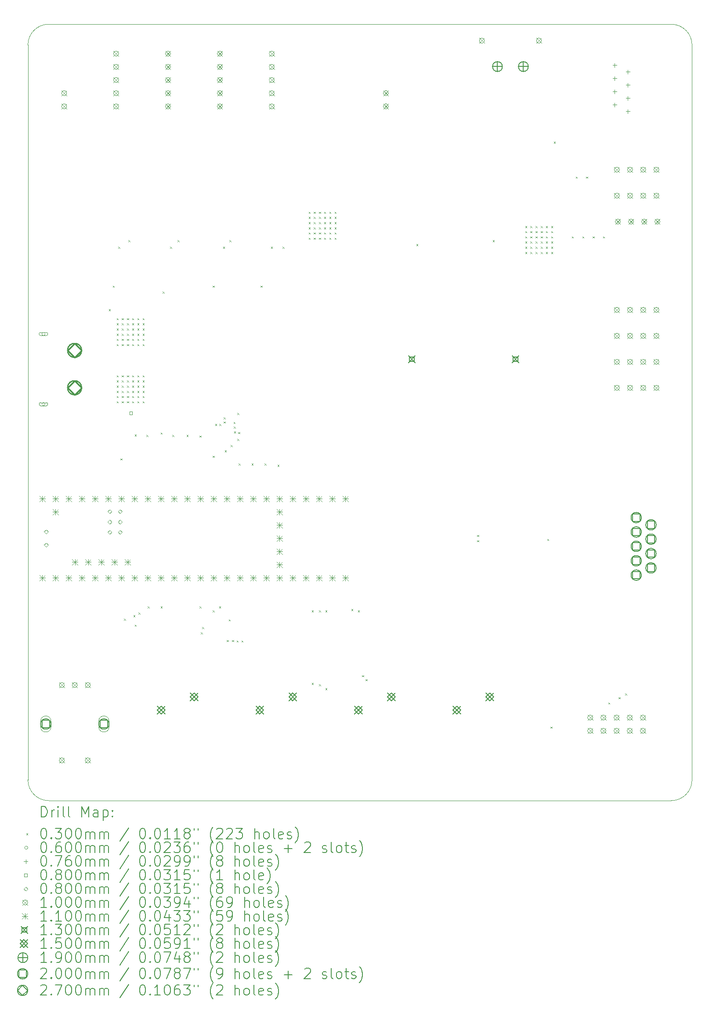
<source format=gbr>
%TF.GenerationSoftware,KiCad,Pcbnew,8.0.1-8.0.1-0~ubuntu20.04.1*%
%TF.CreationDate,2024-06-12T16:02:42+01:00*%
%TF.ProjectId,sensd,73656e73-642e-46b6-9963-61645f706362,rev?*%
%TF.SameCoordinates,Original*%
%TF.FileFunction,Drillmap*%
%TF.FilePolarity,Positive*%
%FSLAX45Y45*%
G04 Gerber Fmt 4.5, Leading zero omitted, Abs format (unit mm)*
G04 Created by KiCad (PCBNEW 8.0.1-8.0.1-0~ubuntu20.04.1) date 2024-06-12 16:02:42*
%MOMM*%
%LPD*%
G01*
G04 APERTURE LIST*
%ADD10C,0.050000*%
%ADD11C,0.200000*%
%ADD12C,0.100000*%
%ADD13C,0.110000*%
%ADD14C,0.130000*%
%ADD15C,0.150000*%
%ADD16C,0.190000*%
%ADD17C,0.270000*%
G04 APERTURE END LIST*
D10*
X15300000Y-4400000D02*
G75*
G02*
X15700000Y-4800000I0J-400000D01*
G01*
X15700000Y-18950000D02*
G75*
G02*
X15300000Y-19350000I-400000J0D01*
G01*
X2900000Y-4800000D02*
X2900000Y-18950000D01*
X15700000Y-18950000D02*
X15700000Y-4800000D01*
X3300000Y-19350000D02*
X15300000Y-19350000D01*
X3300000Y-19350000D02*
G75*
G02*
X2900000Y-18950000I0J400000D01*
G01*
X2900000Y-4800000D02*
G75*
G02*
X3300000Y-4400000I400000J0D01*
G01*
X15300000Y-4400000D02*
X3300000Y-4400000D01*
D11*
D12*
X4460000Y-9885000D02*
X4490000Y-9915000D01*
X4490000Y-9885000D02*
X4460000Y-9915000D01*
X4535000Y-9435000D02*
X4565000Y-9465000D01*
X4565000Y-9435000D02*
X4535000Y-9465000D01*
X4610000Y-10060000D02*
X4640000Y-10090000D01*
X4640000Y-10060000D02*
X4610000Y-10090000D01*
X4610000Y-10160000D02*
X4640000Y-10190000D01*
X4640000Y-10160000D02*
X4610000Y-10190000D01*
X4610000Y-10260000D02*
X4640000Y-10290000D01*
X4640000Y-10260000D02*
X4610000Y-10290000D01*
X4610000Y-10360000D02*
X4640000Y-10390000D01*
X4640000Y-10360000D02*
X4610000Y-10390000D01*
X4610000Y-10460000D02*
X4640000Y-10490000D01*
X4640000Y-10460000D02*
X4610000Y-10490000D01*
X4610000Y-10560000D02*
X4640000Y-10590000D01*
X4640000Y-10560000D02*
X4610000Y-10590000D01*
X4610000Y-11160000D02*
X4640000Y-11190000D01*
X4640000Y-11160000D02*
X4610000Y-11190000D01*
X4610000Y-11260000D02*
X4640000Y-11290000D01*
X4640000Y-11260000D02*
X4610000Y-11290000D01*
X4610000Y-11360000D02*
X4640000Y-11390000D01*
X4640000Y-11360000D02*
X4610000Y-11390000D01*
X4610000Y-11460000D02*
X4640000Y-11490000D01*
X4640000Y-11460000D02*
X4610000Y-11490000D01*
X4610000Y-11560000D02*
X4640000Y-11590000D01*
X4640000Y-11560000D02*
X4610000Y-11590000D01*
X4610000Y-11660000D02*
X4640000Y-11690000D01*
X4640000Y-11660000D02*
X4610000Y-11690000D01*
X4642000Y-8685000D02*
X4672000Y-8715000D01*
X4672000Y-8685000D02*
X4642000Y-8715000D01*
X4685000Y-12760000D02*
X4715000Y-12790000D01*
X4715000Y-12760000D02*
X4685000Y-12790000D01*
X4710000Y-10060000D02*
X4740000Y-10090000D01*
X4740000Y-10060000D02*
X4710000Y-10090000D01*
X4710000Y-10160000D02*
X4740000Y-10190000D01*
X4740000Y-10160000D02*
X4710000Y-10190000D01*
X4710000Y-10260000D02*
X4740000Y-10290000D01*
X4740000Y-10260000D02*
X4710000Y-10290000D01*
X4710000Y-10360000D02*
X4740000Y-10390000D01*
X4740000Y-10360000D02*
X4710000Y-10390000D01*
X4710000Y-10460000D02*
X4740000Y-10490000D01*
X4740000Y-10460000D02*
X4710000Y-10490000D01*
X4710000Y-10560000D02*
X4740000Y-10590000D01*
X4740000Y-10560000D02*
X4710000Y-10590000D01*
X4710000Y-11160000D02*
X4740000Y-11190000D01*
X4740000Y-11160000D02*
X4710000Y-11190000D01*
X4710000Y-11260000D02*
X4740000Y-11290000D01*
X4740000Y-11260000D02*
X4710000Y-11290000D01*
X4710000Y-11360000D02*
X4740000Y-11390000D01*
X4740000Y-11360000D02*
X4710000Y-11390000D01*
X4710000Y-11460000D02*
X4740000Y-11490000D01*
X4740000Y-11460000D02*
X4710000Y-11490000D01*
X4710000Y-11560000D02*
X4740000Y-11590000D01*
X4740000Y-11560000D02*
X4710000Y-11590000D01*
X4710000Y-11660000D02*
X4740000Y-11690000D01*
X4740000Y-11660000D02*
X4710000Y-11690000D01*
X4749626Y-15845500D02*
X4779626Y-15875500D01*
X4779626Y-15845500D02*
X4749626Y-15875500D01*
X4810000Y-10060000D02*
X4840000Y-10090000D01*
X4840000Y-10060000D02*
X4810000Y-10090000D01*
X4810000Y-10160000D02*
X4840000Y-10190000D01*
X4840000Y-10160000D02*
X4810000Y-10190000D01*
X4810000Y-10260000D02*
X4840000Y-10290000D01*
X4840000Y-10260000D02*
X4810000Y-10290000D01*
X4810000Y-10360000D02*
X4840000Y-10390000D01*
X4840000Y-10360000D02*
X4810000Y-10390000D01*
X4810000Y-10460000D02*
X4840000Y-10490000D01*
X4840000Y-10460000D02*
X4810000Y-10490000D01*
X4810000Y-10560000D02*
X4840000Y-10590000D01*
X4840000Y-10560000D02*
X4810000Y-10590000D01*
X4810000Y-11160000D02*
X4840000Y-11190000D01*
X4840000Y-11160000D02*
X4810000Y-11190000D01*
X4810000Y-11260000D02*
X4840000Y-11290000D01*
X4840000Y-11260000D02*
X4810000Y-11290000D01*
X4810000Y-11360000D02*
X4840000Y-11390000D01*
X4840000Y-11360000D02*
X4810000Y-11390000D01*
X4810000Y-11460000D02*
X4840000Y-11490000D01*
X4840000Y-11460000D02*
X4810000Y-11490000D01*
X4810000Y-11560000D02*
X4840000Y-11590000D01*
X4840000Y-11560000D02*
X4810000Y-11590000D01*
X4810000Y-11660000D02*
X4840000Y-11690000D01*
X4840000Y-11660000D02*
X4810000Y-11690000D01*
X4835000Y-8560000D02*
X4865000Y-8590000D01*
X4865000Y-8560000D02*
X4835000Y-8590000D01*
X4910000Y-10060000D02*
X4940000Y-10090000D01*
X4940000Y-10060000D02*
X4910000Y-10090000D01*
X4910000Y-10160000D02*
X4940000Y-10190000D01*
X4940000Y-10160000D02*
X4910000Y-10190000D01*
X4910000Y-10260000D02*
X4940000Y-10290000D01*
X4940000Y-10260000D02*
X4910000Y-10290000D01*
X4910000Y-10360000D02*
X4940000Y-10390000D01*
X4940000Y-10360000D02*
X4910000Y-10390000D01*
X4910000Y-10460000D02*
X4940000Y-10490000D01*
X4940000Y-10460000D02*
X4910000Y-10490000D01*
X4910000Y-10560000D02*
X4940000Y-10590000D01*
X4940000Y-10560000D02*
X4910000Y-10590000D01*
X4910000Y-11160000D02*
X4940000Y-11190000D01*
X4940000Y-11160000D02*
X4910000Y-11190000D01*
X4910000Y-11260000D02*
X4940000Y-11290000D01*
X4940000Y-11260000D02*
X4910000Y-11290000D01*
X4910000Y-11360000D02*
X4940000Y-11390000D01*
X4940000Y-11360000D02*
X4910000Y-11390000D01*
X4910000Y-11460000D02*
X4940000Y-11490000D01*
X4940000Y-11460000D02*
X4910000Y-11490000D01*
X4910000Y-11560000D02*
X4940000Y-11590000D01*
X4940000Y-11560000D02*
X4910000Y-11590000D01*
X4910000Y-11660000D02*
X4940000Y-11690000D01*
X4940000Y-11660000D02*
X4910000Y-11690000D01*
X4935000Y-15778000D02*
X4965000Y-15808000D01*
X4965000Y-15778000D02*
X4935000Y-15808000D01*
X4960000Y-12300858D02*
X4990000Y-12330858D01*
X4990000Y-12300858D02*
X4960000Y-12330858D01*
X4960000Y-15960000D02*
X4990000Y-15990000D01*
X4990000Y-15960000D02*
X4960000Y-15990000D01*
X5010000Y-10060000D02*
X5040000Y-10090000D01*
X5040000Y-10060000D02*
X5010000Y-10090000D01*
X5010000Y-10160000D02*
X5040000Y-10190000D01*
X5040000Y-10160000D02*
X5010000Y-10190000D01*
X5010000Y-10260000D02*
X5040000Y-10290000D01*
X5040000Y-10260000D02*
X5010000Y-10290000D01*
X5010000Y-10360000D02*
X5040000Y-10390000D01*
X5040000Y-10360000D02*
X5010000Y-10390000D01*
X5010000Y-10460000D02*
X5040000Y-10490000D01*
X5040000Y-10460000D02*
X5010000Y-10490000D01*
X5010000Y-10560000D02*
X5040000Y-10590000D01*
X5040000Y-10560000D02*
X5010000Y-10590000D01*
X5010000Y-11160000D02*
X5040000Y-11190000D01*
X5040000Y-11160000D02*
X5010000Y-11190000D01*
X5010000Y-11260000D02*
X5040000Y-11290000D01*
X5040000Y-11260000D02*
X5010000Y-11290000D01*
X5010000Y-11360000D02*
X5040000Y-11390000D01*
X5040000Y-11360000D02*
X5010000Y-11390000D01*
X5010000Y-11460000D02*
X5040000Y-11490000D01*
X5040000Y-11460000D02*
X5010000Y-11490000D01*
X5010000Y-11560000D02*
X5040000Y-11590000D01*
X5040000Y-11560000D02*
X5010000Y-11590000D01*
X5010000Y-11660000D02*
X5040000Y-11690000D01*
X5040000Y-11660000D02*
X5010000Y-11690000D01*
X5029879Y-15728121D02*
X5059879Y-15758121D01*
X5059879Y-15728121D02*
X5029879Y-15758121D01*
X5110000Y-10060000D02*
X5140000Y-10090000D01*
X5140000Y-10060000D02*
X5110000Y-10090000D01*
X5110000Y-10160000D02*
X5140000Y-10190000D01*
X5140000Y-10160000D02*
X5110000Y-10190000D01*
X5110000Y-10260000D02*
X5140000Y-10290000D01*
X5140000Y-10260000D02*
X5110000Y-10290000D01*
X5110000Y-10360000D02*
X5140000Y-10390000D01*
X5140000Y-10360000D02*
X5110000Y-10390000D01*
X5110000Y-10460000D02*
X5140000Y-10490000D01*
X5140000Y-10460000D02*
X5110000Y-10490000D01*
X5110000Y-10560000D02*
X5140000Y-10590000D01*
X5140000Y-10560000D02*
X5110000Y-10590000D01*
X5110000Y-11160000D02*
X5140000Y-11190000D01*
X5140000Y-11160000D02*
X5110000Y-11190000D01*
X5110000Y-11260000D02*
X5140000Y-11290000D01*
X5140000Y-11260000D02*
X5110000Y-11290000D01*
X5110000Y-11360000D02*
X5140000Y-11390000D01*
X5140000Y-11360000D02*
X5110000Y-11390000D01*
X5110000Y-11460000D02*
X5140000Y-11490000D01*
X5140000Y-11460000D02*
X5110000Y-11490000D01*
X5110000Y-11560000D02*
X5140000Y-11590000D01*
X5140000Y-11560000D02*
X5110000Y-11590000D01*
X5110000Y-11660000D02*
X5140000Y-11690000D01*
X5140000Y-11660000D02*
X5110000Y-11690000D01*
X5184498Y-12309497D02*
X5214498Y-12339497D01*
X5214498Y-12309497D02*
X5184498Y-12339497D01*
X5210000Y-15610000D02*
X5240000Y-15640000D01*
X5240000Y-15610000D02*
X5210000Y-15640000D01*
X5460000Y-12260000D02*
X5490000Y-12290000D01*
X5490000Y-12260000D02*
X5460000Y-12290000D01*
X5460000Y-15612500D02*
X5490000Y-15642500D01*
X5490000Y-15612500D02*
X5460000Y-15642500D01*
X5495230Y-9549770D02*
X5525230Y-9579770D01*
X5525230Y-9549770D02*
X5495230Y-9579770D01*
X5642000Y-8685000D02*
X5672000Y-8715000D01*
X5672000Y-8685000D02*
X5642000Y-8715000D01*
X5685000Y-12310000D02*
X5715000Y-12340000D01*
X5715000Y-12310000D02*
X5685000Y-12340000D01*
X5785000Y-8560000D02*
X5815000Y-8590000D01*
X5815000Y-8560000D02*
X5785000Y-8590000D01*
X5960000Y-12310000D02*
X5990000Y-12340000D01*
X5990000Y-12310000D02*
X5960000Y-12340000D01*
X6210000Y-12321684D02*
X6240000Y-12351684D01*
X6240000Y-12321684D02*
X6210000Y-12351684D01*
X6210000Y-15610000D02*
X6240000Y-15640000D01*
X6240000Y-15610000D02*
X6210000Y-15640000D01*
X6235000Y-16110000D02*
X6265000Y-16140000D01*
X6265000Y-16110000D02*
X6235000Y-16140000D01*
X6260000Y-16010000D02*
X6290000Y-16040000D01*
X6290000Y-16010000D02*
X6260000Y-16040000D01*
X6460000Y-9435000D02*
X6490000Y-9465000D01*
X6490000Y-9435000D02*
X6460000Y-9465000D01*
X6460000Y-12710000D02*
X6490000Y-12740000D01*
X6490000Y-12710000D02*
X6460000Y-12740000D01*
X6460000Y-15685000D02*
X6490000Y-15715000D01*
X6490000Y-15685000D02*
X6460000Y-15715000D01*
X6507000Y-12097429D02*
X6537000Y-12127429D01*
X6537000Y-12097429D02*
X6507000Y-12127429D01*
X6585000Y-15610000D02*
X6615000Y-15640000D01*
X6615000Y-15610000D02*
X6585000Y-15640000D01*
X6586990Y-12096164D02*
X6616990Y-12126164D01*
X6616990Y-12096164D02*
X6586990Y-12126164D01*
X6660000Y-8685000D02*
X6690000Y-8715000D01*
X6690000Y-8685000D02*
X6660000Y-8715000D01*
X6673593Y-11970759D02*
X6703593Y-12000759D01*
X6703593Y-11970759D02*
X6673593Y-12000759D01*
X6673593Y-12050759D02*
X6703593Y-12080759D01*
X6703593Y-12050759D02*
X6673593Y-12080759D01*
X6693010Y-12605239D02*
X6723010Y-12635239D01*
X6723010Y-12605239D02*
X6693010Y-12635239D01*
X6735000Y-16260000D02*
X6765000Y-16290000D01*
X6765000Y-16260000D02*
X6735000Y-16290000D01*
X6770000Y-15860000D02*
X6800000Y-15890000D01*
X6800000Y-15860000D02*
X6770000Y-15890000D01*
X6785000Y-8560000D02*
X6815000Y-8590000D01*
X6815000Y-8560000D02*
X6785000Y-8590000D01*
X6807000Y-12503707D02*
X6837000Y-12533707D01*
X6837000Y-12503707D02*
X6807000Y-12533707D01*
X6835000Y-16260000D02*
X6865000Y-16290000D01*
X6865000Y-16260000D02*
X6835000Y-16290000D01*
X6863593Y-12059253D02*
X6893593Y-12089253D01*
X6893593Y-12059253D02*
X6863593Y-12089253D01*
X6867302Y-12146663D02*
X6897302Y-12176663D01*
X6897302Y-12146663D02*
X6867302Y-12176663D01*
X6870714Y-12238711D02*
X6900714Y-12268711D01*
X6900714Y-12238711D02*
X6870714Y-12268711D01*
X6922730Y-16267730D02*
X6952730Y-16297730D01*
X6952730Y-16267730D02*
X6922730Y-16297730D01*
X6935000Y-11885000D02*
X6965000Y-11915000D01*
X6965000Y-11885000D02*
X6935000Y-11915000D01*
X6935000Y-12385000D02*
X6965000Y-12415000D01*
X6965000Y-12385000D02*
X6935000Y-12415000D01*
X6952442Y-12252442D02*
X6982442Y-12282442D01*
X6982442Y-12252442D02*
X6952442Y-12282442D01*
X6960000Y-12860000D02*
X6990000Y-12890000D01*
X6990000Y-12860000D02*
X6960000Y-12890000D01*
X7017959Y-16267959D02*
X7047959Y-16297959D01*
X7047959Y-16267959D02*
X7017959Y-16297959D01*
X7210000Y-12860000D02*
X7240000Y-12890000D01*
X7240000Y-12860000D02*
X7210000Y-12890000D01*
X7385000Y-9435000D02*
X7415000Y-9465000D01*
X7415000Y-9435000D02*
X7385000Y-9465000D01*
X7460000Y-12860000D02*
X7490000Y-12890000D01*
X7490000Y-12860000D02*
X7460000Y-12890000D01*
X7585000Y-8685000D02*
X7615000Y-8715000D01*
X7615000Y-8685000D02*
X7585000Y-8715000D01*
X7710000Y-12885000D02*
X7740000Y-12915000D01*
X7740000Y-12885000D02*
X7710000Y-12915000D01*
X7810000Y-8685000D02*
X7840000Y-8715000D01*
X7840000Y-8685000D02*
X7810000Y-8715000D01*
X8310000Y-8010000D02*
X8340000Y-8040000D01*
X8340000Y-8010000D02*
X8310000Y-8040000D01*
X8310000Y-8110000D02*
X8340000Y-8140000D01*
X8340000Y-8110000D02*
X8310000Y-8140000D01*
X8310000Y-8210000D02*
X8340000Y-8240000D01*
X8340000Y-8210000D02*
X8310000Y-8240000D01*
X8310000Y-8310000D02*
X8340000Y-8340000D01*
X8340000Y-8310000D02*
X8310000Y-8340000D01*
X8310000Y-8410000D02*
X8340000Y-8440000D01*
X8340000Y-8410000D02*
X8310000Y-8440000D01*
X8310000Y-8510000D02*
X8340000Y-8540000D01*
X8340000Y-8510000D02*
X8310000Y-8540000D01*
X8373000Y-15685000D02*
X8403000Y-15715000D01*
X8403000Y-15685000D02*
X8373000Y-15715000D01*
X8373000Y-17085000D02*
X8403000Y-17115000D01*
X8403000Y-17085000D02*
X8373000Y-17115000D01*
X8410000Y-8010000D02*
X8440000Y-8040000D01*
X8440000Y-8010000D02*
X8410000Y-8040000D01*
X8410000Y-8110000D02*
X8440000Y-8140000D01*
X8440000Y-8110000D02*
X8410000Y-8140000D01*
X8410000Y-8210000D02*
X8440000Y-8240000D01*
X8440000Y-8210000D02*
X8410000Y-8240000D01*
X8410000Y-8310000D02*
X8440000Y-8340000D01*
X8440000Y-8310000D02*
X8410000Y-8340000D01*
X8410000Y-8410000D02*
X8440000Y-8440000D01*
X8440000Y-8410000D02*
X8410000Y-8440000D01*
X8410000Y-8510000D02*
X8440000Y-8540000D01*
X8440000Y-8510000D02*
X8410000Y-8540000D01*
X8510000Y-8010000D02*
X8540000Y-8040000D01*
X8540000Y-8010000D02*
X8510000Y-8040000D01*
X8510000Y-8110000D02*
X8540000Y-8140000D01*
X8540000Y-8110000D02*
X8510000Y-8140000D01*
X8510000Y-8210000D02*
X8540000Y-8240000D01*
X8540000Y-8210000D02*
X8510000Y-8240000D01*
X8510000Y-8310000D02*
X8540000Y-8340000D01*
X8540000Y-8310000D02*
X8510000Y-8340000D01*
X8510000Y-8410000D02*
X8540000Y-8440000D01*
X8540000Y-8410000D02*
X8510000Y-8440000D01*
X8510000Y-8510000D02*
X8540000Y-8540000D01*
X8540000Y-8510000D02*
X8510000Y-8540000D01*
X8510000Y-15685000D02*
X8540000Y-15715000D01*
X8540000Y-15685000D02*
X8510000Y-15715000D01*
X8510000Y-17110000D02*
X8540000Y-17140000D01*
X8540000Y-17110000D02*
X8510000Y-17140000D01*
X8610000Y-8010000D02*
X8640000Y-8040000D01*
X8640000Y-8010000D02*
X8610000Y-8040000D01*
X8610000Y-8110000D02*
X8640000Y-8140000D01*
X8640000Y-8110000D02*
X8610000Y-8140000D01*
X8610000Y-8210000D02*
X8640000Y-8240000D01*
X8640000Y-8210000D02*
X8610000Y-8240000D01*
X8610000Y-8310000D02*
X8640000Y-8340000D01*
X8640000Y-8310000D02*
X8610000Y-8340000D01*
X8610000Y-8410000D02*
X8640000Y-8440000D01*
X8640000Y-8410000D02*
X8610000Y-8440000D01*
X8610000Y-8510000D02*
X8640000Y-8540000D01*
X8640000Y-8510000D02*
X8610000Y-8540000D01*
X8635000Y-15685000D02*
X8665000Y-15715000D01*
X8665000Y-15685000D02*
X8635000Y-15715000D01*
X8635000Y-17185000D02*
X8665000Y-17215000D01*
X8665000Y-17185000D02*
X8635000Y-17215000D01*
X8710000Y-8010000D02*
X8740000Y-8040000D01*
X8740000Y-8010000D02*
X8710000Y-8040000D01*
X8710000Y-8110000D02*
X8740000Y-8140000D01*
X8740000Y-8110000D02*
X8710000Y-8140000D01*
X8710000Y-8210000D02*
X8740000Y-8240000D01*
X8740000Y-8210000D02*
X8710000Y-8240000D01*
X8710000Y-8310000D02*
X8740000Y-8340000D01*
X8740000Y-8310000D02*
X8710000Y-8340000D01*
X8710000Y-8410000D02*
X8740000Y-8440000D01*
X8740000Y-8410000D02*
X8710000Y-8440000D01*
X8710000Y-8510000D02*
X8740000Y-8540000D01*
X8740000Y-8510000D02*
X8710000Y-8540000D01*
X8810000Y-8010000D02*
X8840000Y-8040000D01*
X8840000Y-8010000D02*
X8810000Y-8040000D01*
X8810000Y-8110000D02*
X8840000Y-8140000D01*
X8840000Y-8110000D02*
X8810000Y-8140000D01*
X8810000Y-8210000D02*
X8840000Y-8240000D01*
X8840000Y-8210000D02*
X8810000Y-8240000D01*
X8810000Y-8310000D02*
X8840000Y-8340000D01*
X8840000Y-8310000D02*
X8810000Y-8340000D01*
X8810000Y-8410000D02*
X8840000Y-8440000D01*
X8840000Y-8410000D02*
X8810000Y-8440000D01*
X8810000Y-8510000D02*
X8840000Y-8540000D01*
X8840000Y-8510000D02*
X8810000Y-8540000D01*
X9135000Y-15660000D02*
X9165000Y-15690000D01*
X9165000Y-15660000D02*
X9135000Y-15690000D01*
X9260000Y-15685000D02*
X9290000Y-15715000D01*
X9290000Y-15685000D02*
X9260000Y-15715000D01*
X9342500Y-16935000D02*
X9372500Y-16965000D01*
X9372500Y-16935000D02*
X9342500Y-16965000D01*
X9410000Y-17010000D02*
X9440000Y-17040000D01*
X9440000Y-17010000D02*
X9410000Y-17040000D01*
X10385000Y-8635000D02*
X10415000Y-8665000D01*
X10415000Y-8635000D02*
X10385000Y-8665000D01*
X11560000Y-14235000D02*
X11590000Y-14265000D01*
X11590000Y-14235000D02*
X11560000Y-14265000D01*
X11560000Y-14335000D02*
X11590000Y-14365000D01*
X11590000Y-14335000D02*
X11560000Y-14365000D01*
X11860000Y-8560000D02*
X11890000Y-8590000D01*
X11890000Y-8560000D02*
X11860000Y-8590000D01*
X12485000Y-8285000D02*
X12515000Y-8315000D01*
X12515000Y-8285000D02*
X12485000Y-8315000D01*
X12485000Y-8385000D02*
X12515000Y-8415000D01*
X12515000Y-8385000D02*
X12485000Y-8415000D01*
X12485000Y-8485000D02*
X12515000Y-8515000D01*
X12515000Y-8485000D02*
X12485000Y-8515000D01*
X12485000Y-8585000D02*
X12515000Y-8615000D01*
X12515000Y-8585000D02*
X12485000Y-8615000D01*
X12485000Y-8685000D02*
X12515000Y-8715000D01*
X12515000Y-8685000D02*
X12485000Y-8715000D01*
X12485000Y-8785000D02*
X12515000Y-8815000D01*
X12515000Y-8785000D02*
X12485000Y-8815000D01*
X12585000Y-8285000D02*
X12615000Y-8315000D01*
X12615000Y-8285000D02*
X12585000Y-8315000D01*
X12585000Y-8385000D02*
X12615000Y-8415000D01*
X12615000Y-8385000D02*
X12585000Y-8415000D01*
X12585000Y-8485000D02*
X12615000Y-8515000D01*
X12615000Y-8485000D02*
X12585000Y-8515000D01*
X12585000Y-8585000D02*
X12615000Y-8615000D01*
X12615000Y-8585000D02*
X12585000Y-8615000D01*
X12585000Y-8685000D02*
X12615000Y-8715000D01*
X12615000Y-8685000D02*
X12585000Y-8715000D01*
X12585000Y-8785000D02*
X12615000Y-8815000D01*
X12615000Y-8785000D02*
X12585000Y-8815000D01*
X12685000Y-8285000D02*
X12715000Y-8315000D01*
X12715000Y-8285000D02*
X12685000Y-8315000D01*
X12685000Y-8385000D02*
X12715000Y-8415000D01*
X12715000Y-8385000D02*
X12685000Y-8415000D01*
X12685000Y-8485000D02*
X12715000Y-8515000D01*
X12715000Y-8485000D02*
X12685000Y-8515000D01*
X12685000Y-8585000D02*
X12715000Y-8615000D01*
X12715000Y-8585000D02*
X12685000Y-8615000D01*
X12685000Y-8685000D02*
X12715000Y-8715000D01*
X12715000Y-8685000D02*
X12685000Y-8715000D01*
X12685000Y-8785000D02*
X12715000Y-8815000D01*
X12715000Y-8785000D02*
X12685000Y-8815000D01*
X12785000Y-8285000D02*
X12815000Y-8315000D01*
X12815000Y-8285000D02*
X12785000Y-8315000D01*
X12785000Y-8385000D02*
X12815000Y-8415000D01*
X12815000Y-8385000D02*
X12785000Y-8415000D01*
X12785000Y-8485000D02*
X12815000Y-8515000D01*
X12815000Y-8485000D02*
X12785000Y-8515000D01*
X12785000Y-8585000D02*
X12815000Y-8615000D01*
X12815000Y-8585000D02*
X12785000Y-8615000D01*
X12785000Y-8685000D02*
X12815000Y-8715000D01*
X12815000Y-8685000D02*
X12785000Y-8715000D01*
X12785000Y-8785000D02*
X12815000Y-8815000D01*
X12815000Y-8785000D02*
X12785000Y-8815000D01*
X12885000Y-8285000D02*
X12915000Y-8315000D01*
X12915000Y-8285000D02*
X12885000Y-8315000D01*
X12885000Y-8385000D02*
X12915000Y-8415000D01*
X12915000Y-8385000D02*
X12885000Y-8415000D01*
X12885000Y-8485000D02*
X12915000Y-8515000D01*
X12915000Y-8485000D02*
X12885000Y-8515000D01*
X12885000Y-8585000D02*
X12915000Y-8615000D01*
X12915000Y-8585000D02*
X12885000Y-8615000D01*
X12885000Y-8685000D02*
X12915000Y-8715000D01*
X12915000Y-8685000D02*
X12885000Y-8715000D01*
X12885000Y-8785000D02*
X12915000Y-8815000D01*
X12915000Y-8785000D02*
X12885000Y-8815000D01*
X12910000Y-14310000D02*
X12940000Y-14340000D01*
X12940000Y-14310000D02*
X12910000Y-14340000D01*
X12974770Y-17924770D02*
X13004770Y-17954770D01*
X13004770Y-17924770D02*
X12974770Y-17954770D01*
X12985000Y-8285000D02*
X13015000Y-8315000D01*
X13015000Y-8285000D02*
X12985000Y-8315000D01*
X12985000Y-8385000D02*
X13015000Y-8415000D01*
X13015000Y-8385000D02*
X12985000Y-8415000D01*
X12985000Y-8485000D02*
X13015000Y-8515000D01*
X13015000Y-8485000D02*
X12985000Y-8515000D01*
X12985000Y-8585000D02*
X13015000Y-8615000D01*
X13015000Y-8585000D02*
X12985000Y-8615000D01*
X12985000Y-8685000D02*
X13015000Y-8715000D01*
X13015000Y-8685000D02*
X12985000Y-8715000D01*
X12985000Y-8785000D02*
X13015000Y-8815000D01*
X13015000Y-8785000D02*
X12985000Y-8815000D01*
X13035000Y-6660000D02*
X13065000Y-6690000D01*
X13065000Y-6660000D02*
X13035000Y-6690000D01*
X13385000Y-8485000D02*
X13415000Y-8515000D01*
X13415000Y-8485000D02*
X13385000Y-8515000D01*
X13460000Y-7335000D02*
X13490000Y-7365000D01*
X13490000Y-7335000D02*
X13460000Y-7365000D01*
X13585000Y-8485000D02*
X13615000Y-8515000D01*
X13615000Y-8485000D02*
X13585000Y-8515000D01*
X13660000Y-7335000D02*
X13690000Y-7365000D01*
X13690000Y-7335000D02*
X13660000Y-7365000D01*
X13785000Y-8485000D02*
X13815000Y-8515000D01*
X13815000Y-8485000D02*
X13785000Y-8515000D01*
X13985000Y-8485000D02*
X14015000Y-8515000D01*
X14015000Y-8485000D02*
X13985000Y-8515000D01*
X14085000Y-17460000D02*
X14115000Y-17490000D01*
X14115000Y-17460000D02*
X14085000Y-17490000D01*
X14285000Y-17360000D02*
X14315000Y-17390000D01*
X14315000Y-17360000D02*
X14285000Y-17390000D01*
X14410000Y-17285000D02*
X14440000Y-17315000D01*
X14440000Y-17285000D02*
X14410000Y-17315000D01*
X3230000Y-10365000D02*
G75*
G02*
X3170000Y-10365000I-30000J0D01*
G01*
X3170000Y-10365000D02*
G75*
G02*
X3230000Y-10365000I30000J0D01*
G01*
X3145000Y-10395000D02*
X3255000Y-10395000D01*
X3255000Y-10335000D02*
G75*
G02*
X3255000Y-10395000I0J-30000D01*
G01*
X3255000Y-10335000D02*
X3145000Y-10335000D01*
X3145000Y-10335000D02*
G75*
G03*
X3145000Y-10395000I0J-30000D01*
G01*
X3230000Y-11715000D02*
G75*
G02*
X3170000Y-11715000I-30000J0D01*
G01*
X3170000Y-11715000D02*
G75*
G02*
X3230000Y-11715000I30000J0D01*
G01*
X3145000Y-11745000D02*
X3255000Y-11745000D01*
X3255000Y-11685000D02*
G75*
G02*
X3255000Y-11745000I0J-30000D01*
G01*
X3255000Y-11685000D02*
X3145000Y-11685000D01*
X3145000Y-11685000D02*
G75*
G03*
X3145000Y-11745000I0J-30000D01*
G01*
X14211000Y-5151250D02*
X14211000Y-5227250D01*
X14173000Y-5189250D02*
X14249000Y-5189250D01*
X14211000Y-5405250D02*
X14211000Y-5481250D01*
X14173000Y-5443250D02*
X14249000Y-5443250D01*
X14211000Y-5659250D02*
X14211000Y-5735250D01*
X14173000Y-5697250D02*
X14249000Y-5697250D01*
X14211000Y-5913250D02*
X14211000Y-5989250D01*
X14173000Y-5951250D02*
X14249000Y-5951250D01*
X14465000Y-5278250D02*
X14465000Y-5354250D01*
X14427000Y-5316250D02*
X14503000Y-5316250D01*
X14465000Y-5532250D02*
X14465000Y-5608250D01*
X14427000Y-5570250D02*
X14503000Y-5570250D01*
X14465000Y-5786250D02*
X14465000Y-5862250D01*
X14427000Y-5824250D02*
X14503000Y-5824250D01*
X14465000Y-6040250D02*
X14465000Y-6116250D01*
X14427000Y-6078250D02*
X14503000Y-6078250D01*
X4914142Y-11914142D02*
X4914142Y-11857573D01*
X4857573Y-11857573D01*
X4857573Y-11914142D01*
X4914142Y-11914142D01*
X3252000Y-14213000D02*
X3292000Y-14173000D01*
X3252000Y-14133000D01*
X3212000Y-14173000D01*
X3252000Y-14213000D01*
X3252000Y-14467000D02*
X3292000Y-14427000D01*
X3252000Y-14387000D01*
X3212000Y-14427000D01*
X3252000Y-14467000D01*
X4476000Y-13821840D02*
X4516000Y-13781840D01*
X4476000Y-13741840D01*
X4436000Y-13781840D01*
X4476000Y-13821840D01*
X4476000Y-14021840D02*
X4516000Y-13981840D01*
X4476000Y-13941840D01*
X4436000Y-13981840D01*
X4476000Y-14021840D01*
X4476000Y-14221840D02*
X4516000Y-14181840D01*
X4476000Y-14141840D01*
X4436000Y-14181840D01*
X4476000Y-14221840D01*
X4676000Y-13821840D02*
X4716000Y-13781840D01*
X4676000Y-13741840D01*
X4636000Y-13781840D01*
X4676000Y-13821840D01*
X4676000Y-14021840D02*
X4716000Y-13981840D01*
X4676000Y-13941840D01*
X4636000Y-13981840D01*
X4676000Y-14021840D01*
X4676000Y-14221840D02*
X4716000Y-14181840D01*
X4676000Y-14141840D01*
X4636000Y-14181840D01*
X4676000Y-14221840D01*
X3504000Y-17075000D02*
X3604000Y-17175000D01*
X3604000Y-17075000D02*
X3504000Y-17175000D01*
X3604000Y-17125000D02*
G75*
G02*
X3504000Y-17125000I-50000J0D01*
G01*
X3504000Y-17125000D02*
G75*
G02*
X3604000Y-17125000I50000J0D01*
G01*
X3504000Y-18525000D02*
X3604000Y-18625000D01*
X3604000Y-18525000D02*
X3504000Y-18625000D01*
X3604000Y-18575000D02*
G75*
G02*
X3504000Y-18575000I-50000J0D01*
G01*
X3504000Y-18575000D02*
G75*
G02*
X3604000Y-18575000I50000J0D01*
G01*
X3550000Y-5677000D02*
X3650000Y-5777000D01*
X3650000Y-5677000D02*
X3550000Y-5777000D01*
X3650000Y-5727000D02*
G75*
G02*
X3550000Y-5727000I-50000J0D01*
G01*
X3550000Y-5727000D02*
G75*
G02*
X3650000Y-5727000I50000J0D01*
G01*
X3550000Y-5931000D02*
X3650000Y-6031000D01*
X3650000Y-5931000D02*
X3550000Y-6031000D01*
X3650000Y-5981000D02*
G75*
G02*
X3550000Y-5981000I-50000J0D01*
G01*
X3550000Y-5981000D02*
G75*
G02*
X3650000Y-5981000I50000J0D01*
G01*
X3754000Y-17075000D02*
X3854000Y-17175000D01*
X3854000Y-17075000D02*
X3754000Y-17175000D01*
X3854000Y-17125000D02*
G75*
G02*
X3754000Y-17125000I-50000J0D01*
G01*
X3754000Y-17125000D02*
G75*
G02*
X3854000Y-17125000I50000J0D01*
G01*
X4004000Y-17075000D02*
X4104000Y-17175000D01*
X4104000Y-17075000D02*
X4004000Y-17175000D01*
X4104000Y-17125000D02*
G75*
G02*
X4004000Y-17125000I-50000J0D01*
G01*
X4004000Y-17125000D02*
G75*
G02*
X4104000Y-17125000I50000J0D01*
G01*
X4004000Y-18525000D02*
X4104000Y-18625000D01*
X4104000Y-18525000D02*
X4004000Y-18625000D01*
X4104000Y-18575000D02*
G75*
G02*
X4004000Y-18575000I-50000J0D01*
G01*
X4004000Y-18575000D02*
G75*
G02*
X4104000Y-18575000I50000J0D01*
G01*
X4550000Y-4915000D02*
X4650000Y-5015000D01*
X4650000Y-4915000D02*
X4550000Y-5015000D01*
X4650000Y-4965000D02*
G75*
G02*
X4550000Y-4965000I-50000J0D01*
G01*
X4550000Y-4965000D02*
G75*
G02*
X4650000Y-4965000I50000J0D01*
G01*
X4550000Y-5169000D02*
X4650000Y-5269000D01*
X4650000Y-5169000D02*
X4550000Y-5269000D01*
X4650000Y-5219000D02*
G75*
G02*
X4550000Y-5219000I-50000J0D01*
G01*
X4550000Y-5219000D02*
G75*
G02*
X4650000Y-5219000I50000J0D01*
G01*
X4550000Y-5423000D02*
X4650000Y-5523000D01*
X4650000Y-5423000D02*
X4550000Y-5523000D01*
X4650000Y-5473000D02*
G75*
G02*
X4550000Y-5473000I-50000J0D01*
G01*
X4550000Y-5473000D02*
G75*
G02*
X4650000Y-5473000I50000J0D01*
G01*
X4550000Y-5677000D02*
X4650000Y-5777000D01*
X4650000Y-5677000D02*
X4550000Y-5777000D01*
X4650000Y-5727000D02*
G75*
G02*
X4550000Y-5727000I-50000J0D01*
G01*
X4550000Y-5727000D02*
G75*
G02*
X4650000Y-5727000I50000J0D01*
G01*
X4550000Y-5931000D02*
X4650000Y-6031000D01*
X4650000Y-5931000D02*
X4550000Y-6031000D01*
X4650000Y-5981000D02*
G75*
G02*
X4550000Y-5981000I-50000J0D01*
G01*
X4550000Y-5981000D02*
G75*
G02*
X4650000Y-5981000I50000J0D01*
G01*
X5550000Y-4915000D02*
X5650000Y-5015000D01*
X5650000Y-4915000D02*
X5550000Y-5015000D01*
X5650000Y-4965000D02*
G75*
G02*
X5550000Y-4965000I-50000J0D01*
G01*
X5550000Y-4965000D02*
G75*
G02*
X5650000Y-4965000I50000J0D01*
G01*
X5550000Y-5169000D02*
X5650000Y-5269000D01*
X5650000Y-5169000D02*
X5550000Y-5269000D01*
X5650000Y-5219000D02*
G75*
G02*
X5550000Y-5219000I-50000J0D01*
G01*
X5550000Y-5219000D02*
G75*
G02*
X5650000Y-5219000I50000J0D01*
G01*
X5550000Y-5423000D02*
X5650000Y-5523000D01*
X5650000Y-5423000D02*
X5550000Y-5523000D01*
X5650000Y-5473000D02*
G75*
G02*
X5550000Y-5473000I-50000J0D01*
G01*
X5550000Y-5473000D02*
G75*
G02*
X5650000Y-5473000I50000J0D01*
G01*
X5550000Y-5677000D02*
X5650000Y-5777000D01*
X5650000Y-5677000D02*
X5550000Y-5777000D01*
X5650000Y-5727000D02*
G75*
G02*
X5550000Y-5727000I-50000J0D01*
G01*
X5550000Y-5727000D02*
G75*
G02*
X5650000Y-5727000I50000J0D01*
G01*
X5550000Y-5931000D02*
X5650000Y-6031000D01*
X5650000Y-5931000D02*
X5550000Y-6031000D01*
X5650000Y-5981000D02*
G75*
G02*
X5550000Y-5981000I-50000J0D01*
G01*
X5550000Y-5981000D02*
G75*
G02*
X5650000Y-5981000I50000J0D01*
G01*
X6550000Y-4915000D02*
X6650000Y-5015000D01*
X6650000Y-4915000D02*
X6550000Y-5015000D01*
X6650000Y-4965000D02*
G75*
G02*
X6550000Y-4965000I-50000J0D01*
G01*
X6550000Y-4965000D02*
G75*
G02*
X6650000Y-4965000I50000J0D01*
G01*
X6550000Y-5169000D02*
X6650000Y-5269000D01*
X6650000Y-5169000D02*
X6550000Y-5269000D01*
X6650000Y-5219000D02*
G75*
G02*
X6550000Y-5219000I-50000J0D01*
G01*
X6550000Y-5219000D02*
G75*
G02*
X6650000Y-5219000I50000J0D01*
G01*
X6550000Y-5423000D02*
X6650000Y-5523000D01*
X6650000Y-5423000D02*
X6550000Y-5523000D01*
X6650000Y-5473000D02*
G75*
G02*
X6550000Y-5473000I-50000J0D01*
G01*
X6550000Y-5473000D02*
G75*
G02*
X6650000Y-5473000I50000J0D01*
G01*
X6550000Y-5677000D02*
X6650000Y-5777000D01*
X6650000Y-5677000D02*
X6550000Y-5777000D01*
X6650000Y-5727000D02*
G75*
G02*
X6550000Y-5727000I-50000J0D01*
G01*
X6550000Y-5727000D02*
G75*
G02*
X6650000Y-5727000I50000J0D01*
G01*
X6550000Y-5931000D02*
X6650000Y-6031000D01*
X6650000Y-5931000D02*
X6550000Y-6031000D01*
X6650000Y-5981000D02*
G75*
G02*
X6550000Y-5981000I-50000J0D01*
G01*
X6550000Y-5981000D02*
G75*
G02*
X6650000Y-5981000I50000J0D01*
G01*
X7550000Y-4915000D02*
X7650000Y-5015000D01*
X7650000Y-4915000D02*
X7550000Y-5015000D01*
X7650000Y-4965000D02*
G75*
G02*
X7550000Y-4965000I-50000J0D01*
G01*
X7550000Y-4965000D02*
G75*
G02*
X7650000Y-4965000I50000J0D01*
G01*
X7550000Y-5169000D02*
X7650000Y-5269000D01*
X7650000Y-5169000D02*
X7550000Y-5269000D01*
X7650000Y-5219000D02*
G75*
G02*
X7550000Y-5219000I-50000J0D01*
G01*
X7550000Y-5219000D02*
G75*
G02*
X7650000Y-5219000I50000J0D01*
G01*
X7550000Y-5423000D02*
X7650000Y-5523000D01*
X7650000Y-5423000D02*
X7550000Y-5523000D01*
X7650000Y-5473000D02*
G75*
G02*
X7550000Y-5473000I-50000J0D01*
G01*
X7550000Y-5473000D02*
G75*
G02*
X7650000Y-5473000I50000J0D01*
G01*
X7550000Y-5677000D02*
X7650000Y-5777000D01*
X7650000Y-5677000D02*
X7550000Y-5777000D01*
X7650000Y-5727000D02*
G75*
G02*
X7550000Y-5727000I-50000J0D01*
G01*
X7550000Y-5727000D02*
G75*
G02*
X7650000Y-5727000I50000J0D01*
G01*
X7550000Y-5931000D02*
X7650000Y-6031000D01*
X7650000Y-5931000D02*
X7550000Y-6031000D01*
X7650000Y-5981000D02*
G75*
G02*
X7550000Y-5981000I-50000J0D01*
G01*
X7550000Y-5981000D02*
G75*
G02*
X7650000Y-5981000I50000J0D01*
G01*
X9750000Y-5677000D02*
X9850000Y-5777000D01*
X9850000Y-5677000D02*
X9750000Y-5777000D01*
X9850000Y-5727000D02*
G75*
G02*
X9750000Y-5727000I-50000J0D01*
G01*
X9750000Y-5727000D02*
G75*
G02*
X9850000Y-5727000I50000J0D01*
G01*
X9750000Y-5931000D02*
X9850000Y-6031000D01*
X9850000Y-5931000D02*
X9750000Y-6031000D01*
X9850000Y-5981000D02*
G75*
G02*
X9750000Y-5981000I-50000J0D01*
G01*
X9750000Y-5981000D02*
G75*
G02*
X9850000Y-5981000I50000J0D01*
G01*
X11600000Y-4665000D02*
X11700000Y-4765000D01*
X11700000Y-4665000D02*
X11600000Y-4765000D01*
X11700000Y-4715000D02*
G75*
G02*
X11600000Y-4715000I-50000J0D01*
G01*
X11600000Y-4715000D02*
G75*
G02*
X11700000Y-4715000I50000J0D01*
G01*
X12700000Y-4665000D02*
X12800000Y-4765000D01*
X12800000Y-4665000D02*
X12700000Y-4765000D01*
X12800000Y-4715000D02*
G75*
G02*
X12700000Y-4715000I-50000J0D01*
G01*
X12700000Y-4715000D02*
G75*
G02*
X12800000Y-4715000I50000J0D01*
G01*
X13688000Y-17700000D02*
X13788000Y-17800000D01*
X13788000Y-17700000D02*
X13688000Y-17800000D01*
X13788000Y-17750000D02*
G75*
G02*
X13688000Y-17750000I-50000J0D01*
G01*
X13688000Y-17750000D02*
G75*
G02*
X13788000Y-17750000I50000J0D01*
G01*
X13688000Y-17954000D02*
X13788000Y-18054000D01*
X13788000Y-17954000D02*
X13688000Y-18054000D01*
X13788000Y-18004000D02*
G75*
G02*
X13688000Y-18004000I-50000J0D01*
G01*
X13688000Y-18004000D02*
G75*
G02*
X13788000Y-18004000I50000J0D01*
G01*
X13942000Y-17700000D02*
X14042000Y-17800000D01*
X14042000Y-17700000D02*
X13942000Y-17800000D01*
X14042000Y-17750000D02*
G75*
G02*
X13942000Y-17750000I-50000J0D01*
G01*
X13942000Y-17750000D02*
G75*
G02*
X14042000Y-17750000I50000J0D01*
G01*
X13942000Y-17954000D02*
X14042000Y-18054000D01*
X14042000Y-17954000D02*
X13942000Y-18054000D01*
X14042000Y-18004000D02*
G75*
G02*
X13942000Y-18004000I-50000J0D01*
G01*
X13942000Y-18004000D02*
G75*
G02*
X14042000Y-18004000I50000J0D01*
G01*
X14196000Y-17700000D02*
X14296000Y-17800000D01*
X14296000Y-17700000D02*
X14196000Y-17800000D01*
X14296000Y-17750000D02*
G75*
G02*
X14196000Y-17750000I-50000J0D01*
G01*
X14196000Y-17750000D02*
G75*
G02*
X14296000Y-17750000I50000J0D01*
G01*
X14196000Y-17954000D02*
X14296000Y-18054000D01*
X14296000Y-17954000D02*
X14196000Y-18054000D01*
X14296000Y-18004000D02*
G75*
G02*
X14196000Y-18004000I-50000J0D01*
G01*
X14196000Y-18004000D02*
G75*
G02*
X14296000Y-18004000I50000J0D01*
G01*
X14202000Y-7150000D02*
X14302000Y-7250000D01*
X14302000Y-7150000D02*
X14202000Y-7250000D01*
X14302000Y-7200000D02*
G75*
G02*
X14202000Y-7200000I-50000J0D01*
G01*
X14202000Y-7200000D02*
G75*
G02*
X14302000Y-7200000I50000J0D01*
G01*
X14202000Y-7650000D02*
X14302000Y-7750000D01*
X14302000Y-7650000D02*
X14202000Y-7750000D01*
X14302000Y-7700000D02*
G75*
G02*
X14202000Y-7700000I-50000J0D01*
G01*
X14202000Y-7700000D02*
G75*
G02*
X14302000Y-7700000I50000J0D01*
G01*
X14202000Y-9850000D02*
X14302000Y-9950000D01*
X14302000Y-9850000D02*
X14202000Y-9950000D01*
X14302000Y-9900000D02*
G75*
G02*
X14202000Y-9900000I-50000J0D01*
G01*
X14202000Y-9900000D02*
G75*
G02*
X14302000Y-9900000I50000J0D01*
G01*
X14202000Y-10350000D02*
X14302000Y-10450000D01*
X14302000Y-10350000D02*
X14202000Y-10450000D01*
X14302000Y-10400000D02*
G75*
G02*
X14202000Y-10400000I-50000J0D01*
G01*
X14202000Y-10400000D02*
G75*
G02*
X14302000Y-10400000I50000J0D01*
G01*
X14202000Y-10850000D02*
X14302000Y-10950000D01*
X14302000Y-10850000D02*
X14202000Y-10950000D01*
X14302000Y-10900000D02*
G75*
G02*
X14202000Y-10900000I-50000J0D01*
G01*
X14202000Y-10900000D02*
G75*
G02*
X14302000Y-10900000I50000J0D01*
G01*
X14202000Y-11350000D02*
X14302000Y-11450000D01*
X14302000Y-11350000D02*
X14202000Y-11450000D01*
X14302000Y-11400000D02*
G75*
G02*
X14202000Y-11400000I-50000J0D01*
G01*
X14202000Y-11400000D02*
G75*
G02*
X14302000Y-11400000I50000J0D01*
G01*
X14221000Y-8150000D02*
X14321000Y-8250000D01*
X14321000Y-8150000D02*
X14221000Y-8250000D01*
X14321000Y-8200000D02*
G75*
G02*
X14221000Y-8200000I-50000J0D01*
G01*
X14221000Y-8200000D02*
G75*
G02*
X14321000Y-8200000I50000J0D01*
G01*
X14450000Y-17700000D02*
X14550000Y-17800000D01*
X14550000Y-17700000D02*
X14450000Y-17800000D01*
X14550000Y-17750000D02*
G75*
G02*
X14450000Y-17750000I-50000J0D01*
G01*
X14450000Y-17750000D02*
G75*
G02*
X14550000Y-17750000I50000J0D01*
G01*
X14450000Y-17954000D02*
X14550000Y-18054000D01*
X14550000Y-17954000D02*
X14450000Y-18054000D01*
X14550000Y-18004000D02*
G75*
G02*
X14450000Y-18004000I-50000J0D01*
G01*
X14450000Y-18004000D02*
G75*
G02*
X14550000Y-18004000I50000J0D01*
G01*
X14456000Y-7150000D02*
X14556000Y-7250000D01*
X14556000Y-7150000D02*
X14456000Y-7250000D01*
X14556000Y-7200000D02*
G75*
G02*
X14456000Y-7200000I-50000J0D01*
G01*
X14456000Y-7200000D02*
G75*
G02*
X14556000Y-7200000I50000J0D01*
G01*
X14456000Y-7650000D02*
X14556000Y-7750000D01*
X14556000Y-7650000D02*
X14456000Y-7750000D01*
X14556000Y-7700000D02*
G75*
G02*
X14456000Y-7700000I-50000J0D01*
G01*
X14456000Y-7700000D02*
G75*
G02*
X14556000Y-7700000I50000J0D01*
G01*
X14456000Y-9850000D02*
X14556000Y-9950000D01*
X14556000Y-9850000D02*
X14456000Y-9950000D01*
X14556000Y-9900000D02*
G75*
G02*
X14456000Y-9900000I-50000J0D01*
G01*
X14456000Y-9900000D02*
G75*
G02*
X14556000Y-9900000I50000J0D01*
G01*
X14456000Y-10350000D02*
X14556000Y-10450000D01*
X14556000Y-10350000D02*
X14456000Y-10450000D01*
X14556000Y-10400000D02*
G75*
G02*
X14456000Y-10400000I-50000J0D01*
G01*
X14456000Y-10400000D02*
G75*
G02*
X14556000Y-10400000I50000J0D01*
G01*
X14456000Y-10850000D02*
X14556000Y-10950000D01*
X14556000Y-10850000D02*
X14456000Y-10950000D01*
X14556000Y-10900000D02*
G75*
G02*
X14456000Y-10900000I-50000J0D01*
G01*
X14456000Y-10900000D02*
G75*
G02*
X14556000Y-10900000I50000J0D01*
G01*
X14456000Y-11350000D02*
X14556000Y-11450000D01*
X14556000Y-11350000D02*
X14456000Y-11450000D01*
X14556000Y-11400000D02*
G75*
G02*
X14456000Y-11400000I-50000J0D01*
G01*
X14456000Y-11400000D02*
G75*
G02*
X14556000Y-11400000I50000J0D01*
G01*
X14475000Y-8150000D02*
X14575000Y-8250000D01*
X14575000Y-8150000D02*
X14475000Y-8250000D01*
X14575000Y-8200000D02*
G75*
G02*
X14475000Y-8200000I-50000J0D01*
G01*
X14475000Y-8200000D02*
G75*
G02*
X14575000Y-8200000I50000J0D01*
G01*
X14704000Y-17700000D02*
X14804000Y-17800000D01*
X14804000Y-17700000D02*
X14704000Y-17800000D01*
X14804000Y-17750000D02*
G75*
G02*
X14704000Y-17750000I-50000J0D01*
G01*
X14704000Y-17750000D02*
G75*
G02*
X14804000Y-17750000I50000J0D01*
G01*
X14704000Y-17954000D02*
X14804000Y-18054000D01*
X14804000Y-17954000D02*
X14704000Y-18054000D01*
X14804000Y-18004000D02*
G75*
G02*
X14704000Y-18004000I-50000J0D01*
G01*
X14704000Y-18004000D02*
G75*
G02*
X14804000Y-18004000I50000J0D01*
G01*
X14710000Y-7150000D02*
X14810000Y-7250000D01*
X14810000Y-7150000D02*
X14710000Y-7250000D01*
X14810000Y-7200000D02*
G75*
G02*
X14710000Y-7200000I-50000J0D01*
G01*
X14710000Y-7200000D02*
G75*
G02*
X14810000Y-7200000I50000J0D01*
G01*
X14710000Y-7650000D02*
X14810000Y-7750000D01*
X14810000Y-7650000D02*
X14710000Y-7750000D01*
X14810000Y-7700000D02*
G75*
G02*
X14710000Y-7700000I-50000J0D01*
G01*
X14710000Y-7700000D02*
G75*
G02*
X14810000Y-7700000I50000J0D01*
G01*
X14710000Y-9850000D02*
X14810000Y-9950000D01*
X14810000Y-9850000D02*
X14710000Y-9950000D01*
X14810000Y-9900000D02*
G75*
G02*
X14710000Y-9900000I-50000J0D01*
G01*
X14710000Y-9900000D02*
G75*
G02*
X14810000Y-9900000I50000J0D01*
G01*
X14710000Y-10350000D02*
X14810000Y-10450000D01*
X14810000Y-10350000D02*
X14710000Y-10450000D01*
X14810000Y-10400000D02*
G75*
G02*
X14710000Y-10400000I-50000J0D01*
G01*
X14710000Y-10400000D02*
G75*
G02*
X14810000Y-10400000I50000J0D01*
G01*
X14710000Y-10850000D02*
X14810000Y-10950000D01*
X14810000Y-10850000D02*
X14710000Y-10950000D01*
X14810000Y-10900000D02*
G75*
G02*
X14710000Y-10900000I-50000J0D01*
G01*
X14710000Y-10900000D02*
G75*
G02*
X14810000Y-10900000I50000J0D01*
G01*
X14710000Y-11350000D02*
X14810000Y-11450000D01*
X14810000Y-11350000D02*
X14710000Y-11450000D01*
X14810000Y-11400000D02*
G75*
G02*
X14710000Y-11400000I-50000J0D01*
G01*
X14710000Y-11400000D02*
G75*
G02*
X14810000Y-11400000I50000J0D01*
G01*
X14729000Y-8150000D02*
X14829000Y-8250000D01*
X14829000Y-8150000D02*
X14729000Y-8250000D01*
X14829000Y-8200000D02*
G75*
G02*
X14729000Y-8200000I-50000J0D01*
G01*
X14729000Y-8200000D02*
G75*
G02*
X14829000Y-8200000I50000J0D01*
G01*
X14964000Y-7150000D02*
X15064000Y-7250000D01*
X15064000Y-7150000D02*
X14964000Y-7250000D01*
X15064000Y-7200000D02*
G75*
G02*
X14964000Y-7200000I-50000J0D01*
G01*
X14964000Y-7200000D02*
G75*
G02*
X15064000Y-7200000I50000J0D01*
G01*
X14964000Y-7650000D02*
X15064000Y-7750000D01*
X15064000Y-7650000D02*
X14964000Y-7750000D01*
X15064000Y-7700000D02*
G75*
G02*
X14964000Y-7700000I-50000J0D01*
G01*
X14964000Y-7700000D02*
G75*
G02*
X15064000Y-7700000I50000J0D01*
G01*
X14964000Y-9850000D02*
X15064000Y-9950000D01*
X15064000Y-9850000D02*
X14964000Y-9950000D01*
X15064000Y-9900000D02*
G75*
G02*
X14964000Y-9900000I-50000J0D01*
G01*
X14964000Y-9900000D02*
G75*
G02*
X15064000Y-9900000I50000J0D01*
G01*
X14964000Y-10350000D02*
X15064000Y-10450000D01*
X15064000Y-10350000D02*
X14964000Y-10450000D01*
X15064000Y-10400000D02*
G75*
G02*
X14964000Y-10400000I-50000J0D01*
G01*
X14964000Y-10400000D02*
G75*
G02*
X15064000Y-10400000I50000J0D01*
G01*
X14964000Y-10850000D02*
X15064000Y-10950000D01*
X15064000Y-10850000D02*
X14964000Y-10950000D01*
X15064000Y-10900000D02*
G75*
G02*
X14964000Y-10900000I-50000J0D01*
G01*
X14964000Y-10900000D02*
G75*
G02*
X15064000Y-10900000I50000J0D01*
G01*
X14964000Y-11350000D02*
X15064000Y-11450000D01*
X15064000Y-11350000D02*
X14964000Y-11450000D01*
X15064000Y-11400000D02*
G75*
G02*
X14964000Y-11400000I-50000J0D01*
G01*
X14964000Y-11400000D02*
G75*
G02*
X15064000Y-11400000I50000J0D01*
G01*
X14983000Y-8150000D02*
X15083000Y-8250000D01*
X15083000Y-8150000D02*
X14983000Y-8250000D01*
X15083000Y-8200000D02*
G75*
G02*
X14983000Y-8200000I-50000J0D01*
G01*
X14983000Y-8200000D02*
G75*
G02*
X15083000Y-8200000I50000J0D01*
G01*
D13*
X3124000Y-13483000D02*
X3234000Y-13593000D01*
X3234000Y-13483000D02*
X3124000Y-13593000D01*
X3179000Y-13483000D02*
X3179000Y-13593000D01*
X3124000Y-13538000D02*
X3234000Y-13538000D01*
X3124000Y-15007000D02*
X3234000Y-15117000D01*
X3234000Y-15007000D02*
X3124000Y-15117000D01*
X3179000Y-15007000D02*
X3179000Y-15117000D01*
X3124000Y-15062000D02*
X3234000Y-15062000D01*
X3378000Y-13483000D02*
X3488000Y-13593000D01*
X3488000Y-13483000D02*
X3378000Y-13593000D01*
X3433000Y-13483000D02*
X3433000Y-13593000D01*
X3378000Y-13538000D02*
X3488000Y-13538000D01*
X3378000Y-13737000D02*
X3488000Y-13847000D01*
X3488000Y-13737000D02*
X3378000Y-13847000D01*
X3433000Y-13737000D02*
X3433000Y-13847000D01*
X3378000Y-13792000D02*
X3488000Y-13792000D01*
X3378000Y-15007000D02*
X3488000Y-15117000D01*
X3488000Y-15007000D02*
X3378000Y-15117000D01*
X3433000Y-15007000D02*
X3433000Y-15117000D01*
X3378000Y-15062000D02*
X3488000Y-15062000D01*
X3632000Y-13483000D02*
X3742000Y-13593000D01*
X3742000Y-13483000D02*
X3632000Y-13593000D01*
X3687000Y-13483000D02*
X3687000Y-13593000D01*
X3632000Y-13538000D02*
X3742000Y-13538000D01*
X3632000Y-15007000D02*
X3742000Y-15117000D01*
X3742000Y-15007000D02*
X3632000Y-15117000D01*
X3687000Y-15007000D02*
X3687000Y-15117000D01*
X3632000Y-15062000D02*
X3742000Y-15062000D01*
X3753920Y-14701920D02*
X3863920Y-14811920D01*
X3863920Y-14701920D02*
X3753920Y-14811920D01*
X3808920Y-14701920D02*
X3808920Y-14811920D01*
X3753920Y-14756920D02*
X3863920Y-14756920D01*
X3886000Y-13483000D02*
X3996000Y-13593000D01*
X3996000Y-13483000D02*
X3886000Y-13593000D01*
X3941000Y-13483000D02*
X3941000Y-13593000D01*
X3886000Y-13538000D02*
X3996000Y-13538000D01*
X3886000Y-15007000D02*
X3996000Y-15117000D01*
X3996000Y-15007000D02*
X3886000Y-15117000D01*
X3941000Y-15007000D02*
X3941000Y-15117000D01*
X3886000Y-15062000D02*
X3996000Y-15062000D01*
X4007920Y-14701920D02*
X4117920Y-14811920D01*
X4117920Y-14701920D02*
X4007920Y-14811920D01*
X4062920Y-14701920D02*
X4062920Y-14811920D01*
X4007920Y-14756920D02*
X4117920Y-14756920D01*
X4140000Y-13483000D02*
X4250000Y-13593000D01*
X4250000Y-13483000D02*
X4140000Y-13593000D01*
X4195000Y-13483000D02*
X4195000Y-13593000D01*
X4140000Y-13538000D02*
X4250000Y-13538000D01*
X4140000Y-15007000D02*
X4250000Y-15117000D01*
X4250000Y-15007000D02*
X4140000Y-15117000D01*
X4195000Y-15007000D02*
X4195000Y-15117000D01*
X4140000Y-15062000D02*
X4250000Y-15062000D01*
X4261920Y-14701920D02*
X4371920Y-14811920D01*
X4371920Y-14701920D02*
X4261920Y-14811920D01*
X4316920Y-14701920D02*
X4316920Y-14811920D01*
X4261920Y-14756920D02*
X4371920Y-14756920D01*
X4394000Y-13483000D02*
X4504000Y-13593000D01*
X4504000Y-13483000D02*
X4394000Y-13593000D01*
X4449000Y-13483000D02*
X4449000Y-13593000D01*
X4394000Y-13538000D02*
X4504000Y-13538000D01*
X4394000Y-15007000D02*
X4504000Y-15117000D01*
X4504000Y-15007000D02*
X4394000Y-15117000D01*
X4449000Y-15007000D02*
X4449000Y-15117000D01*
X4394000Y-15062000D02*
X4504000Y-15062000D01*
X4515920Y-14701920D02*
X4625920Y-14811920D01*
X4625920Y-14701920D02*
X4515920Y-14811920D01*
X4570920Y-14701920D02*
X4570920Y-14811920D01*
X4515920Y-14756920D02*
X4625920Y-14756920D01*
X4648000Y-13483000D02*
X4758000Y-13593000D01*
X4758000Y-13483000D02*
X4648000Y-13593000D01*
X4703000Y-13483000D02*
X4703000Y-13593000D01*
X4648000Y-13538000D02*
X4758000Y-13538000D01*
X4648000Y-15007000D02*
X4758000Y-15117000D01*
X4758000Y-15007000D02*
X4648000Y-15117000D01*
X4703000Y-15007000D02*
X4703000Y-15117000D01*
X4648000Y-15062000D02*
X4758000Y-15062000D01*
X4769920Y-14701920D02*
X4879920Y-14811920D01*
X4879920Y-14701920D02*
X4769920Y-14811920D01*
X4824920Y-14701920D02*
X4824920Y-14811920D01*
X4769920Y-14756920D02*
X4879920Y-14756920D01*
X4902000Y-13483000D02*
X5012000Y-13593000D01*
X5012000Y-13483000D02*
X4902000Y-13593000D01*
X4957000Y-13483000D02*
X4957000Y-13593000D01*
X4902000Y-13538000D02*
X5012000Y-13538000D01*
X4902000Y-15007000D02*
X5012000Y-15117000D01*
X5012000Y-15007000D02*
X4902000Y-15117000D01*
X4957000Y-15007000D02*
X4957000Y-15117000D01*
X4902000Y-15062000D02*
X5012000Y-15062000D01*
X5156000Y-13483000D02*
X5266000Y-13593000D01*
X5266000Y-13483000D02*
X5156000Y-13593000D01*
X5211000Y-13483000D02*
X5211000Y-13593000D01*
X5156000Y-13538000D02*
X5266000Y-13538000D01*
X5156000Y-15007000D02*
X5266000Y-15117000D01*
X5266000Y-15007000D02*
X5156000Y-15117000D01*
X5211000Y-15007000D02*
X5211000Y-15117000D01*
X5156000Y-15062000D02*
X5266000Y-15062000D01*
X5410000Y-13483000D02*
X5520000Y-13593000D01*
X5520000Y-13483000D02*
X5410000Y-13593000D01*
X5465000Y-13483000D02*
X5465000Y-13593000D01*
X5410000Y-13538000D02*
X5520000Y-13538000D01*
X5410000Y-15007000D02*
X5520000Y-15117000D01*
X5520000Y-15007000D02*
X5410000Y-15117000D01*
X5465000Y-15007000D02*
X5465000Y-15117000D01*
X5410000Y-15062000D02*
X5520000Y-15062000D01*
X5664000Y-13483000D02*
X5774000Y-13593000D01*
X5774000Y-13483000D02*
X5664000Y-13593000D01*
X5719000Y-13483000D02*
X5719000Y-13593000D01*
X5664000Y-13538000D02*
X5774000Y-13538000D01*
X5664000Y-15007000D02*
X5774000Y-15117000D01*
X5774000Y-15007000D02*
X5664000Y-15117000D01*
X5719000Y-15007000D02*
X5719000Y-15117000D01*
X5664000Y-15062000D02*
X5774000Y-15062000D01*
X5918000Y-13483000D02*
X6028000Y-13593000D01*
X6028000Y-13483000D02*
X5918000Y-13593000D01*
X5973000Y-13483000D02*
X5973000Y-13593000D01*
X5918000Y-13538000D02*
X6028000Y-13538000D01*
X5918000Y-15007000D02*
X6028000Y-15117000D01*
X6028000Y-15007000D02*
X5918000Y-15117000D01*
X5973000Y-15007000D02*
X5973000Y-15117000D01*
X5918000Y-15062000D02*
X6028000Y-15062000D01*
X6172000Y-13483000D02*
X6282000Y-13593000D01*
X6282000Y-13483000D02*
X6172000Y-13593000D01*
X6227000Y-13483000D02*
X6227000Y-13593000D01*
X6172000Y-13538000D02*
X6282000Y-13538000D01*
X6172000Y-15007000D02*
X6282000Y-15117000D01*
X6282000Y-15007000D02*
X6172000Y-15117000D01*
X6227000Y-15007000D02*
X6227000Y-15117000D01*
X6172000Y-15062000D02*
X6282000Y-15062000D01*
X6426000Y-13483000D02*
X6536000Y-13593000D01*
X6536000Y-13483000D02*
X6426000Y-13593000D01*
X6481000Y-13483000D02*
X6481000Y-13593000D01*
X6426000Y-13538000D02*
X6536000Y-13538000D01*
X6426000Y-15007000D02*
X6536000Y-15117000D01*
X6536000Y-15007000D02*
X6426000Y-15117000D01*
X6481000Y-15007000D02*
X6481000Y-15117000D01*
X6426000Y-15062000D02*
X6536000Y-15062000D01*
X6680000Y-13483000D02*
X6790000Y-13593000D01*
X6790000Y-13483000D02*
X6680000Y-13593000D01*
X6735000Y-13483000D02*
X6735000Y-13593000D01*
X6680000Y-13538000D02*
X6790000Y-13538000D01*
X6680000Y-15007000D02*
X6790000Y-15117000D01*
X6790000Y-15007000D02*
X6680000Y-15117000D01*
X6735000Y-15007000D02*
X6735000Y-15117000D01*
X6680000Y-15062000D02*
X6790000Y-15062000D01*
X6934000Y-13483000D02*
X7044000Y-13593000D01*
X7044000Y-13483000D02*
X6934000Y-13593000D01*
X6989000Y-13483000D02*
X6989000Y-13593000D01*
X6934000Y-13538000D02*
X7044000Y-13538000D01*
X6934000Y-15007000D02*
X7044000Y-15117000D01*
X7044000Y-15007000D02*
X6934000Y-15117000D01*
X6989000Y-15007000D02*
X6989000Y-15117000D01*
X6934000Y-15062000D02*
X7044000Y-15062000D01*
X7188000Y-13483000D02*
X7298000Y-13593000D01*
X7298000Y-13483000D02*
X7188000Y-13593000D01*
X7243000Y-13483000D02*
X7243000Y-13593000D01*
X7188000Y-13538000D02*
X7298000Y-13538000D01*
X7188000Y-15007000D02*
X7298000Y-15117000D01*
X7298000Y-15007000D02*
X7188000Y-15117000D01*
X7243000Y-15007000D02*
X7243000Y-15117000D01*
X7188000Y-15062000D02*
X7298000Y-15062000D01*
X7442000Y-13483000D02*
X7552000Y-13593000D01*
X7552000Y-13483000D02*
X7442000Y-13593000D01*
X7497000Y-13483000D02*
X7497000Y-13593000D01*
X7442000Y-13538000D02*
X7552000Y-13538000D01*
X7442000Y-15007000D02*
X7552000Y-15117000D01*
X7552000Y-15007000D02*
X7442000Y-15117000D01*
X7497000Y-15007000D02*
X7497000Y-15117000D01*
X7442000Y-15062000D02*
X7552000Y-15062000D01*
X7696000Y-13483000D02*
X7806000Y-13593000D01*
X7806000Y-13483000D02*
X7696000Y-13593000D01*
X7751000Y-13483000D02*
X7751000Y-13593000D01*
X7696000Y-13538000D02*
X7806000Y-13538000D01*
X7696000Y-13737000D02*
X7806000Y-13847000D01*
X7806000Y-13737000D02*
X7696000Y-13847000D01*
X7751000Y-13737000D02*
X7751000Y-13847000D01*
X7696000Y-13792000D02*
X7806000Y-13792000D01*
X7696000Y-13991000D02*
X7806000Y-14101000D01*
X7806000Y-13991000D02*
X7696000Y-14101000D01*
X7751000Y-13991000D02*
X7751000Y-14101000D01*
X7696000Y-14046000D02*
X7806000Y-14046000D01*
X7696000Y-14245000D02*
X7806000Y-14355000D01*
X7806000Y-14245000D02*
X7696000Y-14355000D01*
X7751000Y-14245000D02*
X7751000Y-14355000D01*
X7696000Y-14300000D02*
X7806000Y-14300000D01*
X7696000Y-14499000D02*
X7806000Y-14609000D01*
X7806000Y-14499000D02*
X7696000Y-14609000D01*
X7751000Y-14499000D02*
X7751000Y-14609000D01*
X7696000Y-14554000D02*
X7806000Y-14554000D01*
X7696000Y-14753000D02*
X7806000Y-14863000D01*
X7806000Y-14753000D02*
X7696000Y-14863000D01*
X7751000Y-14753000D02*
X7751000Y-14863000D01*
X7696000Y-14808000D02*
X7806000Y-14808000D01*
X7696000Y-15007000D02*
X7806000Y-15117000D01*
X7806000Y-15007000D02*
X7696000Y-15117000D01*
X7751000Y-15007000D02*
X7751000Y-15117000D01*
X7696000Y-15062000D02*
X7806000Y-15062000D01*
X7950000Y-13483000D02*
X8060000Y-13593000D01*
X8060000Y-13483000D02*
X7950000Y-13593000D01*
X8005000Y-13483000D02*
X8005000Y-13593000D01*
X7950000Y-13538000D02*
X8060000Y-13538000D01*
X7950000Y-15007000D02*
X8060000Y-15117000D01*
X8060000Y-15007000D02*
X7950000Y-15117000D01*
X8005000Y-15007000D02*
X8005000Y-15117000D01*
X7950000Y-15062000D02*
X8060000Y-15062000D01*
X8204000Y-13483000D02*
X8314000Y-13593000D01*
X8314000Y-13483000D02*
X8204000Y-13593000D01*
X8259000Y-13483000D02*
X8259000Y-13593000D01*
X8204000Y-13538000D02*
X8314000Y-13538000D01*
X8204000Y-15007000D02*
X8314000Y-15117000D01*
X8314000Y-15007000D02*
X8204000Y-15117000D01*
X8259000Y-15007000D02*
X8259000Y-15117000D01*
X8204000Y-15062000D02*
X8314000Y-15062000D01*
X8458000Y-13483000D02*
X8568000Y-13593000D01*
X8568000Y-13483000D02*
X8458000Y-13593000D01*
X8513000Y-13483000D02*
X8513000Y-13593000D01*
X8458000Y-13538000D02*
X8568000Y-13538000D01*
X8458000Y-15007000D02*
X8568000Y-15117000D01*
X8568000Y-15007000D02*
X8458000Y-15117000D01*
X8513000Y-15007000D02*
X8513000Y-15117000D01*
X8458000Y-15062000D02*
X8568000Y-15062000D01*
X8712000Y-13483000D02*
X8822000Y-13593000D01*
X8822000Y-13483000D02*
X8712000Y-13593000D01*
X8767000Y-13483000D02*
X8767000Y-13593000D01*
X8712000Y-13538000D02*
X8822000Y-13538000D01*
X8712000Y-15007000D02*
X8822000Y-15117000D01*
X8822000Y-15007000D02*
X8712000Y-15117000D01*
X8767000Y-15007000D02*
X8767000Y-15117000D01*
X8712000Y-15062000D02*
X8822000Y-15062000D01*
X8966000Y-13483000D02*
X9076000Y-13593000D01*
X9076000Y-13483000D02*
X8966000Y-13593000D01*
X9021000Y-13483000D02*
X9021000Y-13593000D01*
X8966000Y-13538000D02*
X9076000Y-13538000D01*
X8966000Y-15007000D02*
X9076000Y-15117000D01*
X9076000Y-15007000D02*
X8966000Y-15117000D01*
X9021000Y-15007000D02*
X9021000Y-15117000D01*
X8966000Y-15062000D02*
X9076000Y-15062000D01*
D14*
X10235000Y-10785000D02*
X10365000Y-10915000D01*
X10365000Y-10785000D02*
X10235000Y-10915000D01*
X10345962Y-10895962D02*
X10345962Y-10804038D01*
X10254038Y-10804038D01*
X10254038Y-10895962D01*
X10345962Y-10895962D01*
X12235000Y-10785000D02*
X12365000Y-10915000D01*
X12365000Y-10785000D02*
X12235000Y-10915000D01*
X12345962Y-10895962D02*
X12345962Y-10804038D01*
X12254038Y-10804038D01*
X12254038Y-10895962D01*
X12345962Y-10895962D01*
D15*
X5394000Y-17529000D02*
X5544000Y-17679000D01*
X5544000Y-17529000D02*
X5394000Y-17679000D01*
X5469000Y-17679000D02*
X5544000Y-17604000D01*
X5469000Y-17529000D01*
X5394000Y-17604000D01*
X5469000Y-17679000D01*
X6029000Y-17275000D02*
X6179000Y-17425000D01*
X6179000Y-17275000D02*
X6029000Y-17425000D01*
X6104000Y-17425000D02*
X6179000Y-17350000D01*
X6104000Y-17275000D01*
X6029000Y-17350000D01*
X6104000Y-17425000D01*
X7294000Y-17529000D02*
X7444000Y-17679000D01*
X7444000Y-17529000D02*
X7294000Y-17679000D01*
X7369000Y-17679000D02*
X7444000Y-17604000D01*
X7369000Y-17529000D01*
X7294000Y-17604000D01*
X7369000Y-17679000D01*
X7929000Y-17275000D02*
X8079000Y-17425000D01*
X8079000Y-17275000D02*
X7929000Y-17425000D01*
X8004000Y-17425000D02*
X8079000Y-17350000D01*
X8004000Y-17275000D01*
X7929000Y-17350000D01*
X8004000Y-17425000D01*
X9194000Y-17529000D02*
X9344000Y-17679000D01*
X9344000Y-17529000D02*
X9194000Y-17679000D01*
X9269000Y-17679000D02*
X9344000Y-17604000D01*
X9269000Y-17529000D01*
X9194000Y-17604000D01*
X9269000Y-17679000D01*
X9829000Y-17275000D02*
X9979000Y-17425000D01*
X9979000Y-17275000D02*
X9829000Y-17425000D01*
X9904000Y-17425000D02*
X9979000Y-17350000D01*
X9904000Y-17275000D01*
X9829000Y-17350000D01*
X9904000Y-17425000D01*
X11094000Y-17529000D02*
X11244000Y-17679000D01*
X11244000Y-17529000D02*
X11094000Y-17679000D01*
X11169000Y-17679000D02*
X11244000Y-17604000D01*
X11169000Y-17529000D01*
X11094000Y-17604000D01*
X11169000Y-17679000D01*
X11729000Y-17275000D02*
X11879000Y-17425000D01*
X11879000Y-17275000D02*
X11729000Y-17425000D01*
X11804000Y-17425000D02*
X11879000Y-17350000D01*
X11804000Y-17275000D01*
X11729000Y-17350000D01*
X11804000Y-17425000D01*
D16*
X11950000Y-5120000D02*
X11950000Y-5310000D01*
X11855000Y-5215000D02*
X12045000Y-5215000D01*
X12045000Y-5215000D02*
G75*
G02*
X11855000Y-5215000I-95000J0D01*
G01*
X11855000Y-5215000D02*
G75*
G02*
X12045000Y-5215000I95000J0D01*
G01*
X12450000Y-5120000D02*
X12450000Y-5310000D01*
X12355000Y-5215000D02*
X12545000Y-5215000D01*
X12545000Y-5215000D02*
G75*
G02*
X12355000Y-5215000I-95000J0D01*
G01*
X12355000Y-5215000D02*
G75*
G02*
X12545000Y-5215000I95000J0D01*
G01*
D11*
X3314711Y-17945711D02*
X3314711Y-17804289D01*
X3173289Y-17804289D01*
X3173289Y-17945711D01*
X3314711Y-17945711D01*
X3344000Y-17875000D02*
G75*
G02*
X3144000Y-17875000I-100000J0D01*
G01*
X3144000Y-17875000D02*
G75*
G02*
X3344000Y-17875000I100000J0D01*
G01*
D12*
X3144000Y-17820000D02*
X3144000Y-17930000D01*
X3344000Y-17930000D02*
G75*
G02*
X3144000Y-17930000I-100000J0D01*
G01*
X3344000Y-17930000D02*
X3344000Y-17820000D01*
X3344000Y-17820000D02*
G75*
G03*
X3144000Y-17820000I-100000J0D01*
G01*
D11*
X4434711Y-17945711D02*
X4434711Y-17804289D01*
X4293289Y-17804289D01*
X4293289Y-17945711D01*
X4434711Y-17945711D01*
X4464000Y-17875000D02*
G75*
G02*
X4264000Y-17875000I-100000J0D01*
G01*
X4264000Y-17875000D02*
G75*
G02*
X4464000Y-17875000I100000J0D01*
G01*
D12*
X4264000Y-17820000D02*
X4264000Y-17930000D01*
X4464000Y-17930000D02*
G75*
G02*
X4264000Y-17930000I-100000J0D01*
G01*
X4464000Y-17930000D02*
X4464000Y-17820000D01*
X4464000Y-17820000D02*
G75*
G03*
X4264000Y-17820000I-100000J0D01*
G01*
D11*
X14695711Y-13970711D02*
X14695711Y-13829289D01*
X14554289Y-13829289D01*
X14554289Y-13970711D01*
X14695711Y-13970711D01*
X14725000Y-13900000D02*
G75*
G02*
X14525000Y-13900000I-100000J0D01*
G01*
X14525000Y-13900000D02*
G75*
G02*
X14725000Y-13900000I100000J0D01*
G01*
X14695711Y-14247711D02*
X14695711Y-14106289D01*
X14554289Y-14106289D01*
X14554289Y-14247711D01*
X14695711Y-14247711D01*
X14725000Y-14177000D02*
G75*
G02*
X14525000Y-14177000I-100000J0D01*
G01*
X14525000Y-14177000D02*
G75*
G02*
X14725000Y-14177000I100000J0D01*
G01*
X14695711Y-14524711D02*
X14695711Y-14383289D01*
X14554289Y-14383289D01*
X14554289Y-14524711D01*
X14695711Y-14524711D01*
X14725000Y-14454000D02*
G75*
G02*
X14525000Y-14454000I-100000J0D01*
G01*
X14525000Y-14454000D02*
G75*
G02*
X14725000Y-14454000I100000J0D01*
G01*
X14695711Y-14801711D02*
X14695711Y-14660289D01*
X14554289Y-14660289D01*
X14554289Y-14801711D01*
X14695711Y-14801711D01*
X14725000Y-14731000D02*
G75*
G02*
X14525000Y-14731000I-100000J0D01*
G01*
X14525000Y-14731000D02*
G75*
G02*
X14725000Y-14731000I100000J0D01*
G01*
X14695711Y-15078711D02*
X14695711Y-14937289D01*
X14554289Y-14937289D01*
X14554289Y-15078711D01*
X14695711Y-15078711D01*
X14725000Y-15008000D02*
G75*
G02*
X14525000Y-15008000I-100000J0D01*
G01*
X14525000Y-15008000D02*
G75*
G02*
X14725000Y-15008000I100000J0D01*
G01*
X14979711Y-14109211D02*
X14979711Y-13967789D01*
X14838289Y-13967789D01*
X14838289Y-14109211D01*
X14979711Y-14109211D01*
X15009000Y-14038500D02*
G75*
G02*
X14809000Y-14038500I-100000J0D01*
G01*
X14809000Y-14038500D02*
G75*
G02*
X15009000Y-14038500I100000J0D01*
G01*
X14979711Y-14386211D02*
X14979711Y-14244789D01*
X14838289Y-14244789D01*
X14838289Y-14386211D01*
X14979711Y-14386211D01*
X15009000Y-14315500D02*
G75*
G02*
X14809000Y-14315500I-100000J0D01*
G01*
X14809000Y-14315500D02*
G75*
G02*
X15009000Y-14315500I100000J0D01*
G01*
X14979711Y-14663211D02*
X14979711Y-14521789D01*
X14838289Y-14521789D01*
X14838289Y-14663211D01*
X14979711Y-14663211D01*
X15009000Y-14592500D02*
G75*
G02*
X14809000Y-14592500I-100000J0D01*
G01*
X14809000Y-14592500D02*
G75*
G02*
X15009000Y-14592500I100000J0D01*
G01*
X14979711Y-14940211D02*
X14979711Y-14798789D01*
X14838289Y-14798789D01*
X14838289Y-14940211D01*
X14979711Y-14940211D01*
X15009000Y-14869500D02*
G75*
G02*
X14809000Y-14869500I-100000J0D01*
G01*
X14809000Y-14869500D02*
G75*
G02*
X15009000Y-14869500I100000J0D01*
G01*
D17*
X3800000Y-10815000D02*
X3935000Y-10680000D01*
X3800000Y-10545000D01*
X3665000Y-10680000D01*
X3800000Y-10815000D01*
X3935000Y-10680000D02*
G75*
G02*
X3665000Y-10680000I-135000J0D01*
G01*
X3665000Y-10680000D02*
G75*
G02*
X3935000Y-10680000I135000J0D01*
G01*
X3800000Y-11535000D02*
X3935000Y-11400000D01*
X3800000Y-11265000D01*
X3665000Y-11400000D01*
X3800000Y-11535000D01*
X3935000Y-11400000D02*
G75*
G02*
X3665000Y-11400000I-135000J0D01*
G01*
X3665000Y-11400000D02*
G75*
G02*
X3935000Y-11400000I135000J0D01*
G01*
D11*
X3158277Y-19663984D02*
X3158277Y-19463984D01*
X3158277Y-19463984D02*
X3205896Y-19463984D01*
X3205896Y-19463984D02*
X3234467Y-19473508D01*
X3234467Y-19473508D02*
X3253515Y-19492555D01*
X3253515Y-19492555D02*
X3263039Y-19511603D01*
X3263039Y-19511603D02*
X3272562Y-19549698D01*
X3272562Y-19549698D02*
X3272562Y-19578270D01*
X3272562Y-19578270D02*
X3263039Y-19616365D01*
X3263039Y-19616365D02*
X3253515Y-19635412D01*
X3253515Y-19635412D02*
X3234467Y-19654460D01*
X3234467Y-19654460D02*
X3205896Y-19663984D01*
X3205896Y-19663984D02*
X3158277Y-19663984D01*
X3358277Y-19663984D02*
X3358277Y-19530650D01*
X3358277Y-19568746D02*
X3367801Y-19549698D01*
X3367801Y-19549698D02*
X3377324Y-19540174D01*
X3377324Y-19540174D02*
X3396372Y-19530650D01*
X3396372Y-19530650D02*
X3415420Y-19530650D01*
X3482086Y-19663984D02*
X3482086Y-19530650D01*
X3482086Y-19463984D02*
X3472562Y-19473508D01*
X3472562Y-19473508D02*
X3482086Y-19483031D01*
X3482086Y-19483031D02*
X3491610Y-19473508D01*
X3491610Y-19473508D02*
X3482086Y-19463984D01*
X3482086Y-19463984D02*
X3482086Y-19483031D01*
X3605896Y-19663984D02*
X3586848Y-19654460D01*
X3586848Y-19654460D02*
X3577324Y-19635412D01*
X3577324Y-19635412D02*
X3577324Y-19463984D01*
X3710658Y-19663984D02*
X3691610Y-19654460D01*
X3691610Y-19654460D02*
X3682086Y-19635412D01*
X3682086Y-19635412D02*
X3682086Y-19463984D01*
X3939229Y-19663984D02*
X3939229Y-19463984D01*
X3939229Y-19463984D02*
X4005896Y-19606841D01*
X4005896Y-19606841D02*
X4072562Y-19463984D01*
X4072562Y-19463984D02*
X4072562Y-19663984D01*
X4253515Y-19663984D02*
X4253515Y-19559222D01*
X4253515Y-19559222D02*
X4243991Y-19540174D01*
X4243991Y-19540174D02*
X4224944Y-19530650D01*
X4224944Y-19530650D02*
X4186848Y-19530650D01*
X4186848Y-19530650D02*
X4167801Y-19540174D01*
X4253515Y-19654460D02*
X4234467Y-19663984D01*
X4234467Y-19663984D02*
X4186848Y-19663984D01*
X4186848Y-19663984D02*
X4167801Y-19654460D01*
X4167801Y-19654460D02*
X4158277Y-19635412D01*
X4158277Y-19635412D02*
X4158277Y-19616365D01*
X4158277Y-19616365D02*
X4167801Y-19597317D01*
X4167801Y-19597317D02*
X4186848Y-19587793D01*
X4186848Y-19587793D02*
X4234467Y-19587793D01*
X4234467Y-19587793D02*
X4253515Y-19578270D01*
X4348753Y-19530650D02*
X4348753Y-19730650D01*
X4348753Y-19540174D02*
X4367801Y-19530650D01*
X4367801Y-19530650D02*
X4405896Y-19530650D01*
X4405896Y-19530650D02*
X4424944Y-19540174D01*
X4424944Y-19540174D02*
X4434467Y-19549698D01*
X4434467Y-19549698D02*
X4443991Y-19568746D01*
X4443991Y-19568746D02*
X4443991Y-19625889D01*
X4443991Y-19625889D02*
X4434467Y-19644936D01*
X4434467Y-19644936D02*
X4424944Y-19654460D01*
X4424944Y-19654460D02*
X4405896Y-19663984D01*
X4405896Y-19663984D02*
X4367801Y-19663984D01*
X4367801Y-19663984D02*
X4348753Y-19654460D01*
X4529705Y-19644936D02*
X4539229Y-19654460D01*
X4539229Y-19654460D02*
X4529705Y-19663984D01*
X4529705Y-19663984D02*
X4520182Y-19654460D01*
X4520182Y-19654460D02*
X4529705Y-19644936D01*
X4529705Y-19644936D02*
X4529705Y-19663984D01*
X4529705Y-19540174D02*
X4539229Y-19549698D01*
X4539229Y-19549698D02*
X4529705Y-19559222D01*
X4529705Y-19559222D02*
X4520182Y-19549698D01*
X4520182Y-19549698D02*
X4529705Y-19540174D01*
X4529705Y-19540174D02*
X4529705Y-19559222D01*
D12*
X2867500Y-19977500D02*
X2897500Y-20007500D01*
X2897500Y-19977500D02*
X2867500Y-20007500D01*
D11*
X3196372Y-19883984D02*
X3215420Y-19883984D01*
X3215420Y-19883984D02*
X3234467Y-19893508D01*
X3234467Y-19893508D02*
X3243991Y-19903031D01*
X3243991Y-19903031D02*
X3253515Y-19922079D01*
X3253515Y-19922079D02*
X3263039Y-19960174D01*
X3263039Y-19960174D02*
X3263039Y-20007793D01*
X3263039Y-20007793D02*
X3253515Y-20045889D01*
X3253515Y-20045889D02*
X3243991Y-20064936D01*
X3243991Y-20064936D02*
X3234467Y-20074460D01*
X3234467Y-20074460D02*
X3215420Y-20083984D01*
X3215420Y-20083984D02*
X3196372Y-20083984D01*
X3196372Y-20083984D02*
X3177324Y-20074460D01*
X3177324Y-20074460D02*
X3167801Y-20064936D01*
X3167801Y-20064936D02*
X3158277Y-20045889D01*
X3158277Y-20045889D02*
X3148753Y-20007793D01*
X3148753Y-20007793D02*
X3148753Y-19960174D01*
X3148753Y-19960174D02*
X3158277Y-19922079D01*
X3158277Y-19922079D02*
X3167801Y-19903031D01*
X3167801Y-19903031D02*
X3177324Y-19893508D01*
X3177324Y-19893508D02*
X3196372Y-19883984D01*
X3348753Y-20064936D02*
X3358277Y-20074460D01*
X3358277Y-20074460D02*
X3348753Y-20083984D01*
X3348753Y-20083984D02*
X3339229Y-20074460D01*
X3339229Y-20074460D02*
X3348753Y-20064936D01*
X3348753Y-20064936D02*
X3348753Y-20083984D01*
X3424943Y-19883984D02*
X3548753Y-19883984D01*
X3548753Y-19883984D02*
X3482086Y-19960174D01*
X3482086Y-19960174D02*
X3510658Y-19960174D01*
X3510658Y-19960174D02*
X3529705Y-19969698D01*
X3529705Y-19969698D02*
X3539229Y-19979222D01*
X3539229Y-19979222D02*
X3548753Y-19998270D01*
X3548753Y-19998270D02*
X3548753Y-20045889D01*
X3548753Y-20045889D02*
X3539229Y-20064936D01*
X3539229Y-20064936D02*
X3529705Y-20074460D01*
X3529705Y-20074460D02*
X3510658Y-20083984D01*
X3510658Y-20083984D02*
X3453515Y-20083984D01*
X3453515Y-20083984D02*
X3434467Y-20074460D01*
X3434467Y-20074460D02*
X3424943Y-20064936D01*
X3672562Y-19883984D02*
X3691610Y-19883984D01*
X3691610Y-19883984D02*
X3710658Y-19893508D01*
X3710658Y-19893508D02*
X3720182Y-19903031D01*
X3720182Y-19903031D02*
X3729705Y-19922079D01*
X3729705Y-19922079D02*
X3739229Y-19960174D01*
X3739229Y-19960174D02*
X3739229Y-20007793D01*
X3739229Y-20007793D02*
X3729705Y-20045889D01*
X3729705Y-20045889D02*
X3720182Y-20064936D01*
X3720182Y-20064936D02*
X3710658Y-20074460D01*
X3710658Y-20074460D02*
X3691610Y-20083984D01*
X3691610Y-20083984D02*
X3672562Y-20083984D01*
X3672562Y-20083984D02*
X3653515Y-20074460D01*
X3653515Y-20074460D02*
X3643991Y-20064936D01*
X3643991Y-20064936D02*
X3634467Y-20045889D01*
X3634467Y-20045889D02*
X3624943Y-20007793D01*
X3624943Y-20007793D02*
X3624943Y-19960174D01*
X3624943Y-19960174D02*
X3634467Y-19922079D01*
X3634467Y-19922079D02*
X3643991Y-19903031D01*
X3643991Y-19903031D02*
X3653515Y-19893508D01*
X3653515Y-19893508D02*
X3672562Y-19883984D01*
X3863039Y-19883984D02*
X3882086Y-19883984D01*
X3882086Y-19883984D02*
X3901134Y-19893508D01*
X3901134Y-19893508D02*
X3910658Y-19903031D01*
X3910658Y-19903031D02*
X3920182Y-19922079D01*
X3920182Y-19922079D02*
X3929705Y-19960174D01*
X3929705Y-19960174D02*
X3929705Y-20007793D01*
X3929705Y-20007793D02*
X3920182Y-20045889D01*
X3920182Y-20045889D02*
X3910658Y-20064936D01*
X3910658Y-20064936D02*
X3901134Y-20074460D01*
X3901134Y-20074460D02*
X3882086Y-20083984D01*
X3882086Y-20083984D02*
X3863039Y-20083984D01*
X3863039Y-20083984D02*
X3843991Y-20074460D01*
X3843991Y-20074460D02*
X3834467Y-20064936D01*
X3834467Y-20064936D02*
X3824943Y-20045889D01*
X3824943Y-20045889D02*
X3815420Y-20007793D01*
X3815420Y-20007793D02*
X3815420Y-19960174D01*
X3815420Y-19960174D02*
X3824943Y-19922079D01*
X3824943Y-19922079D02*
X3834467Y-19903031D01*
X3834467Y-19903031D02*
X3843991Y-19893508D01*
X3843991Y-19893508D02*
X3863039Y-19883984D01*
X4015420Y-20083984D02*
X4015420Y-19950650D01*
X4015420Y-19969698D02*
X4024943Y-19960174D01*
X4024943Y-19960174D02*
X4043991Y-19950650D01*
X4043991Y-19950650D02*
X4072563Y-19950650D01*
X4072563Y-19950650D02*
X4091610Y-19960174D01*
X4091610Y-19960174D02*
X4101134Y-19979222D01*
X4101134Y-19979222D02*
X4101134Y-20083984D01*
X4101134Y-19979222D02*
X4110658Y-19960174D01*
X4110658Y-19960174D02*
X4129705Y-19950650D01*
X4129705Y-19950650D02*
X4158277Y-19950650D01*
X4158277Y-19950650D02*
X4177324Y-19960174D01*
X4177324Y-19960174D02*
X4186848Y-19979222D01*
X4186848Y-19979222D02*
X4186848Y-20083984D01*
X4282086Y-20083984D02*
X4282086Y-19950650D01*
X4282086Y-19969698D02*
X4291610Y-19960174D01*
X4291610Y-19960174D02*
X4310658Y-19950650D01*
X4310658Y-19950650D02*
X4339229Y-19950650D01*
X4339229Y-19950650D02*
X4358277Y-19960174D01*
X4358277Y-19960174D02*
X4367801Y-19979222D01*
X4367801Y-19979222D02*
X4367801Y-20083984D01*
X4367801Y-19979222D02*
X4377325Y-19960174D01*
X4377325Y-19960174D02*
X4396372Y-19950650D01*
X4396372Y-19950650D02*
X4424944Y-19950650D01*
X4424944Y-19950650D02*
X4443991Y-19960174D01*
X4443991Y-19960174D02*
X4453515Y-19979222D01*
X4453515Y-19979222D02*
X4453515Y-20083984D01*
X4843991Y-19874460D02*
X4672563Y-20131603D01*
X5101134Y-19883984D02*
X5120182Y-19883984D01*
X5120182Y-19883984D02*
X5139229Y-19893508D01*
X5139229Y-19893508D02*
X5148753Y-19903031D01*
X5148753Y-19903031D02*
X5158277Y-19922079D01*
X5158277Y-19922079D02*
X5167801Y-19960174D01*
X5167801Y-19960174D02*
X5167801Y-20007793D01*
X5167801Y-20007793D02*
X5158277Y-20045889D01*
X5158277Y-20045889D02*
X5148753Y-20064936D01*
X5148753Y-20064936D02*
X5139229Y-20074460D01*
X5139229Y-20074460D02*
X5120182Y-20083984D01*
X5120182Y-20083984D02*
X5101134Y-20083984D01*
X5101134Y-20083984D02*
X5082087Y-20074460D01*
X5082087Y-20074460D02*
X5072563Y-20064936D01*
X5072563Y-20064936D02*
X5063039Y-20045889D01*
X5063039Y-20045889D02*
X5053515Y-20007793D01*
X5053515Y-20007793D02*
X5053515Y-19960174D01*
X5053515Y-19960174D02*
X5063039Y-19922079D01*
X5063039Y-19922079D02*
X5072563Y-19903031D01*
X5072563Y-19903031D02*
X5082087Y-19893508D01*
X5082087Y-19893508D02*
X5101134Y-19883984D01*
X5253515Y-20064936D02*
X5263039Y-20074460D01*
X5263039Y-20074460D02*
X5253515Y-20083984D01*
X5253515Y-20083984D02*
X5243991Y-20074460D01*
X5243991Y-20074460D02*
X5253515Y-20064936D01*
X5253515Y-20064936D02*
X5253515Y-20083984D01*
X5386848Y-19883984D02*
X5405896Y-19883984D01*
X5405896Y-19883984D02*
X5424944Y-19893508D01*
X5424944Y-19893508D02*
X5434468Y-19903031D01*
X5434468Y-19903031D02*
X5443991Y-19922079D01*
X5443991Y-19922079D02*
X5453515Y-19960174D01*
X5453515Y-19960174D02*
X5453515Y-20007793D01*
X5453515Y-20007793D02*
X5443991Y-20045889D01*
X5443991Y-20045889D02*
X5434468Y-20064936D01*
X5434468Y-20064936D02*
X5424944Y-20074460D01*
X5424944Y-20074460D02*
X5405896Y-20083984D01*
X5405896Y-20083984D02*
X5386848Y-20083984D01*
X5386848Y-20083984D02*
X5367801Y-20074460D01*
X5367801Y-20074460D02*
X5358277Y-20064936D01*
X5358277Y-20064936D02*
X5348753Y-20045889D01*
X5348753Y-20045889D02*
X5339229Y-20007793D01*
X5339229Y-20007793D02*
X5339229Y-19960174D01*
X5339229Y-19960174D02*
X5348753Y-19922079D01*
X5348753Y-19922079D02*
X5358277Y-19903031D01*
X5358277Y-19903031D02*
X5367801Y-19893508D01*
X5367801Y-19893508D02*
X5386848Y-19883984D01*
X5643991Y-20083984D02*
X5529706Y-20083984D01*
X5586848Y-20083984D02*
X5586848Y-19883984D01*
X5586848Y-19883984D02*
X5567801Y-19912555D01*
X5567801Y-19912555D02*
X5548753Y-19931603D01*
X5548753Y-19931603D02*
X5529706Y-19941127D01*
X5834467Y-20083984D02*
X5720182Y-20083984D01*
X5777325Y-20083984D02*
X5777325Y-19883984D01*
X5777325Y-19883984D02*
X5758277Y-19912555D01*
X5758277Y-19912555D02*
X5739229Y-19931603D01*
X5739229Y-19931603D02*
X5720182Y-19941127D01*
X5948753Y-19969698D02*
X5929706Y-19960174D01*
X5929706Y-19960174D02*
X5920182Y-19950650D01*
X5920182Y-19950650D02*
X5910658Y-19931603D01*
X5910658Y-19931603D02*
X5910658Y-19922079D01*
X5910658Y-19922079D02*
X5920182Y-19903031D01*
X5920182Y-19903031D02*
X5929706Y-19893508D01*
X5929706Y-19893508D02*
X5948753Y-19883984D01*
X5948753Y-19883984D02*
X5986848Y-19883984D01*
X5986848Y-19883984D02*
X6005896Y-19893508D01*
X6005896Y-19893508D02*
X6015420Y-19903031D01*
X6015420Y-19903031D02*
X6024944Y-19922079D01*
X6024944Y-19922079D02*
X6024944Y-19931603D01*
X6024944Y-19931603D02*
X6015420Y-19950650D01*
X6015420Y-19950650D02*
X6005896Y-19960174D01*
X6005896Y-19960174D02*
X5986848Y-19969698D01*
X5986848Y-19969698D02*
X5948753Y-19969698D01*
X5948753Y-19969698D02*
X5929706Y-19979222D01*
X5929706Y-19979222D02*
X5920182Y-19988746D01*
X5920182Y-19988746D02*
X5910658Y-20007793D01*
X5910658Y-20007793D02*
X5910658Y-20045889D01*
X5910658Y-20045889D02*
X5920182Y-20064936D01*
X5920182Y-20064936D02*
X5929706Y-20074460D01*
X5929706Y-20074460D02*
X5948753Y-20083984D01*
X5948753Y-20083984D02*
X5986848Y-20083984D01*
X5986848Y-20083984D02*
X6005896Y-20074460D01*
X6005896Y-20074460D02*
X6015420Y-20064936D01*
X6015420Y-20064936D02*
X6024944Y-20045889D01*
X6024944Y-20045889D02*
X6024944Y-20007793D01*
X6024944Y-20007793D02*
X6015420Y-19988746D01*
X6015420Y-19988746D02*
X6005896Y-19979222D01*
X6005896Y-19979222D02*
X5986848Y-19969698D01*
X6101134Y-19883984D02*
X6101134Y-19922079D01*
X6177325Y-19883984D02*
X6177325Y-19922079D01*
X6472563Y-20160174D02*
X6463039Y-20150650D01*
X6463039Y-20150650D02*
X6443991Y-20122079D01*
X6443991Y-20122079D02*
X6434468Y-20103031D01*
X6434468Y-20103031D02*
X6424944Y-20074460D01*
X6424944Y-20074460D02*
X6415420Y-20026841D01*
X6415420Y-20026841D02*
X6415420Y-19988746D01*
X6415420Y-19988746D02*
X6424944Y-19941127D01*
X6424944Y-19941127D02*
X6434468Y-19912555D01*
X6434468Y-19912555D02*
X6443991Y-19893508D01*
X6443991Y-19893508D02*
X6463039Y-19864936D01*
X6463039Y-19864936D02*
X6472563Y-19855412D01*
X6539229Y-19903031D02*
X6548753Y-19893508D01*
X6548753Y-19893508D02*
X6567801Y-19883984D01*
X6567801Y-19883984D02*
X6615420Y-19883984D01*
X6615420Y-19883984D02*
X6634468Y-19893508D01*
X6634468Y-19893508D02*
X6643991Y-19903031D01*
X6643991Y-19903031D02*
X6653515Y-19922079D01*
X6653515Y-19922079D02*
X6653515Y-19941127D01*
X6653515Y-19941127D02*
X6643991Y-19969698D01*
X6643991Y-19969698D02*
X6529706Y-20083984D01*
X6529706Y-20083984D02*
X6653515Y-20083984D01*
X6729706Y-19903031D02*
X6739229Y-19893508D01*
X6739229Y-19893508D02*
X6758277Y-19883984D01*
X6758277Y-19883984D02*
X6805896Y-19883984D01*
X6805896Y-19883984D02*
X6824944Y-19893508D01*
X6824944Y-19893508D02*
X6834468Y-19903031D01*
X6834468Y-19903031D02*
X6843991Y-19922079D01*
X6843991Y-19922079D02*
X6843991Y-19941127D01*
X6843991Y-19941127D02*
X6834468Y-19969698D01*
X6834468Y-19969698D02*
X6720182Y-20083984D01*
X6720182Y-20083984D02*
X6843991Y-20083984D01*
X6910658Y-19883984D02*
X7034468Y-19883984D01*
X7034468Y-19883984D02*
X6967801Y-19960174D01*
X6967801Y-19960174D02*
X6996372Y-19960174D01*
X6996372Y-19960174D02*
X7015420Y-19969698D01*
X7015420Y-19969698D02*
X7024944Y-19979222D01*
X7024944Y-19979222D02*
X7034468Y-19998270D01*
X7034468Y-19998270D02*
X7034468Y-20045889D01*
X7034468Y-20045889D02*
X7024944Y-20064936D01*
X7024944Y-20064936D02*
X7015420Y-20074460D01*
X7015420Y-20074460D02*
X6996372Y-20083984D01*
X6996372Y-20083984D02*
X6939229Y-20083984D01*
X6939229Y-20083984D02*
X6920182Y-20074460D01*
X6920182Y-20074460D02*
X6910658Y-20064936D01*
X7272563Y-20083984D02*
X7272563Y-19883984D01*
X7358277Y-20083984D02*
X7358277Y-19979222D01*
X7358277Y-19979222D02*
X7348753Y-19960174D01*
X7348753Y-19960174D02*
X7329706Y-19950650D01*
X7329706Y-19950650D02*
X7301134Y-19950650D01*
X7301134Y-19950650D02*
X7282087Y-19960174D01*
X7282087Y-19960174D02*
X7272563Y-19969698D01*
X7482087Y-20083984D02*
X7463039Y-20074460D01*
X7463039Y-20074460D02*
X7453515Y-20064936D01*
X7453515Y-20064936D02*
X7443991Y-20045889D01*
X7443991Y-20045889D02*
X7443991Y-19988746D01*
X7443991Y-19988746D02*
X7453515Y-19969698D01*
X7453515Y-19969698D02*
X7463039Y-19960174D01*
X7463039Y-19960174D02*
X7482087Y-19950650D01*
X7482087Y-19950650D02*
X7510658Y-19950650D01*
X7510658Y-19950650D02*
X7529706Y-19960174D01*
X7529706Y-19960174D02*
X7539230Y-19969698D01*
X7539230Y-19969698D02*
X7548753Y-19988746D01*
X7548753Y-19988746D02*
X7548753Y-20045889D01*
X7548753Y-20045889D02*
X7539230Y-20064936D01*
X7539230Y-20064936D02*
X7529706Y-20074460D01*
X7529706Y-20074460D02*
X7510658Y-20083984D01*
X7510658Y-20083984D02*
X7482087Y-20083984D01*
X7663039Y-20083984D02*
X7643991Y-20074460D01*
X7643991Y-20074460D02*
X7634468Y-20055412D01*
X7634468Y-20055412D02*
X7634468Y-19883984D01*
X7815420Y-20074460D02*
X7796372Y-20083984D01*
X7796372Y-20083984D02*
X7758277Y-20083984D01*
X7758277Y-20083984D02*
X7739230Y-20074460D01*
X7739230Y-20074460D02*
X7729706Y-20055412D01*
X7729706Y-20055412D02*
X7729706Y-19979222D01*
X7729706Y-19979222D02*
X7739230Y-19960174D01*
X7739230Y-19960174D02*
X7758277Y-19950650D01*
X7758277Y-19950650D02*
X7796372Y-19950650D01*
X7796372Y-19950650D02*
X7815420Y-19960174D01*
X7815420Y-19960174D02*
X7824944Y-19979222D01*
X7824944Y-19979222D02*
X7824944Y-19998270D01*
X7824944Y-19998270D02*
X7729706Y-20017317D01*
X7901134Y-20074460D02*
X7920182Y-20083984D01*
X7920182Y-20083984D02*
X7958277Y-20083984D01*
X7958277Y-20083984D02*
X7977325Y-20074460D01*
X7977325Y-20074460D02*
X7986849Y-20055412D01*
X7986849Y-20055412D02*
X7986849Y-20045889D01*
X7986849Y-20045889D02*
X7977325Y-20026841D01*
X7977325Y-20026841D02*
X7958277Y-20017317D01*
X7958277Y-20017317D02*
X7929706Y-20017317D01*
X7929706Y-20017317D02*
X7910658Y-20007793D01*
X7910658Y-20007793D02*
X7901134Y-19988746D01*
X7901134Y-19988746D02*
X7901134Y-19979222D01*
X7901134Y-19979222D02*
X7910658Y-19960174D01*
X7910658Y-19960174D02*
X7929706Y-19950650D01*
X7929706Y-19950650D02*
X7958277Y-19950650D01*
X7958277Y-19950650D02*
X7977325Y-19960174D01*
X8053515Y-20160174D02*
X8063039Y-20150650D01*
X8063039Y-20150650D02*
X8082087Y-20122079D01*
X8082087Y-20122079D02*
X8091611Y-20103031D01*
X8091611Y-20103031D02*
X8101134Y-20074460D01*
X8101134Y-20074460D02*
X8110658Y-20026841D01*
X8110658Y-20026841D02*
X8110658Y-19988746D01*
X8110658Y-19988746D02*
X8101134Y-19941127D01*
X8101134Y-19941127D02*
X8091611Y-19912555D01*
X8091611Y-19912555D02*
X8082087Y-19893508D01*
X8082087Y-19893508D02*
X8063039Y-19864936D01*
X8063039Y-19864936D02*
X8053515Y-19855412D01*
D12*
X2897500Y-20256500D02*
G75*
G02*
X2837500Y-20256500I-30000J0D01*
G01*
X2837500Y-20256500D02*
G75*
G02*
X2897500Y-20256500I30000J0D01*
G01*
D11*
X3196372Y-20147984D02*
X3215420Y-20147984D01*
X3215420Y-20147984D02*
X3234467Y-20157508D01*
X3234467Y-20157508D02*
X3243991Y-20167031D01*
X3243991Y-20167031D02*
X3253515Y-20186079D01*
X3253515Y-20186079D02*
X3263039Y-20224174D01*
X3263039Y-20224174D02*
X3263039Y-20271793D01*
X3263039Y-20271793D02*
X3253515Y-20309889D01*
X3253515Y-20309889D02*
X3243991Y-20328936D01*
X3243991Y-20328936D02*
X3234467Y-20338460D01*
X3234467Y-20338460D02*
X3215420Y-20347984D01*
X3215420Y-20347984D02*
X3196372Y-20347984D01*
X3196372Y-20347984D02*
X3177324Y-20338460D01*
X3177324Y-20338460D02*
X3167801Y-20328936D01*
X3167801Y-20328936D02*
X3158277Y-20309889D01*
X3158277Y-20309889D02*
X3148753Y-20271793D01*
X3148753Y-20271793D02*
X3148753Y-20224174D01*
X3148753Y-20224174D02*
X3158277Y-20186079D01*
X3158277Y-20186079D02*
X3167801Y-20167031D01*
X3167801Y-20167031D02*
X3177324Y-20157508D01*
X3177324Y-20157508D02*
X3196372Y-20147984D01*
X3348753Y-20328936D02*
X3358277Y-20338460D01*
X3358277Y-20338460D02*
X3348753Y-20347984D01*
X3348753Y-20347984D02*
X3339229Y-20338460D01*
X3339229Y-20338460D02*
X3348753Y-20328936D01*
X3348753Y-20328936D02*
X3348753Y-20347984D01*
X3529705Y-20147984D02*
X3491610Y-20147984D01*
X3491610Y-20147984D02*
X3472562Y-20157508D01*
X3472562Y-20157508D02*
X3463039Y-20167031D01*
X3463039Y-20167031D02*
X3443991Y-20195603D01*
X3443991Y-20195603D02*
X3434467Y-20233698D01*
X3434467Y-20233698D02*
X3434467Y-20309889D01*
X3434467Y-20309889D02*
X3443991Y-20328936D01*
X3443991Y-20328936D02*
X3453515Y-20338460D01*
X3453515Y-20338460D02*
X3472562Y-20347984D01*
X3472562Y-20347984D02*
X3510658Y-20347984D01*
X3510658Y-20347984D02*
X3529705Y-20338460D01*
X3529705Y-20338460D02*
X3539229Y-20328936D01*
X3539229Y-20328936D02*
X3548753Y-20309889D01*
X3548753Y-20309889D02*
X3548753Y-20262270D01*
X3548753Y-20262270D02*
X3539229Y-20243222D01*
X3539229Y-20243222D02*
X3529705Y-20233698D01*
X3529705Y-20233698D02*
X3510658Y-20224174D01*
X3510658Y-20224174D02*
X3472562Y-20224174D01*
X3472562Y-20224174D02*
X3453515Y-20233698D01*
X3453515Y-20233698D02*
X3443991Y-20243222D01*
X3443991Y-20243222D02*
X3434467Y-20262270D01*
X3672562Y-20147984D02*
X3691610Y-20147984D01*
X3691610Y-20147984D02*
X3710658Y-20157508D01*
X3710658Y-20157508D02*
X3720182Y-20167031D01*
X3720182Y-20167031D02*
X3729705Y-20186079D01*
X3729705Y-20186079D02*
X3739229Y-20224174D01*
X3739229Y-20224174D02*
X3739229Y-20271793D01*
X3739229Y-20271793D02*
X3729705Y-20309889D01*
X3729705Y-20309889D02*
X3720182Y-20328936D01*
X3720182Y-20328936D02*
X3710658Y-20338460D01*
X3710658Y-20338460D02*
X3691610Y-20347984D01*
X3691610Y-20347984D02*
X3672562Y-20347984D01*
X3672562Y-20347984D02*
X3653515Y-20338460D01*
X3653515Y-20338460D02*
X3643991Y-20328936D01*
X3643991Y-20328936D02*
X3634467Y-20309889D01*
X3634467Y-20309889D02*
X3624943Y-20271793D01*
X3624943Y-20271793D02*
X3624943Y-20224174D01*
X3624943Y-20224174D02*
X3634467Y-20186079D01*
X3634467Y-20186079D02*
X3643991Y-20167031D01*
X3643991Y-20167031D02*
X3653515Y-20157508D01*
X3653515Y-20157508D02*
X3672562Y-20147984D01*
X3863039Y-20147984D02*
X3882086Y-20147984D01*
X3882086Y-20147984D02*
X3901134Y-20157508D01*
X3901134Y-20157508D02*
X3910658Y-20167031D01*
X3910658Y-20167031D02*
X3920182Y-20186079D01*
X3920182Y-20186079D02*
X3929705Y-20224174D01*
X3929705Y-20224174D02*
X3929705Y-20271793D01*
X3929705Y-20271793D02*
X3920182Y-20309889D01*
X3920182Y-20309889D02*
X3910658Y-20328936D01*
X3910658Y-20328936D02*
X3901134Y-20338460D01*
X3901134Y-20338460D02*
X3882086Y-20347984D01*
X3882086Y-20347984D02*
X3863039Y-20347984D01*
X3863039Y-20347984D02*
X3843991Y-20338460D01*
X3843991Y-20338460D02*
X3834467Y-20328936D01*
X3834467Y-20328936D02*
X3824943Y-20309889D01*
X3824943Y-20309889D02*
X3815420Y-20271793D01*
X3815420Y-20271793D02*
X3815420Y-20224174D01*
X3815420Y-20224174D02*
X3824943Y-20186079D01*
X3824943Y-20186079D02*
X3834467Y-20167031D01*
X3834467Y-20167031D02*
X3843991Y-20157508D01*
X3843991Y-20157508D02*
X3863039Y-20147984D01*
X4015420Y-20347984D02*
X4015420Y-20214650D01*
X4015420Y-20233698D02*
X4024943Y-20224174D01*
X4024943Y-20224174D02*
X4043991Y-20214650D01*
X4043991Y-20214650D02*
X4072563Y-20214650D01*
X4072563Y-20214650D02*
X4091610Y-20224174D01*
X4091610Y-20224174D02*
X4101134Y-20243222D01*
X4101134Y-20243222D02*
X4101134Y-20347984D01*
X4101134Y-20243222D02*
X4110658Y-20224174D01*
X4110658Y-20224174D02*
X4129705Y-20214650D01*
X4129705Y-20214650D02*
X4158277Y-20214650D01*
X4158277Y-20214650D02*
X4177324Y-20224174D01*
X4177324Y-20224174D02*
X4186848Y-20243222D01*
X4186848Y-20243222D02*
X4186848Y-20347984D01*
X4282086Y-20347984D02*
X4282086Y-20214650D01*
X4282086Y-20233698D02*
X4291610Y-20224174D01*
X4291610Y-20224174D02*
X4310658Y-20214650D01*
X4310658Y-20214650D02*
X4339229Y-20214650D01*
X4339229Y-20214650D02*
X4358277Y-20224174D01*
X4358277Y-20224174D02*
X4367801Y-20243222D01*
X4367801Y-20243222D02*
X4367801Y-20347984D01*
X4367801Y-20243222D02*
X4377325Y-20224174D01*
X4377325Y-20224174D02*
X4396372Y-20214650D01*
X4396372Y-20214650D02*
X4424944Y-20214650D01*
X4424944Y-20214650D02*
X4443991Y-20224174D01*
X4443991Y-20224174D02*
X4453515Y-20243222D01*
X4453515Y-20243222D02*
X4453515Y-20347984D01*
X4843991Y-20138460D02*
X4672563Y-20395603D01*
X5101134Y-20147984D02*
X5120182Y-20147984D01*
X5120182Y-20147984D02*
X5139229Y-20157508D01*
X5139229Y-20157508D02*
X5148753Y-20167031D01*
X5148753Y-20167031D02*
X5158277Y-20186079D01*
X5158277Y-20186079D02*
X5167801Y-20224174D01*
X5167801Y-20224174D02*
X5167801Y-20271793D01*
X5167801Y-20271793D02*
X5158277Y-20309889D01*
X5158277Y-20309889D02*
X5148753Y-20328936D01*
X5148753Y-20328936D02*
X5139229Y-20338460D01*
X5139229Y-20338460D02*
X5120182Y-20347984D01*
X5120182Y-20347984D02*
X5101134Y-20347984D01*
X5101134Y-20347984D02*
X5082087Y-20338460D01*
X5082087Y-20338460D02*
X5072563Y-20328936D01*
X5072563Y-20328936D02*
X5063039Y-20309889D01*
X5063039Y-20309889D02*
X5053515Y-20271793D01*
X5053515Y-20271793D02*
X5053515Y-20224174D01*
X5053515Y-20224174D02*
X5063039Y-20186079D01*
X5063039Y-20186079D02*
X5072563Y-20167031D01*
X5072563Y-20167031D02*
X5082087Y-20157508D01*
X5082087Y-20157508D02*
X5101134Y-20147984D01*
X5253515Y-20328936D02*
X5263039Y-20338460D01*
X5263039Y-20338460D02*
X5253515Y-20347984D01*
X5253515Y-20347984D02*
X5243991Y-20338460D01*
X5243991Y-20338460D02*
X5253515Y-20328936D01*
X5253515Y-20328936D02*
X5253515Y-20347984D01*
X5386848Y-20147984D02*
X5405896Y-20147984D01*
X5405896Y-20147984D02*
X5424944Y-20157508D01*
X5424944Y-20157508D02*
X5434468Y-20167031D01*
X5434468Y-20167031D02*
X5443991Y-20186079D01*
X5443991Y-20186079D02*
X5453515Y-20224174D01*
X5453515Y-20224174D02*
X5453515Y-20271793D01*
X5453515Y-20271793D02*
X5443991Y-20309889D01*
X5443991Y-20309889D02*
X5434468Y-20328936D01*
X5434468Y-20328936D02*
X5424944Y-20338460D01*
X5424944Y-20338460D02*
X5405896Y-20347984D01*
X5405896Y-20347984D02*
X5386848Y-20347984D01*
X5386848Y-20347984D02*
X5367801Y-20338460D01*
X5367801Y-20338460D02*
X5358277Y-20328936D01*
X5358277Y-20328936D02*
X5348753Y-20309889D01*
X5348753Y-20309889D02*
X5339229Y-20271793D01*
X5339229Y-20271793D02*
X5339229Y-20224174D01*
X5339229Y-20224174D02*
X5348753Y-20186079D01*
X5348753Y-20186079D02*
X5358277Y-20167031D01*
X5358277Y-20167031D02*
X5367801Y-20157508D01*
X5367801Y-20157508D02*
X5386848Y-20147984D01*
X5529706Y-20167031D02*
X5539229Y-20157508D01*
X5539229Y-20157508D02*
X5558277Y-20147984D01*
X5558277Y-20147984D02*
X5605896Y-20147984D01*
X5605896Y-20147984D02*
X5624944Y-20157508D01*
X5624944Y-20157508D02*
X5634467Y-20167031D01*
X5634467Y-20167031D02*
X5643991Y-20186079D01*
X5643991Y-20186079D02*
X5643991Y-20205127D01*
X5643991Y-20205127D02*
X5634467Y-20233698D01*
X5634467Y-20233698D02*
X5520182Y-20347984D01*
X5520182Y-20347984D02*
X5643991Y-20347984D01*
X5710658Y-20147984D02*
X5834467Y-20147984D01*
X5834467Y-20147984D02*
X5767801Y-20224174D01*
X5767801Y-20224174D02*
X5796372Y-20224174D01*
X5796372Y-20224174D02*
X5815420Y-20233698D01*
X5815420Y-20233698D02*
X5824944Y-20243222D01*
X5824944Y-20243222D02*
X5834467Y-20262270D01*
X5834467Y-20262270D02*
X5834467Y-20309889D01*
X5834467Y-20309889D02*
X5824944Y-20328936D01*
X5824944Y-20328936D02*
X5815420Y-20338460D01*
X5815420Y-20338460D02*
X5796372Y-20347984D01*
X5796372Y-20347984D02*
X5739229Y-20347984D01*
X5739229Y-20347984D02*
X5720182Y-20338460D01*
X5720182Y-20338460D02*
X5710658Y-20328936D01*
X6005896Y-20147984D02*
X5967801Y-20147984D01*
X5967801Y-20147984D02*
X5948753Y-20157508D01*
X5948753Y-20157508D02*
X5939229Y-20167031D01*
X5939229Y-20167031D02*
X5920182Y-20195603D01*
X5920182Y-20195603D02*
X5910658Y-20233698D01*
X5910658Y-20233698D02*
X5910658Y-20309889D01*
X5910658Y-20309889D02*
X5920182Y-20328936D01*
X5920182Y-20328936D02*
X5929706Y-20338460D01*
X5929706Y-20338460D02*
X5948753Y-20347984D01*
X5948753Y-20347984D02*
X5986848Y-20347984D01*
X5986848Y-20347984D02*
X6005896Y-20338460D01*
X6005896Y-20338460D02*
X6015420Y-20328936D01*
X6015420Y-20328936D02*
X6024944Y-20309889D01*
X6024944Y-20309889D02*
X6024944Y-20262270D01*
X6024944Y-20262270D02*
X6015420Y-20243222D01*
X6015420Y-20243222D02*
X6005896Y-20233698D01*
X6005896Y-20233698D02*
X5986848Y-20224174D01*
X5986848Y-20224174D02*
X5948753Y-20224174D01*
X5948753Y-20224174D02*
X5929706Y-20233698D01*
X5929706Y-20233698D02*
X5920182Y-20243222D01*
X5920182Y-20243222D02*
X5910658Y-20262270D01*
X6101134Y-20147984D02*
X6101134Y-20186079D01*
X6177325Y-20147984D02*
X6177325Y-20186079D01*
X6472563Y-20424174D02*
X6463039Y-20414650D01*
X6463039Y-20414650D02*
X6443991Y-20386079D01*
X6443991Y-20386079D02*
X6434468Y-20367031D01*
X6434468Y-20367031D02*
X6424944Y-20338460D01*
X6424944Y-20338460D02*
X6415420Y-20290841D01*
X6415420Y-20290841D02*
X6415420Y-20252746D01*
X6415420Y-20252746D02*
X6424944Y-20205127D01*
X6424944Y-20205127D02*
X6434468Y-20176555D01*
X6434468Y-20176555D02*
X6443991Y-20157508D01*
X6443991Y-20157508D02*
X6463039Y-20128936D01*
X6463039Y-20128936D02*
X6472563Y-20119412D01*
X6586848Y-20147984D02*
X6605896Y-20147984D01*
X6605896Y-20147984D02*
X6624944Y-20157508D01*
X6624944Y-20157508D02*
X6634468Y-20167031D01*
X6634468Y-20167031D02*
X6643991Y-20186079D01*
X6643991Y-20186079D02*
X6653515Y-20224174D01*
X6653515Y-20224174D02*
X6653515Y-20271793D01*
X6653515Y-20271793D02*
X6643991Y-20309889D01*
X6643991Y-20309889D02*
X6634468Y-20328936D01*
X6634468Y-20328936D02*
X6624944Y-20338460D01*
X6624944Y-20338460D02*
X6605896Y-20347984D01*
X6605896Y-20347984D02*
X6586848Y-20347984D01*
X6586848Y-20347984D02*
X6567801Y-20338460D01*
X6567801Y-20338460D02*
X6558277Y-20328936D01*
X6558277Y-20328936D02*
X6548753Y-20309889D01*
X6548753Y-20309889D02*
X6539229Y-20271793D01*
X6539229Y-20271793D02*
X6539229Y-20224174D01*
X6539229Y-20224174D02*
X6548753Y-20186079D01*
X6548753Y-20186079D02*
X6558277Y-20167031D01*
X6558277Y-20167031D02*
X6567801Y-20157508D01*
X6567801Y-20157508D02*
X6586848Y-20147984D01*
X6891610Y-20347984D02*
X6891610Y-20147984D01*
X6977325Y-20347984D02*
X6977325Y-20243222D01*
X6977325Y-20243222D02*
X6967801Y-20224174D01*
X6967801Y-20224174D02*
X6948753Y-20214650D01*
X6948753Y-20214650D02*
X6920182Y-20214650D01*
X6920182Y-20214650D02*
X6901134Y-20224174D01*
X6901134Y-20224174D02*
X6891610Y-20233698D01*
X7101134Y-20347984D02*
X7082087Y-20338460D01*
X7082087Y-20338460D02*
X7072563Y-20328936D01*
X7072563Y-20328936D02*
X7063039Y-20309889D01*
X7063039Y-20309889D02*
X7063039Y-20252746D01*
X7063039Y-20252746D02*
X7072563Y-20233698D01*
X7072563Y-20233698D02*
X7082087Y-20224174D01*
X7082087Y-20224174D02*
X7101134Y-20214650D01*
X7101134Y-20214650D02*
X7129706Y-20214650D01*
X7129706Y-20214650D02*
X7148753Y-20224174D01*
X7148753Y-20224174D02*
X7158277Y-20233698D01*
X7158277Y-20233698D02*
X7167801Y-20252746D01*
X7167801Y-20252746D02*
X7167801Y-20309889D01*
X7167801Y-20309889D02*
X7158277Y-20328936D01*
X7158277Y-20328936D02*
X7148753Y-20338460D01*
X7148753Y-20338460D02*
X7129706Y-20347984D01*
X7129706Y-20347984D02*
X7101134Y-20347984D01*
X7282087Y-20347984D02*
X7263039Y-20338460D01*
X7263039Y-20338460D02*
X7253515Y-20319412D01*
X7253515Y-20319412D02*
X7253515Y-20147984D01*
X7434468Y-20338460D02*
X7415420Y-20347984D01*
X7415420Y-20347984D02*
X7377325Y-20347984D01*
X7377325Y-20347984D02*
X7358277Y-20338460D01*
X7358277Y-20338460D02*
X7348753Y-20319412D01*
X7348753Y-20319412D02*
X7348753Y-20243222D01*
X7348753Y-20243222D02*
X7358277Y-20224174D01*
X7358277Y-20224174D02*
X7377325Y-20214650D01*
X7377325Y-20214650D02*
X7415420Y-20214650D01*
X7415420Y-20214650D02*
X7434468Y-20224174D01*
X7434468Y-20224174D02*
X7443991Y-20243222D01*
X7443991Y-20243222D02*
X7443991Y-20262270D01*
X7443991Y-20262270D02*
X7348753Y-20281317D01*
X7520182Y-20338460D02*
X7539230Y-20347984D01*
X7539230Y-20347984D02*
X7577325Y-20347984D01*
X7577325Y-20347984D02*
X7596372Y-20338460D01*
X7596372Y-20338460D02*
X7605896Y-20319412D01*
X7605896Y-20319412D02*
X7605896Y-20309889D01*
X7605896Y-20309889D02*
X7596372Y-20290841D01*
X7596372Y-20290841D02*
X7577325Y-20281317D01*
X7577325Y-20281317D02*
X7548753Y-20281317D01*
X7548753Y-20281317D02*
X7529706Y-20271793D01*
X7529706Y-20271793D02*
X7520182Y-20252746D01*
X7520182Y-20252746D02*
X7520182Y-20243222D01*
X7520182Y-20243222D02*
X7529706Y-20224174D01*
X7529706Y-20224174D02*
X7548753Y-20214650D01*
X7548753Y-20214650D02*
X7577325Y-20214650D01*
X7577325Y-20214650D02*
X7596372Y-20224174D01*
X7843992Y-20271793D02*
X7996373Y-20271793D01*
X7920182Y-20347984D02*
X7920182Y-20195603D01*
X8234468Y-20167031D02*
X8243992Y-20157508D01*
X8243992Y-20157508D02*
X8263039Y-20147984D01*
X8263039Y-20147984D02*
X8310658Y-20147984D01*
X8310658Y-20147984D02*
X8329706Y-20157508D01*
X8329706Y-20157508D02*
X8339230Y-20167031D01*
X8339230Y-20167031D02*
X8348753Y-20186079D01*
X8348753Y-20186079D02*
X8348753Y-20205127D01*
X8348753Y-20205127D02*
X8339230Y-20233698D01*
X8339230Y-20233698D02*
X8224944Y-20347984D01*
X8224944Y-20347984D02*
X8348753Y-20347984D01*
X8577325Y-20338460D02*
X8596373Y-20347984D01*
X8596373Y-20347984D02*
X8634468Y-20347984D01*
X8634468Y-20347984D02*
X8653516Y-20338460D01*
X8653516Y-20338460D02*
X8663039Y-20319412D01*
X8663039Y-20319412D02*
X8663039Y-20309889D01*
X8663039Y-20309889D02*
X8653516Y-20290841D01*
X8653516Y-20290841D02*
X8634468Y-20281317D01*
X8634468Y-20281317D02*
X8605896Y-20281317D01*
X8605896Y-20281317D02*
X8586849Y-20271793D01*
X8586849Y-20271793D02*
X8577325Y-20252746D01*
X8577325Y-20252746D02*
X8577325Y-20243222D01*
X8577325Y-20243222D02*
X8586849Y-20224174D01*
X8586849Y-20224174D02*
X8605896Y-20214650D01*
X8605896Y-20214650D02*
X8634468Y-20214650D01*
X8634468Y-20214650D02*
X8653516Y-20224174D01*
X8777325Y-20347984D02*
X8758277Y-20338460D01*
X8758277Y-20338460D02*
X8748754Y-20319412D01*
X8748754Y-20319412D02*
X8748754Y-20147984D01*
X8882087Y-20347984D02*
X8863039Y-20338460D01*
X8863039Y-20338460D02*
X8853516Y-20328936D01*
X8853516Y-20328936D02*
X8843992Y-20309889D01*
X8843992Y-20309889D02*
X8843992Y-20252746D01*
X8843992Y-20252746D02*
X8853516Y-20233698D01*
X8853516Y-20233698D02*
X8863039Y-20224174D01*
X8863039Y-20224174D02*
X8882087Y-20214650D01*
X8882087Y-20214650D02*
X8910658Y-20214650D01*
X8910658Y-20214650D02*
X8929706Y-20224174D01*
X8929706Y-20224174D02*
X8939230Y-20233698D01*
X8939230Y-20233698D02*
X8948754Y-20252746D01*
X8948754Y-20252746D02*
X8948754Y-20309889D01*
X8948754Y-20309889D02*
X8939230Y-20328936D01*
X8939230Y-20328936D02*
X8929706Y-20338460D01*
X8929706Y-20338460D02*
X8910658Y-20347984D01*
X8910658Y-20347984D02*
X8882087Y-20347984D01*
X9005897Y-20214650D02*
X9082087Y-20214650D01*
X9034468Y-20147984D02*
X9034468Y-20319412D01*
X9034468Y-20319412D02*
X9043992Y-20338460D01*
X9043992Y-20338460D02*
X9063039Y-20347984D01*
X9063039Y-20347984D02*
X9082087Y-20347984D01*
X9139230Y-20338460D02*
X9158277Y-20347984D01*
X9158277Y-20347984D02*
X9196373Y-20347984D01*
X9196373Y-20347984D02*
X9215420Y-20338460D01*
X9215420Y-20338460D02*
X9224944Y-20319412D01*
X9224944Y-20319412D02*
X9224944Y-20309889D01*
X9224944Y-20309889D02*
X9215420Y-20290841D01*
X9215420Y-20290841D02*
X9196373Y-20281317D01*
X9196373Y-20281317D02*
X9167801Y-20281317D01*
X9167801Y-20281317D02*
X9148754Y-20271793D01*
X9148754Y-20271793D02*
X9139230Y-20252746D01*
X9139230Y-20252746D02*
X9139230Y-20243222D01*
X9139230Y-20243222D02*
X9148754Y-20224174D01*
X9148754Y-20224174D02*
X9167801Y-20214650D01*
X9167801Y-20214650D02*
X9196373Y-20214650D01*
X9196373Y-20214650D02*
X9215420Y-20224174D01*
X9291611Y-20424174D02*
X9301135Y-20414650D01*
X9301135Y-20414650D02*
X9320182Y-20386079D01*
X9320182Y-20386079D02*
X9329706Y-20367031D01*
X9329706Y-20367031D02*
X9339230Y-20338460D01*
X9339230Y-20338460D02*
X9348754Y-20290841D01*
X9348754Y-20290841D02*
X9348754Y-20252746D01*
X9348754Y-20252746D02*
X9339230Y-20205127D01*
X9339230Y-20205127D02*
X9329706Y-20176555D01*
X9329706Y-20176555D02*
X9320182Y-20157508D01*
X9320182Y-20157508D02*
X9301135Y-20128936D01*
X9301135Y-20128936D02*
X9291611Y-20119412D01*
D12*
X2859500Y-20482500D02*
X2859500Y-20558500D01*
X2821500Y-20520500D02*
X2897500Y-20520500D01*
D11*
X3196372Y-20411984D02*
X3215420Y-20411984D01*
X3215420Y-20411984D02*
X3234467Y-20421508D01*
X3234467Y-20421508D02*
X3243991Y-20431031D01*
X3243991Y-20431031D02*
X3253515Y-20450079D01*
X3253515Y-20450079D02*
X3263039Y-20488174D01*
X3263039Y-20488174D02*
X3263039Y-20535793D01*
X3263039Y-20535793D02*
X3253515Y-20573889D01*
X3253515Y-20573889D02*
X3243991Y-20592936D01*
X3243991Y-20592936D02*
X3234467Y-20602460D01*
X3234467Y-20602460D02*
X3215420Y-20611984D01*
X3215420Y-20611984D02*
X3196372Y-20611984D01*
X3196372Y-20611984D02*
X3177324Y-20602460D01*
X3177324Y-20602460D02*
X3167801Y-20592936D01*
X3167801Y-20592936D02*
X3158277Y-20573889D01*
X3158277Y-20573889D02*
X3148753Y-20535793D01*
X3148753Y-20535793D02*
X3148753Y-20488174D01*
X3148753Y-20488174D02*
X3158277Y-20450079D01*
X3158277Y-20450079D02*
X3167801Y-20431031D01*
X3167801Y-20431031D02*
X3177324Y-20421508D01*
X3177324Y-20421508D02*
X3196372Y-20411984D01*
X3348753Y-20592936D02*
X3358277Y-20602460D01*
X3358277Y-20602460D02*
X3348753Y-20611984D01*
X3348753Y-20611984D02*
X3339229Y-20602460D01*
X3339229Y-20602460D02*
X3348753Y-20592936D01*
X3348753Y-20592936D02*
X3348753Y-20611984D01*
X3424943Y-20411984D02*
X3558277Y-20411984D01*
X3558277Y-20411984D02*
X3472562Y-20611984D01*
X3720182Y-20411984D02*
X3682086Y-20411984D01*
X3682086Y-20411984D02*
X3663039Y-20421508D01*
X3663039Y-20421508D02*
X3653515Y-20431031D01*
X3653515Y-20431031D02*
X3634467Y-20459603D01*
X3634467Y-20459603D02*
X3624943Y-20497698D01*
X3624943Y-20497698D02*
X3624943Y-20573889D01*
X3624943Y-20573889D02*
X3634467Y-20592936D01*
X3634467Y-20592936D02*
X3643991Y-20602460D01*
X3643991Y-20602460D02*
X3663039Y-20611984D01*
X3663039Y-20611984D02*
X3701134Y-20611984D01*
X3701134Y-20611984D02*
X3720182Y-20602460D01*
X3720182Y-20602460D02*
X3729705Y-20592936D01*
X3729705Y-20592936D02*
X3739229Y-20573889D01*
X3739229Y-20573889D02*
X3739229Y-20526270D01*
X3739229Y-20526270D02*
X3729705Y-20507222D01*
X3729705Y-20507222D02*
X3720182Y-20497698D01*
X3720182Y-20497698D02*
X3701134Y-20488174D01*
X3701134Y-20488174D02*
X3663039Y-20488174D01*
X3663039Y-20488174D02*
X3643991Y-20497698D01*
X3643991Y-20497698D02*
X3634467Y-20507222D01*
X3634467Y-20507222D02*
X3624943Y-20526270D01*
X3863039Y-20411984D02*
X3882086Y-20411984D01*
X3882086Y-20411984D02*
X3901134Y-20421508D01*
X3901134Y-20421508D02*
X3910658Y-20431031D01*
X3910658Y-20431031D02*
X3920182Y-20450079D01*
X3920182Y-20450079D02*
X3929705Y-20488174D01*
X3929705Y-20488174D02*
X3929705Y-20535793D01*
X3929705Y-20535793D02*
X3920182Y-20573889D01*
X3920182Y-20573889D02*
X3910658Y-20592936D01*
X3910658Y-20592936D02*
X3901134Y-20602460D01*
X3901134Y-20602460D02*
X3882086Y-20611984D01*
X3882086Y-20611984D02*
X3863039Y-20611984D01*
X3863039Y-20611984D02*
X3843991Y-20602460D01*
X3843991Y-20602460D02*
X3834467Y-20592936D01*
X3834467Y-20592936D02*
X3824943Y-20573889D01*
X3824943Y-20573889D02*
X3815420Y-20535793D01*
X3815420Y-20535793D02*
X3815420Y-20488174D01*
X3815420Y-20488174D02*
X3824943Y-20450079D01*
X3824943Y-20450079D02*
X3834467Y-20431031D01*
X3834467Y-20431031D02*
X3843991Y-20421508D01*
X3843991Y-20421508D02*
X3863039Y-20411984D01*
X4015420Y-20611984D02*
X4015420Y-20478650D01*
X4015420Y-20497698D02*
X4024943Y-20488174D01*
X4024943Y-20488174D02*
X4043991Y-20478650D01*
X4043991Y-20478650D02*
X4072563Y-20478650D01*
X4072563Y-20478650D02*
X4091610Y-20488174D01*
X4091610Y-20488174D02*
X4101134Y-20507222D01*
X4101134Y-20507222D02*
X4101134Y-20611984D01*
X4101134Y-20507222D02*
X4110658Y-20488174D01*
X4110658Y-20488174D02*
X4129705Y-20478650D01*
X4129705Y-20478650D02*
X4158277Y-20478650D01*
X4158277Y-20478650D02*
X4177324Y-20488174D01*
X4177324Y-20488174D02*
X4186848Y-20507222D01*
X4186848Y-20507222D02*
X4186848Y-20611984D01*
X4282086Y-20611984D02*
X4282086Y-20478650D01*
X4282086Y-20497698D02*
X4291610Y-20488174D01*
X4291610Y-20488174D02*
X4310658Y-20478650D01*
X4310658Y-20478650D02*
X4339229Y-20478650D01*
X4339229Y-20478650D02*
X4358277Y-20488174D01*
X4358277Y-20488174D02*
X4367801Y-20507222D01*
X4367801Y-20507222D02*
X4367801Y-20611984D01*
X4367801Y-20507222D02*
X4377325Y-20488174D01*
X4377325Y-20488174D02*
X4396372Y-20478650D01*
X4396372Y-20478650D02*
X4424944Y-20478650D01*
X4424944Y-20478650D02*
X4443991Y-20488174D01*
X4443991Y-20488174D02*
X4453515Y-20507222D01*
X4453515Y-20507222D02*
X4453515Y-20611984D01*
X4843991Y-20402460D02*
X4672563Y-20659603D01*
X5101134Y-20411984D02*
X5120182Y-20411984D01*
X5120182Y-20411984D02*
X5139229Y-20421508D01*
X5139229Y-20421508D02*
X5148753Y-20431031D01*
X5148753Y-20431031D02*
X5158277Y-20450079D01*
X5158277Y-20450079D02*
X5167801Y-20488174D01*
X5167801Y-20488174D02*
X5167801Y-20535793D01*
X5167801Y-20535793D02*
X5158277Y-20573889D01*
X5158277Y-20573889D02*
X5148753Y-20592936D01*
X5148753Y-20592936D02*
X5139229Y-20602460D01*
X5139229Y-20602460D02*
X5120182Y-20611984D01*
X5120182Y-20611984D02*
X5101134Y-20611984D01*
X5101134Y-20611984D02*
X5082087Y-20602460D01*
X5082087Y-20602460D02*
X5072563Y-20592936D01*
X5072563Y-20592936D02*
X5063039Y-20573889D01*
X5063039Y-20573889D02*
X5053515Y-20535793D01*
X5053515Y-20535793D02*
X5053515Y-20488174D01*
X5053515Y-20488174D02*
X5063039Y-20450079D01*
X5063039Y-20450079D02*
X5072563Y-20431031D01*
X5072563Y-20431031D02*
X5082087Y-20421508D01*
X5082087Y-20421508D02*
X5101134Y-20411984D01*
X5253515Y-20592936D02*
X5263039Y-20602460D01*
X5263039Y-20602460D02*
X5253515Y-20611984D01*
X5253515Y-20611984D02*
X5243991Y-20602460D01*
X5243991Y-20602460D02*
X5253515Y-20592936D01*
X5253515Y-20592936D02*
X5253515Y-20611984D01*
X5386848Y-20411984D02*
X5405896Y-20411984D01*
X5405896Y-20411984D02*
X5424944Y-20421508D01*
X5424944Y-20421508D02*
X5434468Y-20431031D01*
X5434468Y-20431031D02*
X5443991Y-20450079D01*
X5443991Y-20450079D02*
X5453515Y-20488174D01*
X5453515Y-20488174D02*
X5453515Y-20535793D01*
X5453515Y-20535793D02*
X5443991Y-20573889D01*
X5443991Y-20573889D02*
X5434468Y-20592936D01*
X5434468Y-20592936D02*
X5424944Y-20602460D01*
X5424944Y-20602460D02*
X5405896Y-20611984D01*
X5405896Y-20611984D02*
X5386848Y-20611984D01*
X5386848Y-20611984D02*
X5367801Y-20602460D01*
X5367801Y-20602460D02*
X5358277Y-20592936D01*
X5358277Y-20592936D02*
X5348753Y-20573889D01*
X5348753Y-20573889D02*
X5339229Y-20535793D01*
X5339229Y-20535793D02*
X5339229Y-20488174D01*
X5339229Y-20488174D02*
X5348753Y-20450079D01*
X5348753Y-20450079D02*
X5358277Y-20431031D01*
X5358277Y-20431031D02*
X5367801Y-20421508D01*
X5367801Y-20421508D02*
X5386848Y-20411984D01*
X5529706Y-20431031D02*
X5539229Y-20421508D01*
X5539229Y-20421508D02*
X5558277Y-20411984D01*
X5558277Y-20411984D02*
X5605896Y-20411984D01*
X5605896Y-20411984D02*
X5624944Y-20421508D01*
X5624944Y-20421508D02*
X5634467Y-20431031D01*
X5634467Y-20431031D02*
X5643991Y-20450079D01*
X5643991Y-20450079D02*
X5643991Y-20469127D01*
X5643991Y-20469127D02*
X5634467Y-20497698D01*
X5634467Y-20497698D02*
X5520182Y-20611984D01*
X5520182Y-20611984D02*
X5643991Y-20611984D01*
X5739229Y-20611984D02*
X5777325Y-20611984D01*
X5777325Y-20611984D02*
X5796372Y-20602460D01*
X5796372Y-20602460D02*
X5805896Y-20592936D01*
X5805896Y-20592936D02*
X5824944Y-20564365D01*
X5824944Y-20564365D02*
X5834467Y-20526270D01*
X5834467Y-20526270D02*
X5834467Y-20450079D01*
X5834467Y-20450079D02*
X5824944Y-20431031D01*
X5824944Y-20431031D02*
X5815420Y-20421508D01*
X5815420Y-20421508D02*
X5796372Y-20411984D01*
X5796372Y-20411984D02*
X5758277Y-20411984D01*
X5758277Y-20411984D02*
X5739229Y-20421508D01*
X5739229Y-20421508D02*
X5729706Y-20431031D01*
X5729706Y-20431031D02*
X5720182Y-20450079D01*
X5720182Y-20450079D02*
X5720182Y-20497698D01*
X5720182Y-20497698D02*
X5729706Y-20516746D01*
X5729706Y-20516746D02*
X5739229Y-20526270D01*
X5739229Y-20526270D02*
X5758277Y-20535793D01*
X5758277Y-20535793D02*
X5796372Y-20535793D01*
X5796372Y-20535793D02*
X5815420Y-20526270D01*
X5815420Y-20526270D02*
X5824944Y-20516746D01*
X5824944Y-20516746D02*
X5834467Y-20497698D01*
X5929706Y-20611984D02*
X5967801Y-20611984D01*
X5967801Y-20611984D02*
X5986848Y-20602460D01*
X5986848Y-20602460D02*
X5996372Y-20592936D01*
X5996372Y-20592936D02*
X6015420Y-20564365D01*
X6015420Y-20564365D02*
X6024944Y-20526270D01*
X6024944Y-20526270D02*
X6024944Y-20450079D01*
X6024944Y-20450079D02*
X6015420Y-20431031D01*
X6015420Y-20431031D02*
X6005896Y-20421508D01*
X6005896Y-20421508D02*
X5986848Y-20411984D01*
X5986848Y-20411984D02*
X5948753Y-20411984D01*
X5948753Y-20411984D02*
X5929706Y-20421508D01*
X5929706Y-20421508D02*
X5920182Y-20431031D01*
X5920182Y-20431031D02*
X5910658Y-20450079D01*
X5910658Y-20450079D02*
X5910658Y-20497698D01*
X5910658Y-20497698D02*
X5920182Y-20516746D01*
X5920182Y-20516746D02*
X5929706Y-20526270D01*
X5929706Y-20526270D02*
X5948753Y-20535793D01*
X5948753Y-20535793D02*
X5986848Y-20535793D01*
X5986848Y-20535793D02*
X6005896Y-20526270D01*
X6005896Y-20526270D02*
X6015420Y-20516746D01*
X6015420Y-20516746D02*
X6024944Y-20497698D01*
X6101134Y-20411984D02*
X6101134Y-20450079D01*
X6177325Y-20411984D02*
X6177325Y-20450079D01*
X6472563Y-20688174D02*
X6463039Y-20678650D01*
X6463039Y-20678650D02*
X6443991Y-20650079D01*
X6443991Y-20650079D02*
X6434468Y-20631031D01*
X6434468Y-20631031D02*
X6424944Y-20602460D01*
X6424944Y-20602460D02*
X6415420Y-20554841D01*
X6415420Y-20554841D02*
X6415420Y-20516746D01*
X6415420Y-20516746D02*
X6424944Y-20469127D01*
X6424944Y-20469127D02*
X6434468Y-20440555D01*
X6434468Y-20440555D02*
X6443991Y-20421508D01*
X6443991Y-20421508D02*
X6463039Y-20392936D01*
X6463039Y-20392936D02*
X6472563Y-20383412D01*
X6577325Y-20497698D02*
X6558277Y-20488174D01*
X6558277Y-20488174D02*
X6548753Y-20478650D01*
X6548753Y-20478650D02*
X6539229Y-20459603D01*
X6539229Y-20459603D02*
X6539229Y-20450079D01*
X6539229Y-20450079D02*
X6548753Y-20431031D01*
X6548753Y-20431031D02*
X6558277Y-20421508D01*
X6558277Y-20421508D02*
X6577325Y-20411984D01*
X6577325Y-20411984D02*
X6615420Y-20411984D01*
X6615420Y-20411984D02*
X6634468Y-20421508D01*
X6634468Y-20421508D02*
X6643991Y-20431031D01*
X6643991Y-20431031D02*
X6653515Y-20450079D01*
X6653515Y-20450079D02*
X6653515Y-20459603D01*
X6653515Y-20459603D02*
X6643991Y-20478650D01*
X6643991Y-20478650D02*
X6634468Y-20488174D01*
X6634468Y-20488174D02*
X6615420Y-20497698D01*
X6615420Y-20497698D02*
X6577325Y-20497698D01*
X6577325Y-20497698D02*
X6558277Y-20507222D01*
X6558277Y-20507222D02*
X6548753Y-20516746D01*
X6548753Y-20516746D02*
X6539229Y-20535793D01*
X6539229Y-20535793D02*
X6539229Y-20573889D01*
X6539229Y-20573889D02*
X6548753Y-20592936D01*
X6548753Y-20592936D02*
X6558277Y-20602460D01*
X6558277Y-20602460D02*
X6577325Y-20611984D01*
X6577325Y-20611984D02*
X6615420Y-20611984D01*
X6615420Y-20611984D02*
X6634468Y-20602460D01*
X6634468Y-20602460D02*
X6643991Y-20592936D01*
X6643991Y-20592936D02*
X6653515Y-20573889D01*
X6653515Y-20573889D02*
X6653515Y-20535793D01*
X6653515Y-20535793D02*
X6643991Y-20516746D01*
X6643991Y-20516746D02*
X6634468Y-20507222D01*
X6634468Y-20507222D02*
X6615420Y-20497698D01*
X6891610Y-20611984D02*
X6891610Y-20411984D01*
X6977325Y-20611984D02*
X6977325Y-20507222D01*
X6977325Y-20507222D02*
X6967801Y-20488174D01*
X6967801Y-20488174D02*
X6948753Y-20478650D01*
X6948753Y-20478650D02*
X6920182Y-20478650D01*
X6920182Y-20478650D02*
X6901134Y-20488174D01*
X6901134Y-20488174D02*
X6891610Y-20497698D01*
X7101134Y-20611984D02*
X7082087Y-20602460D01*
X7082087Y-20602460D02*
X7072563Y-20592936D01*
X7072563Y-20592936D02*
X7063039Y-20573889D01*
X7063039Y-20573889D02*
X7063039Y-20516746D01*
X7063039Y-20516746D02*
X7072563Y-20497698D01*
X7072563Y-20497698D02*
X7082087Y-20488174D01*
X7082087Y-20488174D02*
X7101134Y-20478650D01*
X7101134Y-20478650D02*
X7129706Y-20478650D01*
X7129706Y-20478650D02*
X7148753Y-20488174D01*
X7148753Y-20488174D02*
X7158277Y-20497698D01*
X7158277Y-20497698D02*
X7167801Y-20516746D01*
X7167801Y-20516746D02*
X7167801Y-20573889D01*
X7167801Y-20573889D02*
X7158277Y-20592936D01*
X7158277Y-20592936D02*
X7148753Y-20602460D01*
X7148753Y-20602460D02*
X7129706Y-20611984D01*
X7129706Y-20611984D02*
X7101134Y-20611984D01*
X7282087Y-20611984D02*
X7263039Y-20602460D01*
X7263039Y-20602460D02*
X7253515Y-20583412D01*
X7253515Y-20583412D02*
X7253515Y-20411984D01*
X7434468Y-20602460D02*
X7415420Y-20611984D01*
X7415420Y-20611984D02*
X7377325Y-20611984D01*
X7377325Y-20611984D02*
X7358277Y-20602460D01*
X7358277Y-20602460D02*
X7348753Y-20583412D01*
X7348753Y-20583412D02*
X7348753Y-20507222D01*
X7348753Y-20507222D02*
X7358277Y-20488174D01*
X7358277Y-20488174D02*
X7377325Y-20478650D01*
X7377325Y-20478650D02*
X7415420Y-20478650D01*
X7415420Y-20478650D02*
X7434468Y-20488174D01*
X7434468Y-20488174D02*
X7443991Y-20507222D01*
X7443991Y-20507222D02*
X7443991Y-20526270D01*
X7443991Y-20526270D02*
X7348753Y-20545317D01*
X7520182Y-20602460D02*
X7539230Y-20611984D01*
X7539230Y-20611984D02*
X7577325Y-20611984D01*
X7577325Y-20611984D02*
X7596372Y-20602460D01*
X7596372Y-20602460D02*
X7605896Y-20583412D01*
X7605896Y-20583412D02*
X7605896Y-20573889D01*
X7605896Y-20573889D02*
X7596372Y-20554841D01*
X7596372Y-20554841D02*
X7577325Y-20545317D01*
X7577325Y-20545317D02*
X7548753Y-20545317D01*
X7548753Y-20545317D02*
X7529706Y-20535793D01*
X7529706Y-20535793D02*
X7520182Y-20516746D01*
X7520182Y-20516746D02*
X7520182Y-20507222D01*
X7520182Y-20507222D02*
X7529706Y-20488174D01*
X7529706Y-20488174D02*
X7548753Y-20478650D01*
X7548753Y-20478650D02*
X7577325Y-20478650D01*
X7577325Y-20478650D02*
X7596372Y-20488174D01*
X7672563Y-20688174D02*
X7682087Y-20678650D01*
X7682087Y-20678650D02*
X7701134Y-20650079D01*
X7701134Y-20650079D02*
X7710658Y-20631031D01*
X7710658Y-20631031D02*
X7720182Y-20602460D01*
X7720182Y-20602460D02*
X7729706Y-20554841D01*
X7729706Y-20554841D02*
X7729706Y-20516746D01*
X7729706Y-20516746D02*
X7720182Y-20469127D01*
X7720182Y-20469127D02*
X7710658Y-20440555D01*
X7710658Y-20440555D02*
X7701134Y-20421508D01*
X7701134Y-20421508D02*
X7682087Y-20392936D01*
X7682087Y-20392936D02*
X7672563Y-20383412D01*
D12*
X2885784Y-20812785D02*
X2885784Y-20756216D01*
X2829215Y-20756216D01*
X2829215Y-20812785D01*
X2885784Y-20812785D01*
D11*
X3196372Y-20675984D02*
X3215420Y-20675984D01*
X3215420Y-20675984D02*
X3234467Y-20685508D01*
X3234467Y-20685508D02*
X3243991Y-20695031D01*
X3243991Y-20695031D02*
X3253515Y-20714079D01*
X3253515Y-20714079D02*
X3263039Y-20752174D01*
X3263039Y-20752174D02*
X3263039Y-20799793D01*
X3263039Y-20799793D02*
X3253515Y-20837889D01*
X3253515Y-20837889D02*
X3243991Y-20856936D01*
X3243991Y-20856936D02*
X3234467Y-20866460D01*
X3234467Y-20866460D02*
X3215420Y-20875984D01*
X3215420Y-20875984D02*
X3196372Y-20875984D01*
X3196372Y-20875984D02*
X3177324Y-20866460D01*
X3177324Y-20866460D02*
X3167801Y-20856936D01*
X3167801Y-20856936D02*
X3158277Y-20837889D01*
X3158277Y-20837889D02*
X3148753Y-20799793D01*
X3148753Y-20799793D02*
X3148753Y-20752174D01*
X3148753Y-20752174D02*
X3158277Y-20714079D01*
X3158277Y-20714079D02*
X3167801Y-20695031D01*
X3167801Y-20695031D02*
X3177324Y-20685508D01*
X3177324Y-20685508D02*
X3196372Y-20675984D01*
X3348753Y-20856936D02*
X3358277Y-20866460D01*
X3358277Y-20866460D02*
X3348753Y-20875984D01*
X3348753Y-20875984D02*
X3339229Y-20866460D01*
X3339229Y-20866460D02*
X3348753Y-20856936D01*
X3348753Y-20856936D02*
X3348753Y-20875984D01*
X3472562Y-20761698D02*
X3453515Y-20752174D01*
X3453515Y-20752174D02*
X3443991Y-20742650D01*
X3443991Y-20742650D02*
X3434467Y-20723603D01*
X3434467Y-20723603D02*
X3434467Y-20714079D01*
X3434467Y-20714079D02*
X3443991Y-20695031D01*
X3443991Y-20695031D02*
X3453515Y-20685508D01*
X3453515Y-20685508D02*
X3472562Y-20675984D01*
X3472562Y-20675984D02*
X3510658Y-20675984D01*
X3510658Y-20675984D02*
X3529705Y-20685508D01*
X3529705Y-20685508D02*
X3539229Y-20695031D01*
X3539229Y-20695031D02*
X3548753Y-20714079D01*
X3548753Y-20714079D02*
X3548753Y-20723603D01*
X3548753Y-20723603D02*
X3539229Y-20742650D01*
X3539229Y-20742650D02*
X3529705Y-20752174D01*
X3529705Y-20752174D02*
X3510658Y-20761698D01*
X3510658Y-20761698D02*
X3472562Y-20761698D01*
X3472562Y-20761698D02*
X3453515Y-20771222D01*
X3453515Y-20771222D02*
X3443991Y-20780746D01*
X3443991Y-20780746D02*
X3434467Y-20799793D01*
X3434467Y-20799793D02*
X3434467Y-20837889D01*
X3434467Y-20837889D02*
X3443991Y-20856936D01*
X3443991Y-20856936D02*
X3453515Y-20866460D01*
X3453515Y-20866460D02*
X3472562Y-20875984D01*
X3472562Y-20875984D02*
X3510658Y-20875984D01*
X3510658Y-20875984D02*
X3529705Y-20866460D01*
X3529705Y-20866460D02*
X3539229Y-20856936D01*
X3539229Y-20856936D02*
X3548753Y-20837889D01*
X3548753Y-20837889D02*
X3548753Y-20799793D01*
X3548753Y-20799793D02*
X3539229Y-20780746D01*
X3539229Y-20780746D02*
X3529705Y-20771222D01*
X3529705Y-20771222D02*
X3510658Y-20761698D01*
X3672562Y-20675984D02*
X3691610Y-20675984D01*
X3691610Y-20675984D02*
X3710658Y-20685508D01*
X3710658Y-20685508D02*
X3720182Y-20695031D01*
X3720182Y-20695031D02*
X3729705Y-20714079D01*
X3729705Y-20714079D02*
X3739229Y-20752174D01*
X3739229Y-20752174D02*
X3739229Y-20799793D01*
X3739229Y-20799793D02*
X3729705Y-20837889D01*
X3729705Y-20837889D02*
X3720182Y-20856936D01*
X3720182Y-20856936D02*
X3710658Y-20866460D01*
X3710658Y-20866460D02*
X3691610Y-20875984D01*
X3691610Y-20875984D02*
X3672562Y-20875984D01*
X3672562Y-20875984D02*
X3653515Y-20866460D01*
X3653515Y-20866460D02*
X3643991Y-20856936D01*
X3643991Y-20856936D02*
X3634467Y-20837889D01*
X3634467Y-20837889D02*
X3624943Y-20799793D01*
X3624943Y-20799793D02*
X3624943Y-20752174D01*
X3624943Y-20752174D02*
X3634467Y-20714079D01*
X3634467Y-20714079D02*
X3643991Y-20695031D01*
X3643991Y-20695031D02*
X3653515Y-20685508D01*
X3653515Y-20685508D02*
X3672562Y-20675984D01*
X3863039Y-20675984D02*
X3882086Y-20675984D01*
X3882086Y-20675984D02*
X3901134Y-20685508D01*
X3901134Y-20685508D02*
X3910658Y-20695031D01*
X3910658Y-20695031D02*
X3920182Y-20714079D01*
X3920182Y-20714079D02*
X3929705Y-20752174D01*
X3929705Y-20752174D02*
X3929705Y-20799793D01*
X3929705Y-20799793D02*
X3920182Y-20837889D01*
X3920182Y-20837889D02*
X3910658Y-20856936D01*
X3910658Y-20856936D02*
X3901134Y-20866460D01*
X3901134Y-20866460D02*
X3882086Y-20875984D01*
X3882086Y-20875984D02*
X3863039Y-20875984D01*
X3863039Y-20875984D02*
X3843991Y-20866460D01*
X3843991Y-20866460D02*
X3834467Y-20856936D01*
X3834467Y-20856936D02*
X3824943Y-20837889D01*
X3824943Y-20837889D02*
X3815420Y-20799793D01*
X3815420Y-20799793D02*
X3815420Y-20752174D01*
X3815420Y-20752174D02*
X3824943Y-20714079D01*
X3824943Y-20714079D02*
X3834467Y-20695031D01*
X3834467Y-20695031D02*
X3843991Y-20685508D01*
X3843991Y-20685508D02*
X3863039Y-20675984D01*
X4015420Y-20875984D02*
X4015420Y-20742650D01*
X4015420Y-20761698D02*
X4024943Y-20752174D01*
X4024943Y-20752174D02*
X4043991Y-20742650D01*
X4043991Y-20742650D02*
X4072563Y-20742650D01*
X4072563Y-20742650D02*
X4091610Y-20752174D01*
X4091610Y-20752174D02*
X4101134Y-20771222D01*
X4101134Y-20771222D02*
X4101134Y-20875984D01*
X4101134Y-20771222D02*
X4110658Y-20752174D01*
X4110658Y-20752174D02*
X4129705Y-20742650D01*
X4129705Y-20742650D02*
X4158277Y-20742650D01*
X4158277Y-20742650D02*
X4177324Y-20752174D01*
X4177324Y-20752174D02*
X4186848Y-20771222D01*
X4186848Y-20771222D02*
X4186848Y-20875984D01*
X4282086Y-20875984D02*
X4282086Y-20742650D01*
X4282086Y-20761698D02*
X4291610Y-20752174D01*
X4291610Y-20752174D02*
X4310658Y-20742650D01*
X4310658Y-20742650D02*
X4339229Y-20742650D01*
X4339229Y-20742650D02*
X4358277Y-20752174D01*
X4358277Y-20752174D02*
X4367801Y-20771222D01*
X4367801Y-20771222D02*
X4367801Y-20875984D01*
X4367801Y-20771222D02*
X4377325Y-20752174D01*
X4377325Y-20752174D02*
X4396372Y-20742650D01*
X4396372Y-20742650D02*
X4424944Y-20742650D01*
X4424944Y-20742650D02*
X4443991Y-20752174D01*
X4443991Y-20752174D02*
X4453515Y-20771222D01*
X4453515Y-20771222D02*
X4453515Y-20875984D01*
X4843991Y-20666460D02*
X4672563Y-20923603D01*
X5101134Y-20675984D02*
X5120182Y-20675984D01*
X5120182Y-20675984D02*
X5139229Y-20685508D01*
X5139229Y-20685508D02*
X5148753Y-20695031D01*
X5148753Y-20695031D02*
X5158277Y-20714079D01*
X5158277Y-20714079D02*
X5167801Y-20752174D01*
X5167801Y-20752174D02*
X5167801Y-20799793D01*
X5167801Y-20799793D02*
X5158277Y-20837889D01*
X5158277Y-20837889D02*
X5148753Y-20856936D01*
X5148753Y-20856936D02*
X5139229Y-20866460D01*
X5139229Y-20866460D02*
X5120182Y-20875984D01*
X5120182Y-20875984D02*
X5101134Y-20875984D01*
X5101134Y-20875984D02*
X5082087Y-20866460D01*
X5082087Y-20866460D02*
X5072563Y-20856936D01*
X5072563Y-20856936D02*
X5063039Y-20837889D01*
X5063039Y-20837889D02*
X5053515Y-20799793D01*
X5053515Y-20799793D02*
X5053515Y-20752174D01*
X5053515Y-20752174D02*
X5063039Y-20714079D01*
X5063039Y-20714079D02*
X5072563Y-20695031D01*
X5072563Y-20695031D02*
X5082087Y-20685508D01*
X5082087Y-20685508D02*
X5101134Y-20675984D01*
X5253515Y-20856936D02*
X5263039Y-20866460D01*
X5263039Y-20866460D02*
X5253515Y-20875984D01*
X5253515Y-20875984D02*
X5243991Y-20866460D01*
X5243991Y-20866460D02*
X5253515Y-20856936D01*
X5253515Y-20856936D02*
X5253515Y-20875984D01*
X5386848Y-20675984D02*
X5405896Y-20675984D01*
X5405896Y-20675984D02*
X5424944Y-20685508D01*
X5424944Y-20685508D02*
X5434468Y-20695031D01*
X5434468Y-20695031D02*
X5443991Y-20714079D01*
X5443991Y-20714079D02*
X5453515Y-20752174D01*
X5453515Y-20752174D02*
X5453515Y-20799793D01*
X5453515Y-20799793D02*
X5443991Y-20837889D01*
X5443991Y-20837889D02*
X5434468Y-20856936D01*
X5434468Y-20856936D02*
X5424944Y-20866460D01*
X5424944Y-20866460D02*
X5405896Y-20875984D01*
X5405896Y-20875984D02*
X5386848Y-20875984D01*
X5386848Y-20875984D02*
X5367801Y-20866460D01*
X5367801Y-20866460D02*
X5358277Y-20856936D01*
X5358277Y-20856936D02*
X5348753Y-20837889D01*
X5348753Y-20837889D02*
X5339229Y-20799793D01*
X5339229Y-20799793D02*
X5339229Y-20752174D01*
X5339229Y-20752174D02*
X5348753Y-20714079D01*
X5348753Y-20714079D02*
X5358277Y-20695031D01*
X5358277Y-20695031D02*
X5367801Y-20685508D01*
X5367801Y-20685508D02*
X5386848Y-20675984D01*
X5520182Y-20675984D02*
X5643991Y-20675984D01*
X5643991Y-20675984D02*
X5577325Y-20752174D01*
X5577325Y-20752174D02*
X5605896Y-20752174D01*
X5605896Y-20752174D02*
X5624944Y-20761698D01*
X5624944Y-20761698D02*
X5634467Y-20771222D01*
X5634467Y-20771222D02*
X5643991Y-20790270D01*
X5643991Y-20790270D02*
X5643991Y-20837889D01*
X5643991Y-20837889D02*
X5634467Y-20856936D01*
X5634467Y-20856936D02*
X5624944Y-20866460D01*
X5624944Y-20866460D02*
X5605896Y-20875984D01*
X5605896Y-20875984D02*
X5548753Y-20875984D01*
X5548753Y-20875984D02*
X5529706Y-20866460D01*
X5529706Y-20866460D02*
X5520182Y-20856936D01*
X5834467Y-20875984D02*
X5720182Y-20875984D01*
X5777325Y-20875984D02*
X5777325Y-20675984D01*
X5777325Y-20675984D02*
X5758277Y-20704555D01*
X5758277Y-20704555D02*
X5739229Y-20723603D01*
X5739229Y-20723603D02*
X5720182Y-20733127D01*
X6015420Y-20675984D02*
X5920182Y-20675984D01*
X5920182Y-20675984D02*
X5910658Y-20771222D01*
X5910658Y-20771222D02*
X5920182Y-20761698D01*
X5920182Y-20761698D02*
X5939229Y-20752174D01*
X5939229Y-20752174D02*
X5986848Y-20752174D01*
X5986848Y-20752174D02*
X6005896Y-20761698D01*
X6005896Y-20761698D02*
X6015420Y-20771222D01*
X6015420Y-20771222D02*
X6024944Y-20790270D01*
X6024944Y-20790270D02*
X6024944Y-20837889D01*
X6024944Y-20837889D02*
X6015420Y-20856936D01*
X6015420Y-20856936D02*
X6005896Y-20866460D01*
X6005896Y-20866460D02*
X5986848Y-20875984D01*
X5986848Y-20875984D02*
X5939229Y-20875984D01*
X5939229Y-20875984D02*
X5920182Y-20866460D01*
X5920182Y-20866460D02*
X5910658Y-20856936D01*
X6101134Y-20675984D02*
X6101134Y-20714079D01*
X6177325Y-20675984D02*
X6177325Y-20714079D01*
X6472563Y-20952174D02*
X6463039Y-20942650D01*
X6463039Y-20942650D02*
X6443991Y-20914079D01*
X6443991Y-20914079D02*
X6434468Y-20895031D01*
X6434468Y-20895031D02*
X6424944Y-20866460D01*
X6424944Y-20866460D02*
X6415420Y-20818841D01*
X6415420Y-20818841D02*
X6415420Y-20780746D01*
X6415420Y-20780746D02*
X6424944Y-20733127D01*
X6424944Y-20733127D02*
X6434468Y-20704555D01*
X6434468Y-20704555D02*
X6443991Y-20685508D01*
X6443991Y-20685508D02*
X6463039Y-20656936D01*
X6463039Y-20656936D02*
X6472563Y-20647412D01*
X6653515Y-20875984D02*
X6539229Y-20875984D01*
X6596372Y-20875984D02*
X6596372Y-20675984D01*
X6596372Y-20675984D02*
X6577325Y-20704555D01*
X6577325Y-20704555D02*
X6558277Y-20723603D01*
X6558277Y-20723603D02*
X6539229Y-20733127D01*
X6891610Y-20875984D02*
X6891610Y-20675984D01*
X6977325Y-20875984D02*
X6977325Y-20771222D01*
X6977325Y-20771222D02*
X6967801Y-20752174D01*
X6967801Y-20752174D02*
X6948753Y-20742650D01*
X6948753Y-20742650D02*
X6920182Y-20742650D01*
X6920182Y-20742650D02*
X6901134Y-20752174D01*
X6901134Y-20752174D02*
X6891610Y-20761698D01*
X7101134Y-20875984D02*
X7082087Y-20866460D01*
X7082087Y-20866460D02*
X7072563Y-20856936D01*
X7072563Y-20856936D02*
X7063039Y-20837889D01*
X7063039Y-20837889D02*
X7063039Y-20780746D01*
X7063039Y-20780746D02*
X7072563Y-20761698D01*
X7072563Y-20761698D02*
X7082087Y-20752174D01*
X7082087Y-20752174D02*
X7101134Y-20742650D01*
X7101134Y-20742650D02*
X7129706Y-20742650D01*
X7129706Y-20742650D02*
X7148753Y-20752174D01*
X7148753Y-20752174D02*
X7158277Y-20761698D01*
X7158277Y-20761698D02*
X7167801Y-20780746D01*
X7167801Y-20780746D02*
X7167801Y-20837889D01*
X7167801Y-20837889D02*
X7158277Y-20856936D01*
X7158277Y-20856936D02*
X7148753Y-20866460D01*
X7148753Y-20866460D02*
X7129706Y-20875984D01*
X7129706Y-20875984D02*
X7101134Y-20875984D01*
X7282087Y-20875984D02*
X7263039Y-20866460D01*
X7263039Y-20866460D02*
X7253515Y-20847412D01*
X7253515Y-20847412D02*
X7253515Y-20675984D01*
X7434468Y-20866460D02*
X7415420Y-20875984D01*
X7415420Y-20875984D02*
X7377325Y-20875984D01*
X7377325Y-20875984D02*
X7358277Y-20866460D01*
X7358277Y-20866460D02*
X7348753Y-20847412D01*
X7348753Y-20847412D02*
X7348753Y-20771222D01*
X7348753Y-20771222D02*
X7358277Y-20752174D01*
X7358277Y-20752174D02*
X7377325Y-20742650D01*
X7377325Y-20742650D02*
X7415420Y-20742650D01*
X7415420Y-20742650D02*
X7434468Y-20752174D01*
X7434468Y-20752174D02*
X7443991Y-20771222D01*
X7443991Y-20771222D02*
X7443991Y-20790270D01*
X7443991Y-20790270D02*
X7348753Y-20809317D01*
X7510658Y-20952174D02*
X7520182Y-20942650D01*
X7520182Y-20942650D02*
X7539230Y-20914079D01*
X7539230Y-20914079D02*
X7548753Y-20895031D01*
X7548753Y-20895031D02*
X7558277Y-20866460D01*
X7558277Y-20866460D02*
X7567801Y-20818841D01*
X7567801Y-20818841D02*
X7567801Y-20780746D01*
X7567801Y-20780746D02*
X7558277Y-20733127D01*
X7558277Y-20733127D02*
X7548753Y-20704555D01*
X7548753Y-20704555D02*
X7539230Y-20685508D01*
X7539230Y-20685508D02*
X7520182Y-20656936D01*
X7520182Y-20656936D02*
X7510658Y-20647412D01*
D12*
X2857500Y-21088500D02*
X2897500Y-21048500D01*
X2857500Y-21008500D01*
X2817500Y-21048500D01*
X2857500Y-21088500D01*
D11*
X3196372Y-20939984D02*
X3215420Y-20939984D01*
X3215420Y-20939984D02*
X3234467Y-20949508D01*
X3234467Y-20949508D02*
X3243991Y-20959031D01*
X3243991Y-20959031D02*
X3253515Y-20978079D01*
X3253515Y-20978079D02*
X3263039Y-21016174D01*
X3263039Y-21016174D02*
X3263039Y-21063793D01*
X3263039Y-21063793D02*
X3253515Y-21101889D01*
X3253515Y-21101889D02*
X3243991Y-21120936D01*
X3243991Y-21120936D02*
X3234467Y-21130460D01*
X3234467Y-21130460D02*
X3215420Y-21139984D01*
X3215420Y-21139984D02*
X3196372Y-21139984D01*
X3196372Y-21139984D02*
X3177324Y-21130460D01*
X3177324Y-21130460D02*
X3167801Y-21120936D01*
X3167801Y-21120936D02*
X3158277Y-21101889D01*
X3158277Y-21101889D02*
X3148753Y-21063793D01*
X3148753Y-21063793D02*
X3148753Y-21016174D01*
X3148753Y-21016174D02*
X3158277Y-20978079D01*
X3158277Y-20978079D02*
X3167801Y-20959031D01*
X3167801Y-20959031D02*
X3177324Y-20949508D01*
X3177324Y-20949508D02*
X3196372Y-20939984D01*
X3348753Y-21120936D02*
X3358277Y-21130460D01*
X3358277Y-21130460D02*
X3348753Y-21139984D01*
X3348753Y-21139984D02*
X3339229Y-21130460D01*
X3339229Y-21130460D02*
X3348753Y-21120936D01*
X3348753Y-21120936D02*
X3348753Y-21139984D01*
X3472562Y-21025698D02*
X3453515Y-21016174D01*
X3453515Y-21016174D02*
X3443991Y-21006650D01*
X3443991Y-21006650D02*
X3434467Y-20987603D01*
X3434467Y-20987603D02*
X3434467Y-20978079D01*
X3434467Y-20978079D02*
X3443991Y-20959031D01*
X3443991Y-20959031D02*
X3453515Y-20949508D01*
X3453515Y-20949508D02*
X3472562Y-20939984D01*
X3472562Y-20939984D02*
X3510658Y-20939984D01*
X3510658Y-20939984D02*
X3529705Y-20949508D01*
X3529705Y-20949508D02*
X3539229Y-20959031D01*
X3539229Y-20959031D02*
X3548753Y-20978079D01*
X3548753Y-20978079D02*
X3548753Y-20987603D01*
X3548753Y-20987603D02*
X3539229Y-21006650D01*
X3539229Y-21006650D02*
X3529705Y-21016174D01*
X3529705Y-21016174D02*
X3510658Y-21025698D01*
X3510658Y-21025698D02*
X3472562Y-21025698D01*
X3472562Y-21025698D02*
X3453515Y-21035222D01*
X3453515Y-21035222D02*
X3443991Y-21044746D01*
X3443991Y-21044746D02*
X3434467Y-21063793D01*
X3434467Y-21063793D02*
X3434467Y-21101889D01*
X3434467Y-21101889D02*
X3443991Y-21120936D01*
X3443991Y-21120936D02*
X3453515Y-21130460D01*
X3453515Y-21130460D02*
X3472562Y-21139984D01*
X3472562Y-21139984D02*
X3510658Y-21139984D01*
X3510658Y-21139984D02*
X3529705Y-21130460D01*
X3529705Y-21130460D02*
X3539229Y-21120936D01*
X3539229Y-21120936D02*
X3548753Y-21101889D01*
X3548753Y-21101889D02*
X3548753Y-21063793D01*
X3548753Y-21063793D02*
X3539229Y-21044746D01*
X3539229Y-21044746D02*
X3529705Y-21035222D01*
X3529705Y-21035222D02*
X3510658Y-21025698D01*
X3672562Y-20939984D02*
X3691610Y-20939984D01*
X3691610Y-20939984D02*
X3710658Y-20949508D01*
X3710658Y-20949508D02*
X3720182Y-20959031D01*
X3720182Y-20959031D02*
X3729705Y-20978079D01*
X3729705Y-20978079D02*
X3739229Y-21016174D01*
X3739229Y-21016174D02*
X3739229Y-21063793D01*
X3739229Y-21063793D02*
X3729705Y-21101889D01*
X3729705Y-21101889D02*
X3720182Y-21120936D01*
X3720182Y-21120936D02*
X3710658Y-21130460D01*
X3710658Y-21130460D02*
X3691610Y-21139984D01*
X3691610Y-21139984D02*
X3672562Y-21139984D01*
X3672562Y-21139984D02*
X3653515Y-21130460D01*
X3653515Y-21130460D02*
X3643991Y-21120936D01*
X3643991Y-21120936D02*
X3634467Y-21101889D01*
X3634467Y-21101889D02*
X3624943Y-21063793D01*
X3624943Y-21063793D02*
X3624943Y-21016174D01*
X3624943Y-21016174D02*
X3634467Y-20978079D01*
X3634467Y-20978079D02*
X3643991Y-20959031D01*
X3643991Y-20959031D02*
X3653515Y-20949508D01*
X3653515Y-20949508D02*
X3672562Y-20939984D01*
X3863039Y-20939984D02*
X3882086Y-20939984D01*
X3882086Y-20939984D02*
X3901134Y-20949508D01*
X3901134Y-20949508D02*
X3910658Y-20959031D01*
X3910658Y-20959031D02*
X3920182Y-20978079D01*
X3920182Y-20978079D02*
X3929705Y-21016174D01*
X3929705Y-21016174D02*
X3929705Y-21063793D01*
X3929705Y-21063793D02*
X3920182Y-21101889D01*
X3920182Y-21101889D02*
X3910658Y-21120936D01*
X3910658Y-21120936D02*
X3901134Y-21130460D01*
X3901134Y-21130460D02*
X3882086Y-21139984D01*
X3882086Y-21139984D02*
X3863039Y-21139984D01*
X3863039Y-21139984D02*
X3843991Y-21130460D01*
X3843991Y-21130460D02*
X3834467Y-21120936D01*
X3834467Y-21120936D02*
X3824943Y-21101889D01*
X3824943Y-21101889D02*
X3815420Y-21063793D01*
X3815420Y-21063793D02*
X3815420Y-21016174D01*
X3815420Y-21016174D02*
X3824943Y-20978079D01*
X3824943Y-20978079D02*
X3834467Y-20959031D01*
X3834467Y-20959031D02*
X3843991Y-20949508D01*
X3843991Y-20949508D02*
X3863039Y-20939984D01*
X4015420Y-21139984D02*
X4015420Y-21006650D01*
X4015420Y-21025698D02*
X4024943Y-21016174D01*
X4024943Y-21016174D02*
X4043991Y-21006650D01*
X4043991Y-21006650D02*
X4072563Y-21006650D01*
X4072563Y-21006650D02*
X4091610Y-21016174D01*
X4091610Y-21016174D02*
X4101134Y-21035222D01*
X4101134Y-21035222D02*
X4101134Y-21139984D01*
X4101134Y-21035222D02*
X4110658Y-21016174D01*
X4110658Y-21016174D02*
X4129705Y-21006650D01*
X4129705Y-21006650D02*
X4158277Y-21006650D01*
X4158277Y-21006650D02*
X4177324Y-21016174D01*
X4177324Y-21016174D02*
X4186848Y-21035222D01*
X4186848Y-21035222D02*
X4186848Y-21139984D01*
X4282086Y-21139984D02*
X4282086Y-21006650D01*
X4282086Y-21025698D02*
X4291610Y-21016174D01*
X4291610Y-21016174D02*
X4310658Y-21006650D01*
X4310658Y-21006650D02*
X4339229Y-21006650D01*
X4339229Y-21006650D02*
X4358277Y-21016174D01*
X4358277Y-21016174D02*
X4367801Y-21035222D01*
X4367801Y-21035222D02*
X4367801Y-21139984D01*
X4367801Y-21035222D02*
X4377325Y-21016174D01*
X4377325Y-21016174D02*
X4396372Y-21006650D01*
X4396372Y-21006650D02*
X4424944Y-21006650D01*
X4424944Y-21006650D02*
X4443991Y-21016174D01*
X4443991Y-21016174D02*
X4453515Y-21035222D01*
X4453515Y-21035222D02*
X4453515Y-21139984D01*
X4843991Y-20930460D02*
X4672563Y-21187603D01*
X5101134Y-20939984D02*
X5120182Y-20939984D01*
X5120182Y-20939984D02*
X5139229Y-20949508D01*
X5139229Y-20949508D02*
X5148753Y-20959031D01*
X5148753Y-20959031D02*
X5158277Y-20978079D01*
X5158277Y-20978079D02*
X5167801Y-21016174D01*
X5167801Y-21016174D02*
X5167801Y-21063793D01*
X5167801Y-21063793D02*
X5158277Y-21101889D01*
X5158277Y-21101889D02*
X5148753Y-21120936D01*
X5148753Y-21120936D02*
X5139229Y-21130460D01*
X5139229Y-21130460D02*
X5120182Y-21139984D01*
X5120182Y-21139984D02*
X5101134Y-21139984D01*
X5101134Y-21139984D02*
X5082087Y-21130460D01*
X5082087Y-21130460D02*
X5072563Y-21120936D01*
X5072563Y-21120936D02*
X5063039Y-21101889D01*
X5063039Y-21101889D02*
X5053515Y-21063793D01*
X5053515Y-21063793D02*
X5053515Y-21016174D01*
X5053515Y-21016174D02*
X5063039Y-20978079D01*
X5063039Y-20978079D02*
X5072563Y-20959031D01*
X5072563Y-20959031D02*
X5082087Y-20949508D01*
X5082087Y-20949508D02*
X5101134Y-20939984D01*
X5253515Y-21120936D02*
X5263039Y-21130460D01*
X5263039Y-21130460D02*
X5253515Y-21139984D01*
X5253515Y-21139984D02*
X5243991Y-21130460D01*
X5243991Y-21130460D02*
X5253515Y-21120936D01*
X5253515Y-21120936D02*
X5253515Y-21139984D01*
X5386848Y-20939984D02*
X5405896Y-20939984D01*
X5405896Y-20939984D02*
X5424944Y-20949508D01*
X5424944Y-20949508D02*
X5434468Y-20959031D01*
X5434468Y-20959031D02*
X5443991Y-20978079D01*
X5443991Y-20978079D02*
X5453515Y-21016174D01*
X5453515Y-21016174D02*
X5453515Y-21063793D01*
X5453515Y-21063793D02*
X5443991Y-21101889D01*
X5443991Y-21101889D02*
X5434468Y-21120936D01*
X5434468Y-21120936D02*
X5424944Y-21130460D01*
X5424944Y-21130460D02*
X5405896Y-21139984D01*
X5405896Y-21139984D02*
X5386848Y-21139984D01*
X5386848Y-21139984D02*
X5367801Y-21130460D01*
X5367801Y-21130460D02*
X5358277Y-21120936D01*
X5358277Y-21120936D02*
X5348753Y-21101889D01*
X5348753Y-21101889D02*
X5339229Y-21063793D01*
X5339229Y-21063793D02*
X5339229Y-21016174D01*
X5339229Y-21016174D02*
X5348753Y-20978079D01*
X5348753Y-20978079D02*
X5358277Y-20959031D01*
X5358277Y-20959031D02*
X5367801Y-20949508D01*
X5367801Y-20949508D02*
X5386848Y-20939984D01*
X5520182Y-20939984D02*
X5643991Y-20939984D01*
X5643991Y-20939984D02*
X5577325Y-21016174D01*
X5577325Y-21016174D02*
X5605896Y-21016174D01*
X5605896Y-21016174D02*
X5624944Y-21025698D01*
X5624944Y-21025698D02*
X5634467Y-21035222D01*
X5634467Y-21035222D02*
X5643991Y-21054270D01*
X5643991Y-21054270D02*
X5643991Y-21101889D01*
X5643991Y-21101889D02*
X5634467Y-21120936D01*
X5634467Y-21120936D02*
X5624944Y-21130460D01*
X5624944Y-21130460D02*
X5605896Y-21139984D01*
X5605896Y-21139984D02*
X5548753Y-21139984D01*
X5548753Y-21139984D02*
X5529706Y-21130460D01*
X5529706Y-21130460D02*
X5520182Y-21120936D01*
X5834467Y-21139984D02*
X5720182Y-21139984D01*
X5777325Y-21139984D02*
X5777325Y-20939984D01*
X5777325Y-20939984D02*
X5758277Y-20968555D01*
X5758277Y-20968555D02*
X5739229Y-20987603D01*
X5739229Y-20987603D02*
X5720182Y-20997127D01*
X6015420Y-20939984D02*
X5920182Y-20939984D01*
X5920182Y-20939984D02*
X5910658Y-21035222D01*
X5910658Y-21035222D02*
X5920182Y-21025698D01*
X5920182Y-21025698D02*
X5939229Y-21016174D01*
X5939229Y-21016174D02*
X5986848Y-21016174D01*
X5986848Y-21016174D02*
X6005896Y-21025698D01*
X6005896Y-21025698D02*
X6015420Y-21035222D01*
X6015420Y-21035222D02*
X6024944Y-21054270D01*
X6024944Y-21054270D02*
X6024944Y-21101889D01*
X6024944Y-21101889D02*
X6015420Y-21120936D01*
X6015420Y-21120936D02*
X6005896Y-21130460D01*
X6005896Y-21130460D02*
X5986848Y-21139984D01*
X5986848Y-21139984D02*
X5939229Y-21139984D01*
X5939229Y-21139984D02*
X5920182Y-21130460D01*
X5920182Y-21130460D02*
X5910658Y-21120936D01*
X6101134Y-20939984D02*
X6101134Y-20978079D01*
X6177325Y-20939984D02*
X6177325Y-20978079D01*
X6472563Y-21216174D02*
X6463039Y-21206650D01*
X6463039Y-21206650D02*
X6443991Y-21178079D01*
X6443991Y-21178079D02*
X6434468Y-21159031D01*
X6434468Y-21159031D02*
X6424944Y-21130460D01*
X6424944Y-21130460D02*
X6415420Y-21082841D01*
X6415420Y-21082841D02*
X6415420Y-21044746D01*
X6415420Y-21044746D02*
X6424944Y-20997127D01*
X6424944Y-20997127D02*
X6434468Y-20968555D01*
X6434468Y-20968555D02*
X6443991Y-20949508D01*
X6443991Y-20949508D02*
X6463039Y-20920936D01*
X6463039Y-20920936D02*
X6472563Y-20911412D01*
X6577325Y-21025698D02*
X6558277Y-21016174D01*
X6558277Y-21016174D02*
X6548753Y-21006650D01*
X6548753Y-21006650D02*
X6539229Y-20987603D01*
X6539229Y-20987603D02*
X6539229Y-20978079D01*
X6539229Y-20978079D02*
X6548753Y-20959031D01*
X6548753Y-20959031D02*
X6558277Y-20949508D01*
X6558277Y-20949508D02*
X6577325Y-20939984D01*
X6577325Y-20939984D02*
X6615420Y-20939984D01*
X6615420Y-20939984D02*
X6634468Y-20949508D01*
X6634468Y-20949508D02*
X6643991Y-20959031D01*
X6643991Y-20959031D02*
X6653515Y-20978079D01*
X6653515Y-20978079D02*
X6653515Y-20987603D01*
X6653515Y-20987603D02*
X6643991Y-21006650D01*
X6643991Y-21006650D02*
X6634468Y-21016174D01*
X6634468Y-21016174D02*
X6615420Y-21025698D01*
X6615420Y-21025698D02*
X6577325Y-21025698D01*
X6577325Y-21025698D02*
X6558277Y-21035222D01*
X6558277Y-21035222D02*
X6548753Y-21044746D01*
X6548753Y-21044746D02*
X6539229Y-21063793D01*
X6539229Y-21063793D02*
X6539229Y-21101889D01*
X6539229Y-21101889D02*
X6548753Y-21120936D01*
X6548753Y-21120936D02*
X6558277Y-21130460D01*
X6558277Y-21130460D02*
X6577325Y-21139984D01*
X6577325Y-21139984D02*
X6615420Y-21139984D01*
X6615420Y-21139984D02*
X6634468Y-21130460D01*
X6634468Y-21130460D02*
X6643991Y-21120936D01*
X6643991Y-21120936D02*
X6653515Y-21101889D01*
X6653515Y-21101889D02*
X6653515Y-21063793D01*
X6653515Y-21063793D02*
X6643991Y-21044746D01*
X6643991Y-21044746D02*
X6634468Y-21035222D01*
X6634468Y-21035222D02*
X6615420Y-21025698D01*
X6891610Y-21139984D02*
X6891610Y-20939984D01*
X6977325Y-21139984D02*
X6977325Y-21035222D01*
X6977325Y-21035222D02*
X6967801Y-21016174D01*
X6967801Y-21016174D02*
X6948753Y-21006650D01*
X6948753Y-21006650D02*
X6920182Y-21006650D01*
X6920182Y-21006650D02*
X6901134Y-21016174D01*
X6901134Y-21016174D02*
X6891610Y-21025698D01*
X7101134Y-21139984D02*
X7082087Y-21130460D01*
X7082087Y-21130460D02*
X7072563Y-21120936D01*
X7072563Y-21120936D02*
X7063039Y-21101889D01*
X7063039Y-21101889D02*
X7063039Y-21044746D01*
X7063039Y-21044746D02*
X7072563Y-21025698D01*
X7072563Y-21025698D02*
X7082087Y-21016174D01*
X7082087Y-21016174D02*
X7101134Y-21006650D01*
X7101134Y-21006650D02*
X7129706Y-21006650D01*
X7129706Y-21006650D02*
X7148753Y-21016174D01*
X7148753Y-21016174D02*
X7158277Y-21025698D01*
X7158277Y-21025698D02*
X7167801Y-21044746D01*
X7167801Y-21044746D02*
X7167801Y-21101889D01*
X7167801Y-21101889D02*
X7158277Y-21120936D01*
X7158277Y-21120936D02*
X7148753Y-21130460D01*
X7148753Y-21130460D02*
X7129706Y-21139984D01*
X7129706Y-21139984D02*
X7101134Y-21139984D01*
X7282087Y-21139984D02*
X7263039Y-21130460D01*
X7263039Y-21130460D02*
X7253515Y-21111412D01*
X7253515Y-21111412D02*
X7253515Y-20939984D01*
X7434468Y-21130460D02*
X7415420Y-21139984D01*
X7415420Y-21139984D02*
X7377325Y-21139984D01*
X7377325Y-21139984D02*
X7358277Y-21130460D01*
X7358277Y-21130460D02*
X7348753Y-21111412D01*
X7348753Y-21111412D02*
X7348753Y-21035222D01*
X7348753Y-21035222D02*
X7358277Y-21016174D01*
X7358277Y-21016174D02*
X7377325Y-21006650D01*
X7377325Y-21006650D02*
X7415420Y-21006650D01*
X7415420Y-21006650D02*
X7434468Y-21016174D01*
X7434468Y-21016174D02*
X7443991Y-21035222D01*
X7443991Y-21035222D02*
X7443991Y-21054270D01*
X7443991Y-21054270D02*
X7348753Y-21073317D01*
X7520182Y-21130460D02*
X7539230Y-21139984D01*
X7539230Y-21139984D02*
X7577325Y-21139984D01*
X7577325Y-21139984D02*
X7596372Y-21130460D01*
X7596372Y-21130460D02*
X7605896Y-21111412D01*
X7605896Y-21111412D02*
X7605896Y-21101889D01*
X7605896Y-21101889D02*
X7596372Y-21082841D01*
X7596372Y-21082841D02*
X7577325Y-21073317D01*
X7577325Y-21073317D02*
X7548753Y-21073317D01*
X7548753Y-21073317D02*
X7529706Y-21063793D01*
X7529706Y-21063793D02*
X7520182Y-21044746D01*
X7520182Y-21044746D02*
X7520182Y-21035222D01*
X7520182Y-21035222D02*
X7529706Y-21016174D01*
X7529706Y-21016174D02*
X7548753Y-21006650D01*
X7548753Y-21006650D02*
X7577325Y-21006650D01*
X7577325Y-21006650D02*
X7596372Y-21016174D01*
X7672563Y-21216174D02*
X7682087Y-21206650D01*
X7682087Y-21206650D02*
X7701134Y-21178079D01*
X7701134Y-21178079D02*
X7710658Y-21159031D01*
X7710658Y-21159031D02*
X7720182Y-21130460D01*
X7720182Y-21130460D02*
X7729706Y-21082841D01*
X7729706Y-21082841D02*
X7729706Y-21044746D01*
X7729706Y-21044746D02*
X7720182Y-20997127D01*
X7720182Y-20997127D02*
X7710658Y-20968555D01*
X7710658Y-20968555D02*
X7701134Y-20949508D01*
X7701134Y-20949508D02*
X7682087Y-20920936D01*
X7682087Y-20920936D02*
X7672563Y-20911412D01*
D12*
X2797500Y-21262500D02*
X2897500Y-21362500D01*
X2897500Y-21262500D02*
X2797500Y-21362500D01*
X2897500Y-21312500D02*
G75*
G02*
X2797500Y-21312500I-50000J0D01*
G01*
X2797500Y-21312500D02*
G75*
G02*
X2897500Y-21312500I50000J0D01*
G01*
D11*
X3263039Y-21403984D02*
X3148753Y-21403984D01*
X3205896Y-21403984D02*
X3205896Y-21203984D01*
X3205896Y-21203984D02*
X3186848Y-21232555D01*
X3186848Y-21232555D02*
X3167801Y-21251603D01*
X3167801Y-21251603D02*
X3148753Y-21261127D01*
X3348753Y-21384936D02*
X3358277Y-21394460D01*
X3358277Y-21394460D02*
X3348753Y-21403984D01*
X3348753Y-21403984D02*
X3339229Y-21394460D01*
X3339229Y-21394460D02*
X3348753Y-21384936D01*
X3348753Y-21384936D02*
X3348753Y-21403984D01*
X3482086Y-21203984D02*
X3501134Y-21203984D01*
X3501134Y-21203984D02*
X3520182Y-21213508D01*
X3520182Y-21213508D02*
X3529705Y-21223031D01*
X3529705Y-21223031D02*
X3539229Y-21242079D01*
X3539229Y-21242079D02*
X3548753Y-21280174D01*
X3548753Y-21280174D02*
X3548753Y-21327793D01*
X3548753Y-21327793D02*
X3539229Y-21365889D01*
X3539229Y-21365889D02*
X3529705Y-21384936D01*
X3529705Y-21384936D02*
X3520182Y-21394460D01*
X3520182Y-21394460D02*
X3501134Y-21403984D01*
X3501134Y-21403984D02*
X3482086Y-21403984D01*
X3482086Y-21403984D02*
X3463039Y-21394460D01*
X3463039Y-21394460D02*
X3453515Y-21384936D01*
X3453515Y-21384936D02*
X3443991Y-21365889D01*
X3443991Y-21365889D02*
X3434467Y-21327793D01*
X3434467Y-21327793D02*
X3434467Y-21280174D01*
X3434467Y-21280174D02*
X3443991Y-21242079D01*
X3443991Y-21242079D02*
X3453515Y-21223031D01*
X3453515Y-21223031D02*
X3463039Y-21213508D01*
X3463039Y-21213508D02*
X3482086Y-21203984D01*
X3672562Y-21203984D02*
X3691610Y-21203984D01*
X3691610Y-21203984D02*
X3710658Y-21213508D01*
X3710658Y-21213508D02*
X3720182Y-21223031D01*
X3720182Y-21223031D02*
X3729705Y-21242079D01*
X3729705Y-21242079D02*
X3739229Y-21280174D01*
X3739229Y-21280174D02*
X3739229Y-21327793D01*
X3739229Y-21327793D02*
X3729705Y-21365889D01*
X3729705Y-21365889D02*
X3720182Y-21384936D01*
X3720182Y-21384936D02*
X3710658Y-21394460D01*
X3710658Y-21394460D02*
X3691610Y-21403984D01*
X3691610Y-21403984D02*
X3672562Y-21403984D01*
X3672562Y-21403984D02*
X3653515Y-21394460D01*
X3653515Y-21394460D02*
X3643991Y-21384936D01*
X3643991Y-21384936D02*
X3634467Y-21365889D01*
X3634467Y-21365889D02*
X3624943Y-21327793D01*
X3624943Y-21327793D02*
X3624943Y-21280174D01*
X3624943Y-21280174D02*
X3634467Y-21242079D01*
X3634467Y-21242079D02*
X3643991Y-21223031D01*
X3643991Y-21223031D02*
X3653515Y-21213508D01*
X3653515Y-21213508D02*
X3672562Y-21203984D01*
X3863039Y-21203984D02*
X3882086Y-21203984D01*
X3882086Y-21203984D02*
X3901134Y-21213508D01*
X3901134Y-21213508D02*
X3910658Y-21223031D01*
X3910658Y-21223031D02*
X3920182Y-21242079D01*
X3920182Y-21242079D02*
X3929705Y-21280174D01*
X3929705Y-21280174D02*
X3929705Y-21327793D01*
X3929705Y-21327793D02*
X3920182Y-21365889D01*
X3920182Y-21365889D02*
X3910658Y-21384936D01*
X3910658Y-21384936D02*
X3901134Y-21394460D01*
X3901134Y-21394460D02*
X3882086Y-21403984D01*
X3882086Y-21403984D02*
X3863039Y-21403984D01*
X3863039Y-21403984D02*
X3843991Y-21394460D01*
X3843991Y-21394460D02*
X3834467Y-21384936D01*
X3834467Y-21384936D02*
X3824943Y-21365889D01*
X3824943Y-21365889D02*
X3815420Y-21327793D01*
X3815420Y-21327793D02*
X3815420Y-21280174D01*
X3815420Y-21280174D02*
X3824943Y-21242079D01*
X3824943Y-21242079D02*
X3834467Y-21223031D01*
X3834467Y-21223031D02*
X3843991Y-21213508D01*
X3843991Y-21213508D02*
X3863039Y-21203984D01*
X4015420Y-21403984D02*
X4015420Y-21270650D01*
X4015420Y-21289698D02*
X4024943Y-21280174D01*
X4024943Y-21280174D02*
X4043991Y-21270650D01*
X4043991Y-21270650D02*
X4072563Y-21270650D01*
X4072563Y-21270650D02*
X4091610Y-21280174D01*
X4091610Y-21280174D02*
X4101134Y-21299222D01*
X4101134Y-21299222D02*
X4101134Y-21403984D01*
X4101134Y-21299222D02*
X4110658Y-21280174D01*
X4110658Y-21280174D02*
X4129705Y-21270650D01*
X4129705Y-21270650D02*
X4158277Y-21270650D01*
X4158277Y-21270650D02*
X4177324Y-21280174D01*
X4177324Y-21280174D02*
X4186848Y-21299222D01*
X4186848Y-21299222D02*
X4186848Y-21403984D01*
X4282086Y-21403984D02*
X4282086Y-21270650D01*
X4282086Y-21289698D02*
X4291610Y-21280174D01*
X4291610Y-21280174D02*
X4310658Y-21270650D01*
X4310658Y-21270650D02*
X4339229Y-21270650D01*
X4339229Y-21270650D02*
X4358277Y-21280174D01*
X4358277Y-21280174D02*
X4367801Y-21299222D01*
X4367801Y-21299222D02*
X4367801Y-21403984D01*
X4367801Y-21299222D02*
X4377325Y-21280174D01*
X4377325Y-21280174D02*
X4396372Y-21270650D01*
X4396372Y-21270650D02*
X4424944Y-21270650D01*
X4424944Y-21270650D02*
X4443991Y-21280174D01*
X4443991Y-21280174D02*
X4453515Y-21299222D01*
X4453515Y-21299222D02*
X4453515Y-21403984D01*
X4843991Y-21194460D02*
X4672563Y-21451603D01*
X5101134Y-21203984D02*
X5120182Y-21203984D01*
X5120182Y-21203984D02*
X5139229Y-21213508D01*
X5139229Y-21213508D02*
X5148753Y-21223031D01*
X5148753Y-21223031D02*
X5158277Y-21242079D01*
X5158277Y-21242079D02*
X5167801Y-21280174D01*
X5167801Y-21280174D02*
X5167801Y-21327793D01*
X5167801Y-21327793D02*
X5158277Y-21365889D01*
X5158277Y-21365889D02*
X5148753Y-21384936D01*
X5148753Y-21384936D02*
X5139229Y-21394460D01*
X5139229Y-21394460D02*
X5120182Y-21403984D01*
X5120182Y-21403984D02*
X5101134Y-21403984D01*
X5101134Y-21403984D02*
X5082087Y-21394460D01*
X5082087Y-21394460D02*
X5072563Y-21384936D01*
X5072563Y-21384936D02*
X5063039Y-21365889D01*
X5063039Y-21365889D02*
X5053515Y-21327793D01*
X5053515Y-21327793D02*
X5053515Y-21280174D01*
X5053515Y-21280174D02*
X5063039Y-21242079D01*
X5063039Y-21242079D02*
X5072563Y-21223031D01*
X5072563Y-21223031D02*
X5082087Y-21213508D01*
X5082087Y-21213508D02*
X5101134Y-21203984D01*
X5253515Y-21384936D02*
X5263039Y-21394460D01*
X5263039Y-21394460D02*
X5253515Y-21403984D01*
X5253515Y-21403984D02*
X5243991Y-21394460D01*
X5243991Y-21394460D02*
X5253515Y-21384936D01*
X5253515Y-21384936D02*
X5253515Y-21403984D01*
X5386848Y-21203984D02*
X5405896Y-21203984D01*
X5405896Y-21203984D02*
X5424944Y-21213508D01*
X5424944Y-21213508D02*
X5434468Y-21223031D01*
X5434468Y-21223031D02*
X5443991Y-21242079D01*
X5443991Y-21242079D02*
X5453515Y-21280174D01*
X5453515Y-21280174D02*
X5453515Y-21327793D01*
X5453515Y-21327793D02*
X5443991Y-21365889D01*
X5443991Y-21365889D02*
X5434468Y-21384936D01*
X5434468Y-21384936D02*
X5424944Y-21394460D01*
X5424944Y-21394460D02*
X5405896Y-21403984D01*
X5405896Y-21403984D02*
X5386848Y-21403984D01*
X5386848Y-21403984D02*
X5367801Y-21394460D01*
X5367801Y-21394460D02*
X5358277Y-21384936D01*
X5358277Y-21384936D02*
X5348753Y-21365889D01*
X5348753Y-21365889D02*
X5339229Y-21327793D01*
X5339229Y-21327793D02*
X5339229Y-21280174D01*
X5339229Y-21280174D02*
X5348753Y-21242079D01*
X5348753Y-21242079D02*
X5358277Y-21223031D01*
X5358277Y-21223031D02*
X5367801Y-21213508D01*
X5367801Y-21213508D02*
X5386848Y-21203984D01*
X5520182Y-21203984D02*
X5643991Y-21203984D01*
X5643991Y-21203984D02*
X5577325Y-21280174D01*
X5577325Y-21280174D02*
X5605896Y-21280174D01*
X5605896Y-21280174D02*
X5624944Y-21289698D01*
X5624944Y-21289698D02*
X5634467Y-21299222D01*
X5634467Y-21299222D02*
X5643991Y-21318270D01*
X5643991Y-21318270D02*
X5643991Y-21365889D01*
X5643991Y-21365889D02*
X5634467Y-21384936D01*
X5634467Y-21384936D02*
X5624944Y-21394460D01*
X5624944Y-21394460D02*
X5605896Y-21403984D01*
X5605896Y-21403984D02*
X5548753Y-21403984D01*
X5548753Y-21403984D02*
X5529706Y-21394460D01*
X5529706Y-21394460D02*
X5520182Y-21384936D01*
X5739229Y-21403984D02*
X5777325Y-21403984D01*
X5777325Y-21403984D02*
X5796372Y-21394460D01*
X5796372Y-21394460D02*
X5805896Y-21384936D01*
X5805896Y-21384936D02*
X5824944Y-21356365D01*
X5824944Y-21356365D02*
X5834467Y-21318270D01*
X5834467Y-21318270D02*
X5834467Y-21242079D01*
X5834467Y-21242079D02*
X5824944Y-21223031D01*
X5824944Y-21223031D02*
X5815420Y-21213508D01*
X5815420Y-21213508D02*
X5796372Y-21203984D01*
X5796372Y-21203984D02*
X5758277Y-21203984D01*
X5758277Y-21203984D02*
X5739229Y-21213508D01*
X5739229Y-21213508D02*
X5729706Y-21223031D01*
X5729706Y-21223031D02*
X5720182Y-21242079D01*
X5720182Y-21242079D02*
X5720182Y-21289698D01*
X5720182Y-21289698D02*
X5729706Y-21308746D01*
X5729706Y-21308746D02*
X5739229Y-21318270D01*
X5739229Y-21318270D02*
X5758277Y-21327793D01*
X5758277Y-21327793D02*
X5796372Y-21327793D01*
X5796372Y-21327793D02*
X5815420Y-21318270D01*
X5815420Y-21318270D02*
X5824944Y-21308746D01*
X5824944Y-21308746D02*
X5834467Y-21289698D01*
X6005896Y-21270650D02*
X6005896Y-21403984D01*
X5958277Y-21194460D02*
X5910658Y-21337317D01*
X5910658Y-21337317D02*
X6034467Y-21337317D01*
X6101134Y-21203984D02*
X6101134Y-21242079D01*
X6177325Y-21203984D02*
X6177325Y-21242079D01*
X6472563Y-21480174D02*
X6463039Y-21470650D01*
X6463039Y-21470650D02*
X6443991Y-21442079D01*
X6443991Y-21442079D02*
X6434468Y-21423031D01*
X6434468Y-21423031D02*
X6424944Y-21394460D01*
X6424944Y-21394460D02*
X6415420Y-21346841D01*
X6415420Y-21346841D02*
X6415420Y-21308746D01*
X6415420Y-21308746D02*
X6424944Y-21261127D01*
X6424944Y-21261127D02*
X6434468Y-21232555D01*
X6434468Y-21232555D02*
X6443991Y-21213508D01*
X6443991Y-21213508D02*
X6463039Y-21184936D01*
X6463039Y-21184936D02*
X6472563Y-21175412D01*
X6634468Y-21203984D02*
X6596372Y-21203984D01*
X6596372Y-21203984D02*
X6577325Y-21213508D01*
X6577325Y-21213508D02*
X6567801Y-21223031D01*
X6567801Y-21223031D02*
X6548753Y-21251603D01*
X6548753Y-21251603D02*
X6539229Y-21289698D01*
X6539229Y-21289698D02*
X6539229Y-21365889D01*
X6539229Y-21365889D02*
X6548753Y-21384936D01*
X6548753Y-21384936D02*
X6558277Y-21394460D01*
X6558277Y-21394460D02*
X6577325Y-21403984D01*
X6577325Y-21403984D02*
X6615420Y-21403984D01*
X6615420Y-21403984D02*
X6634468Y-21394460D01*
X6634468Y-21394460D02*
X6643991Y-21384936D01*
X6643991Y-21384936D02*
X6653515Y-21365889D01*
X6653515Y-21365889D02*
X6653515Y-21318270D01*
X6653515Y-21318270D02*
X6643991Y-21299222D01*
X6643991Y-21299222D02*
X6634468Y-21289698D01*
X6634468Y-21289698D02*
X6615420Y-21280174D01*
X6615420Y-21280174D02*
X6577325Y-21280174D01*
X6577325Y-21280174D02*
X6558277Y-21289698D01*
X6558277Y-21289698D02*
X6548753Y-21299222D01*
X6548753Y-21299222D02*
X6539229Y-21318270D01*
X6748753Y-21403984D02*
X6786848Y-21403984D01*
X6786848Y-21403984D02*
X6805896Y-21394460D01*
X6805896Y-21394460D02*
X6815420Y-21384936D01*
X6815420Y-21384936D02*
X6834468Y-21356365D01*
X6834468Y-21356365D02*
X6843991Y-21318270D01*
X6843991Y-21318270D02*
X6843991Y-21242079D01*
X6843991Y-21242079D02*
X6834468Y-21223031D01*
X6834468Y-21223031D02*
X6824944Y-21213508D01*
X6824944Y-21213508D02*
X6805896Y-21203984D01*
X6805896Y-21203984D02*
X6767801Y-21203984D01*
X6767801Y-21203984D02*
X6748753Y-21213508D01*
X6748753Y-21213508D02*
X6739229Y-21223031D01*
X6739229Y-21223031D02*
X6729706Y-21242079D01*
X6729706Y-21242079D02*
X6729706Y-21289698D01*
X6729706Y-21289698D02*
X6739229Y-21308746D01*
X6739229Y-21308746D02*
X6748753Y-21318270D01*
X6748753Y-21318270D02*
X6767801Y-21327793D01*
X6767801Y-21327793D02*
X6805896Y-21327793D01*
X6805896Y-21327793D02*
X6824944Y-21318270D01*
X6824944Y-21318270D02*
X6834468Y-21308746D01*
X6834468Y-21308746D02*
X6843991Y-21289698D01*
X7082087Y-21403984D02*
X7082087Y-21203984D01*
X7167801Y-21403984D02*
X7167801Y-21299222D01*
X7167801Y-21299222D02*
X7158277Y-21280174D01*
X7158277Y-21280174D02*
X7139230Y-21270650D01*
X7139230Y-21270650D02*
X7110658Y-21270650D01*
X7110658Y-21270650D02*
X7091610Y-21280174D01*
X7091610Y-21280174D02*
X7082087Y-21289698D01*
X7291610Y-21403984D02*
X7272563Y-21394460D01*
X7272563Y-21394460D02*
X7263039Y-21384936D01*
X7263039Y-21384936D02*
X7253515Y-21365889D01*
X7253515Y-21365889D02*
X7253515Y-21308746D01*
X7253515Y-21308746D02*
X7263039Y-21289698D01*
X7263039Y-21289698D02*
X7272563Y-21280174D01*
X7272563Y-21280174D02*
X7291610Y-21270650D01*
X7291610Y-21270650D02*
X7320182Y-21270650D01*
X7320182Y-21270650D02*
X7339230Y-21280174D01*
X7339230Y-21280174D02*
X7348753Y-21289698D01*
X7348753Y-21289698D02*
X7358277Y-21308746D01*
X7358277Y-21308746D02*
X7358277Y-21365889D01*
X7358277Y-21365889D02*
X7348753Y-21384936D01*
X7348753Y-21384936D02*
X7339230Y-21394460D01*
X7339230Y-21394460D02*
X7320182Y-21403984D01*
X7320182Y-21403984D02*
X7291610Y-21403984D01*
X7472563Y-21403984D02*
X7453515Y-21394460D01*
X7453515Y-21394460D02*
X7443991Y-21375412D01*
X7443991Y-21375412D02*
X7443991Y-21203984D01*
X7624944Y-21394460D02*
X7605896Y-21403984D01*
X7605896Y-21403984D02*
X7567801Y-21403984D01*
X7567801Y-21403984D02*
X7548753Y-21394460D01*
X7548753Y-21394460D02*
X7539230Y-21375412D01*
X7539230Y-21375412D02*
X7539230Y-21299222D01*
X7539230Y-21299222D02*
X7548753Y-21280174D01*
X7548753Y-21280174D02*
X7567801Y-21270650D01*
X7567801Y-21270650D02*
X7605896Y-21270650D01*
X7605896Y-21270650D02*
X7624944Y-21280174D01*
X7624944Y-21280174D02*
X7634468Y-21299222D01*
X7634468Y-21299222D02*
X7634468Y-21318270D01*
X7634468Y-21318270D02*
X7539230Y-21337317D01*
X7710658Y-21394460D02*
X7729706Y-21403984D01*
X7729706Y-21403984D02*
X7767801Y-21403984D01*
X7767801Y-21403984D02*
X7786849Y-21394460D01*
X7786849Y-21394460D02*
X7796372Y-21375412D01*
X7796372Y-21375412D02*
X7796372Y-21365889D01*
X7796372Y-21365889D02*
X7786849Y-21346841D01*
X7786849Y-21346841D02*
X7767801Y-21337317D01*
X7767801Y-21337317D02*
X7739230Y-21337317D01*
X7739230Y-21337317D02*
X7720182Y-21327793D01*
X7720182Y-21327793D02*
X7710658Y-21308746D01*
X7710658Y-21308746D02*
X7710658Y-21299222D01*
X7710658Y-21299222D02*
X7720182Y-21280174D01*
X7720182Y-21280174D02*
X7739230Y-21270650D01*
X7739230Y-21270650D02*
X7767801Y-21270650D01*
X7767801Y-21270650D02*
X7786849Y-21280174D01*
X7863039Y-21480174D02*
X7872563Y-21470650D01*
X7872563Y-21470650D02*
X7891611Y-21442079D01*
X7891611Y-21442079D02*
X7901134Y-21423031D01*
X7901134Y-21423031D02*
X7910658Y-21394460D01*
X7910658Y-21394460D02*
X7920182Y-21346841D01*
X7920182Y-21346841D02*
X7920182Y-21308746D01*
X7920182Y-21308746D02*
X7910658Y-21261127D01*
X7910658Y-21261127D02*
X7901134Y-21232555D01*
X7901134Y-21232555D02*
X7891611Y-21213508D01*
X7891611Y-21213508D02*
X7872563Y-21184936D01*
X7872563Y-21184936D02*
X7863039Y-21175412D01*
D13*
X2787500Y-21521500D02*
X2897500Y-21631500D01*
X2897500Y-21521500D02*
X2787500Y-21631500D01*
X2842500Y-21521500D02*
X2842500Y-21631500D01*
X2787500Y-21576500D02*
X2897500Y-21576500D01*
D11*
X3263039Y-21667984D02*
X3148753Y-21667984D01*
X3205896Y-21667984D02*
X3205896Y-21467984D01*
X3205896Y-21467984D02*
X3186848Y-21496555D01*
X3186848Y-21496555D02*
X3167801Y-21515603D01*
X3167801Y-21515603D02*
X3148753Y-21525127D01*
X3348753Y-21648936D02*
X3358277Y-21658460D01*
X3358277Y-21658460D02*
X3348753Y-21667984D01*
X3348753Y-21667984D02*
X3339229Y-21658460D01*
X3339229Y-21658460D02*
X3348753Y-21648936D01*
X3348753Y-21648936D02*
X3348753Y-21667984D01*
X3548753Y-21667984D02*
X3434467Y-21667984D01*
X3491610Y-21667984D02*
X3491610Y-21467984D01*
X3491610Y-21467984D02*
X3472562Y-21496555D01*
X3472562Y-21496555D02*
X3453515Y-21515603D01*
X3453515Y-21515603D02*
X3434467Y-21525127D01*
X3672562Y-21467984D02*
X3691610Y-21467984D01*
X3691610Y-21467984D02*
X3710658Y-21477508D01*
X3710658Y-21477508D02*
X3720182Y-21487031D01*
X3720182Y-21487031D02*
X3729705Y-21506079D01*
X3729705Y-21506079D02*
X3739229Y-21544174D01*
X3739229Y-21544174D02*
X3739229Y-21591793D01*
X3739229Y-21591793D02*
X3729705Y-21629889D01*
X3729705Y-21629889D02*
X3720182Y-21648936D01*
X3720182Y-21648936D02*
X3710658Y-21658460D01*
X3710658Y-21658460D02*
X3691610Y-21667984D01*
X3691610Y-21667984D02*
X3672562Y-21667984D01*
X3672562Y-21667984D02*
X3653515Y-21658460D01*
X3653515Y-21658460D02*
X3643991Y-21648936D01*
X3643991Y-21648936D02*
X3634467Y-21629889D01*
X3634467Y-21629889D02*
X3624943Y-21591793D01*
X3624943Y-21591793D02*
X3624943Y-21544174D01*
X3624943Y-21544174D02*
X3634467Y-21506079D01*
X3634467Y-21506079D02*
X3643991Y-21487031D01*
X3643991Y-21487031D02*
X3653515Y-21477508D01*
X3653515Y-21477508D02*
X3672562Y-21467984D01*
X3863039Y-21467984D02*
X3882086Y-21467984D01*
X3882086Y-21467984D02*
X3901134Y-21477508D01*
X3901134Y-21477508D02*
X3910658Y-21487031D01*
X3910658Y-21487031D02*
X3920182Y-21506079D01*
X3920182Y-21506079D02*
X3929705Y-21544174D01*
X3929705Y-21544174D02*
X3929705Y-21591793D01*
X3929705Y-21591793D02*
X3920182Y-21629889D01*
X3920182Y-21629889D02*
X3910658Y-21648936D01*
X3910658Y-21648936D02*
X3901134Y-21658460D01*
X3901134Y-21658460D02*
X3882086Y-21667984D01*
X3882086Y-21667984D02*
X3863039Y-21667984D01*
X3863039Y-21667984D02*
X3843991Y-21658460D01*
X3843991Y-21658460D02*
X3834467Y-21648936D01*
X3834467Y-21648936D02*
X3824943Y-21629889D01*
X3824943Y-21629889D02*
X3815420Y-21591793D01*
X3815420Y-21591793D02*
X3815420Y-21544174D01*
X3815420Y-21544174D02*
X3824943Y-21506079D01*
X3824943Y-21506079D02*
X3834467Y-21487031D01*
X3834467Y-21487031D02*
X3843991Y-21477508D01*
X3843991Y-21477508D02*
X3863039Y-21467984D01*
X4015420Y-21667984D02*
X4015420Y-21534650D01*
X4015420Y-21553698D02*
X4024943Y-21544174D01*
X4024943Y-21544174D02*
X4043991Y-21534650D01*
X4043991Y-21534650D02*
X4072563Y-21534650D01*
X4072563Y-21534650D02*
X4091610Y-21544174D01*
X4091610Y-21544174D02*
X4101134Y-21563222D01*
X4101134Y-21563222D02*
X4101134Y-21667984D01*
X4101134Y-21563222D02*
X4110658Y-21544174D01*
X4110658Y-21544174D02*
X4129705Y-21534650D01*
X4129705Y-21534650D02*
X4158277Y-21534650D01*
X4158277Y-21534650D02*
X4177324Y-21544174D01*
X4177324Y-21544174D02*
X4186848Y-21563222D01*
X4186848Y-21563222D02*
X4186848Y-21667984D01*
X4282086Y-21667984D02*
X4282086Y-21534650D01*
X4282086Y-21553698D02*
X4291610Y-21544174D01*
X4291610Y-21544174D02*
X4310658Y-21534650D01*
X4310658Y-21534650D02*
X4339229Y-21534650D01*
X4339229Y-21534650D02*
X4358277Y-21544174D01*
X4358277Y-21544174D02*
X4367801Y-21563222D01*
X4367801Y-21563222D02*
X4367801Y-21667984D01*
X4367801Y-21563222D02*
X4377325Y-21544174D01*
X4377325Y-21544174D02*
X4396372Y-21534650D01*
X4396372Y-21534650D02*
X4424944Y-21534650D01*
X4424944Y-21534650D02*
X4443991Y-21544174D01*
X4443991Y-21544174D02*
X4453515Y-21563222D01*
X4453515Y-21563222D02*
X4453515Y-21667984D01*
X4843991Y-21458460D02*
X4672563Y-21715603D01*
X5101134Y-21467984D02*
X5120182Y-21467984D01*
X5120182Y-21467984D02*
X5139229Y-21477508D01*
X5139229Y-21477508D02*
X5148753Y-21487031D01*
X5148753Y-21487031D02*
X5158277Y-21506079D01*
X5158277Y-21506079D02*
X5167801Y-21544174D01*
X5167801Y-21544174D02*
X5167801Y-21591793D01*
X5167801Y-21591793D02*
X5158277Y-21629889D01*
X5158277Y-21629889D02*
X5148753Y-21648936D01*
X5148753Y-21648936D02*
X5139229Y-21658460D01*
X5139229Y-21658460D02*
X5120182Y-21667984D01*
X5120182Y-21667984D02*
X5101134Y-21667984D01*
X5101134Y-21667984D02*
X5082087Y-21658460D01*
X5082087Y-21658460D02*
X5072563Y-21648936D01*
X5072563Y-21648936D02*
X5063039Y-21629889D01*
X5063039Y-21629889D02*
X5053515Y-21591793D01*
X5053515Y-21591793D02*
X5053515Y-21544174D01*
X5053515Y-21544174D02*
X5063039Y-21506079D01*
X5063039Y-21506079D02*
X5072563Y-21487031D01*
X5072563Y-21487031D02*
X5082087Y-21477508D01*
X5082087Y-21477508D02*
X5101134Y-21467984D01*
X5253515Y-21648936D02*
X5263039Y-21658460D01*
X5263039Y-21658460D02*
X5253515Y-21667984D01*
X5253515Y-21667984D02*
X5243991Y-21658460D01*
X5243991Y-21658460D02*
X5253515Y-21648936D01*
X5253515Y-21648936D02*
X5253515Y-21667984D01*
X5386848Y-21467984D02*
X5405896Y-21467984D01*
X5405896Y-21467984D02*
X5424944Y-21477508D01*
X5424944Y-21477508D02*
X5434468Y-21487031D01*
X5434468Y-21487031D02*
X5443991Y-21506079D01*
X5443991Y-21506079D02*
X5453515Y-21544174D01*
X5453515Y-21544174D02*
X5453515Y-21591793D01*
X5453515Y-21591793D02*
X5443991Y-21629889D01*
X5443991Y-21629889D02*
X5434468Y-21648936D01*
X5434468Y-21648936D02*
X5424944Y-21658460D01*
X5424944Y-21658460D02*
X5405896Y-21667984D01*
X5405896Y-21667984D02*
X5386848Y-21667984D01*
X5386848Y-21667984D02*
X5367801Y-21658460D01*
X5367801Y-21658460D02*
X5358277Y-21648936D01*
X5358277Y-21648936D02*
X5348753Y-21629889D01*
X5348753Y-21629889D02*
X5339229Y-21591793D01*
X5339229Y-21591793D02*
X5339229Y-21544174D01*
X5339229Y-21544174D02*
X5348753Y-21506079D01*
X5348753Y-21506079D02*
X5358277Y-21487031D01*
X5358277Y-21487031D02*
X5367801Y-21477508D01*
X5367801Y-21477508D02*
X5386848Y-21467984D01*
X5624944Y-21534650D02*
X5624944Y-21667984D01*
X5577325Y-21458460D02*
X5529706Y-21601317D01*
X5529706Y-21601317D02*
X5653515Y-21601317D01*
X5710658Y-21467984D02*
X5834467Y-21467984D01*
X5834467Y-21467984D02*
X5767801Y-21544174D01*
X5767801Y-21544174D02*
X5796372Y-21544174D01*
X5796372Y-21544174D02*
X5815420Y-21553698D01*
X5815420Y-21553698D02*
X5824944Y-21563222D01*
X5824944Y-21563222D02*
X5834467Y-21582270D01*
X5834467Y-21582270D02*
X5834467Y-21629889D01*
X5834467Y-21629889D02*
X5824944Y-21648936D01*
X5824944Y-21648936D02*
X5815420Y-21658460D01*
X5815420Y-21658460D02*
X5796372Y-21667984D01*
X5796372Y-21667984D02*
X5739229Y-21667984D01*
X5739229Y-21667984D02*
X5720182Y-21658460D01*
X5720182Y-21658460D02*
X5710658Y-21648936D01*
X5901134Y-21467984D02*
X6024944Y-21467984D01*
X6024944Y-21467984D02*
X5958277Y-21544174D01*
X5958277Y-21544174D02*
X5986848Y-21544174D01*
X5986848Y-21544174D02*
X6005896Y-21553698D01*
X6005896Y-21553698D02*
X6015420Y-21563222D01*
X6015420Y-21563222D02*
X6024944Y-21582270D01*
X6024944Y-21582270D02*
X6024944Y-21629889D01*
X6024944Y-21629889D02*
X6015420Y-21648936D01*
X6015420Y-21648936D02*
X6005896Y-21658460D01*
X6005896Y-21658460D02*
X5986848Y-21667984D01*
X5986848Y-21667984D02*
X5929706Y-21667984D01*
X5929706Y-21667984D02*
X5910658Y-21658460D01*
X5910658Y-21658460D02*
X5901134Y-21648936D01*
X6101134Y-21467984D02*
X6101134Y-21506079D01*
X6177325Y-21467984D02*
X6177325Y-21506079D01*
X6472563Y-21744174D02*
X6463039Y-21734650D01*
X6463039Y-21734650D02*
X6443991Y-21706079D01*
X6443991Y-21706079D02*
X6434468Y-21687031D01*
X6434468Y-21687031D02*
X6424944Y-21658460D01*
X6424944Y-21658460D02*
X6415420Y-21610841D01*
X6415420Y-21610841D02*
X6415420Y-21572746D01*
X6415420Y-21572746D02*
X6424944Y-21525127D01*
X6424944Y-21525127D02*
X6434468Y-21496555D01*
X6434468Y-21496555D02*
X6443991Y-21477508D01*
X6443991Y-21477508D02*
X6463039Y-21448936D01*
X6463039Y-21448936D02*
X6472563Y-21439412D01*
X6643991Y-21467984D02*
X6548753Y-21467984D01*
X6548753Y-21467984D02*
X6539229Y-21563222D01*
X6539229Y-21563222D02*
X6548753Y-21553698D01*
X6548753Y-21553698D02*
X6567801Y-21544174D01*
X6567801Y-21544174D02*
X6615420Y-21544174D01*
X6615420Y-21544174D02*
X6634468Y-21553698D01*
X6634468Y-21553698D02*
X6643991Y-21563222D01*
X6643991Y-21563222D02*
X6653515Y-21582270D01*
X6653515Y-21582270D02*
X6653515Y-21629889D01*
X6653515Y-21629889D02*
X6643991Y-21648936D01*
X6643991Y-21648936D02*
X6634468Y-21658460D01*
X6634468Y-21658460D02*
X6615420Y-21667984D01*
X6615420Y-21667984D02*
X6567801Y-21667984D01*
X6567801Y-21667984D02*
X6548753Y-21658460D01*
X6548753Y-21658460D02*
X6539229Y-21648936D01*
X6748753Y-21667984D02*
X6786848Y-21667984D01*
X6786848Y-21667984D02*
X6805896Y-21658460D01*
X6805896Y-21658460D02*
X6815420Y-21648936D01*
X6815420Y-21648936D02*
X6834468Y-21620365D01*
X6834468Y-21620365D02*
X6843991Y-21582270D01*
X6843991Y-21582270D02*
X6843991Y-21506079D01*
X6843991Y-21506079D02*
X6834468Y-21487031D01*
X6834468Y-21487031D02*
X6824944Y-21477508D01*
X6824944Y-21477508D02*
X6805896Y-21467984D01*
X6805896Y-21467984D02*
X6767801Y-21467984D01*
X6767801Y-21467984D02*
X6748753Y-21477508D01*
X6748753Y-21477508D02*
X6739229Y-21487031D01*
X6739229Y-21487031D02*
X6729706Y-21506079D01*
X6729706Y-21506079D02*
X6729706Y-21553698D01*
X6729706Y-21553698D02*
X6739229Y-21572746D01*
X6739229Y-21572746D02*
X6748753Y-21582270D01*
X6748753Y-21582270D02*
X6767801Y-21591793D01*
X6767801Y-21591793D02*
X6805896Y-21591793D01*
X6805896Y-21591793D02*
X6824944Y-21582270D01*
X6824944Y-21582270D02*
X6834468Y-21572746D01*
X6834468Y-21572746D02*
X6843991Y-21553698D01*
X7082087Y-21667984D02*
X7082087Y-21467984D01*
X7167801Y-21667984D02*
X7167801Y-21563222D01*
X7167801Y-21563222D02*
X7158277Y-21544174D01*
X7158277Y-21544174D02*
X7139230Y-21534650D01*
X7139230Y-21534650D02*
X7110658Y-21534650D01*
X7110658Y-21534650D02*
X7091610Y-21544174D01*
X7091610Y-21544174D02*
X7082087Y-21553698D01*
X7291610Y-21667984D02*
X7272563Y-21658460D01*
X7272563Y-21658460D02*
X7263039Y-21648936D01*
X7263039Y-21648936D02*
X7253515Y-21629889D01*
X7253515Y-21629889D02*
X7253515Y-21572746D01*
X7253515Y-21572746D02*
X7263039Y-21553698D01*
X7263039Y-21553698D02*
X7272563Y-21544174D01*
X7272563Y-21544174D02*
X7291610Y-21534650D01*
X7291610Y-21534650D02*
X7320182Y-21534650D01*
X7320182Y-21534650D02*
X7339230Y-21544174D01*
X7339230Y-21544174D02*
X7348753Y-21553698D01*
X7348753Y-21553698D02*
X7358277Y-21572746D01*
X7358277Y-21572746D02*
X7358277Y-21629889D01*
X7358277Y-21629889D02*
X7348753Y-21648936D01*
X7348753Y-21648936D02*
X7339230Y-21658460D01*
X7339230Y-21658460D02*
X7320182Y-21667984D01*
X7320182Y-21667984D02*
X7291610Y-21667984D01*
X7472563Y-21667984D02*
X7453515Y-21658460D01*
X7453515Y-21658460D02*
X7443991Y-21639412D01*
X7443991Y-21639412D02*
X7443991Y-21467984D01*
X7624944Y-21658460D02*
X7605896Y-21667984D01*
X7605896Y-21667984D02*
X7567801Y-21667984D01*
X7567801Y-21667984D02*
X7548753Y-21658460D01*
X7548753Y-21658460D02*
X7539230Y-21639412D01*
X7539230Y-21639412D02*
X7539230Y-21563222D01*
X7539230Y-21563222D02*
X7548753Y-21544174D01*
X7548753Y-21544174D02*
X7567801Y-21534650D01*
X7567801Y-21534650D02*
X7605896Y-21534650D01*
X7605896Y-21534650D02*
X7624944Y-21544174D01*
X7624944Y-21544174D02*
X7634468Y-21563222D01*
X7634468Y-21563222D02*
X7634468Y-21582270D01*
X7634468Y-21582270D02*
X7539230Y-21601317D01*
X7710658Y-21658460D02*
X7729706Y-21667984D01*
X7729706Y-21667984D02*
X7767801Y-21667984D01*
X7767801Y-21667984D02*
X7786849Y-21658460D01*
X7786849Y-21658460D02*
X7796372Y-21639412D01*
X7796372Y-21639412D02*
X7796372Y-21629889D01*
X7796372Y-21629889D02*
X7786849Y-21610841D01*
X7786849Y-21610841D02*
X7767801Y-21601317D01*
X7767801Y-21601317D02*
X7739230Y-21601317D01*
X7739230Y-21601317D02*
X7720182Y-21591793D01*
X7720182Y-21591793D02*
X7710658Y-21572746D01*
X7710658Y-21572746D02*
X7710658Y-21563222D01*
X7710658Y-21563222D02*
X7720182Y-21544174D01*
X7720182Y-21544174D02*
X7739230Y-21534650D01*
X7739230Y-21534650D02*
X7767801Y-21534650D01*
X7767801Y-21534650D02*
X7786849Y-21544174D01*
X7863039Y-21744174D02*
X7872563Y-21734650D01*
X7872563Y-21734650D02*
X7891611Y-21706079D01*
X7891611Y-21706079D02*
X7901134Y-21687031D01*
X7901134Y-21687031D02*
X7910658Y-21658460D01*
X7910658Y-21658460D02*
X7920182Y-21610841D01*
X7920182Y-21610841D02*
X7920182Y-21572746D01*
X7920182Y-21572746D02*
X7910658Y-21525127D01*
X7910658Y-21525127D02*
X7901134Y-21496555D01*
X7901134Y-21496555D02*
X7891611Y-21477508D01*
X7891611Y-21477508D02*
X7872563Y-21448936D01*
X7872563Y-21448936D02*
X7863039Y-21439412D01*
D14*
X2767500Y-21775500D02*
X2897500Y-21905500D01*
X2897500Y-21775500D02*
X2767500Y-21905500D01*
X2878462Y-21886462D02*
X2878462Y-21794538D01*
X2786538Y-21794538D01*
X2786538Y-21886462D01*
X2878462Y-21886462D01*
D11*
X3263039Y-21931984D02*
X3148753Y-21931984D01*
X3205896Y-21931984D02*
X3205896Y-21731984D01*
X3205896Y-21731984D02*
X3186848Y-21760555D01*
X3186848Y-21760555D02*
X3167801Y-21779603D01*
X3167801Y-21779603D02*
X3148753Y-21789127D01*
X3348753Y-21912936D02*
X3358277Y-21922460D01*
X3358277Y-21922460D02*
X3348753Y-21931984D01*
X3348753Y-21931984D02*
X3339229Y-21922460D01*
X3339229Y-21922460D02*
X3348753Y-21912936D01*
X3348753Y-21912936D02*
X3348753Y-21931984D01*
X3424943Y-21731984D02*
X3548753Y-21731984D01*
X3548753Y-21731984D02*
X3482086Y-21808174D01*
X3482086Y-21808174D02*
X3510658Y-21808174D01*
X3510658Y-21808174D02*
X3529705Y-21817698D01*
X3529705Y-21817698D02*
X3539229Y-21827222D01*
X3539229Y-21827222D02*
X3548753Y-21846270D01*
X3548753Y-21846270D02*
X3548753Y-21893889D01*
X3548753Y-21893889D02*
X3539229Y-21912936D01*
X3539229Y-21912936D02*
X3529705Y-21922460D01*
X3529705Y-21922460D02*
X3510658Y-21931984D01*
X3510658Y-21931984D02*
X3453515Y-21931984D01*
X3453515Y-21931984D02*
X3434467Y-21922460D01*
X3434467Y-21922460D02*
X3424943Y-21912936D01*
X3672562Y-21731984D02*
X3691610Y-21731984D01*
X3691610Y-21731984D02*
X3710658Y-21741508D01*
X3710658Y-21741508D02*
X3720182Y-21751031D01*
X3720182Y-21751031D02*
X3729705Y-21770079D01*
X3729705Y-21770079D02*
X3739229Y-21808174D01*
X3739229Y-21808174D02*
X3739229Y-21855793D01*
X3739229Y-21855793D02*
X3729705Y-21893889D01*
X3729705Y-21893889D02*
X3720182Y-21912936D01*
X3720182Y-21912936D02*
X3710658Y-21922460D01*
X3710658Y-21922460D02*
X3691610Y-21931984D01*
X3691610Y-21931984D02*
X3672562Y-21931984D01*
X3672562Y-21931984D02*
X3653515Y-21922460D01*
X3653515Y-21922460D02*
X3643991Y-21912936D01*
X3643991Y-21912936D02*
X3634467Y-21893889D01*
X3634467Y-21893889D02*
X3624943Y-21855793D01*
X3624943Y-21855793D02*
X3624943Y-21808174D01*
X3624943Y-21808174D02*
X3634467Y-21770079D01*
X3634467Y-21770079D02*
X3643991Y-21751031D01*
X3643991Y-21751031D02*
X3653515Y-21741508D01*
X3653515Y-21741508D02*
X3672562Y-21731984D01*
X3863039Y-21731984D02*
X3882086Y-21731984D01*
X3882086Y-21731984D02*
X3901134Y-21741508D01*
X3901134Y-21741508D02*
X3910658Y-21751031D01*
X3910658Y-21751031D02*
X3920182Y-21770079D01*
X3920182Y-21770079D02*
X3929705Y-21808174D01*
X3929705Y-21808174D02*
X3929705Y-21855793D01*
X3929705Y-21855793D02*
X3920182Y-21893889D01*
X3920182Y-21893889D02*
X3910658Y-21912936D01*
X3910658Y-21912936D02*
X3901134Y-21922460D01*
X3901134Y-21922460D02*
X3882086Y-21931984D01*
X3882086Y-21931984D02*
X3863039Y-21931984D01*
X3863039Y-21931984D02*
X3843991Y-21922460D01*
X3843991Y-21922460D02*
X3834467Y-21912936D01*
X3834467Y-21912936D02*
X3824943Y-21893889D01*
X3824943Y-21893889D02*
X3815420Y-21855793D01*
X3815420Y-21855793D02*
X3815420Y-21808174D01*
X3815420Y-21808174D02*
X3824943Y-21770079D01*
X3824943Y-21770079D02*
X3834467Y-21751031D01*
X3834467Y-21751031D02*
X3843991Y-21741508D01*
X3843991Y-21741508D02*
X3863039Y-21731984D01*
X4015420Y-21931984D02*
X4015420Y-21798650D01*
X4015420Y-21817698D02*
X4024943Y-21808174D01*
X4024943Y-21808174D02*
X4043991Y-21798650D01*
X4043991Y-21798650D02*
X4072563Y-21798650D01*
X4072563Y-21798650D02*
X4091610Y-21808174D01*
X4091610Y-21808174D02*
X4101134Y-21827222D01*
X4101134Y-21827222D02*
X4101134Y-21931984D01*
X4101134Y-21827222D02*
X4110658Y-21808174D01*
X4110658Y-21808174D02*
X4129705Y-21798650D01*
X4129705Y-21798650D02*
X4158277Y-21798650D01*
X4158277Y-21798650D02*
X4177324Y-21808174D01*
X4177324Y-21808174D02*
X4186848Y-21827222D01*
X4186848Y-21827222D02*
X4186848Y-21931984D01*
X4282086Y-21931984D02*
X4282086Y-21798650D01*
X4282086Y-21817698D02*
X4291610Y-21808174D01*
X4291610Y-21808174D02*
X4310658Y-21798650D01*
X4310658Y-21798650D02*
X4339229Y-21798650D01*
X4339229Y-21798650D02*
X4358277Y-21808174D01*
X4358277Y-21808174D02*
X4367801Y-21827222D01*
X4367801Y-21827222D02*
X4367801Y-21931984D01*
X4367801Y-21827222D02*
X4377325Y-21808174D01*
X4377325Y-21808174D02*
X4396372Y-21798650D01*
X4396372Y-21798650D02*
X4424944Y-21798650D01*
X4424944Y-21798650D02*
X4443991Y-21808174D01*
X4443991Y-21808174D02*
X4453515Y-21827222D01*
X4453515Y-21827222D02*
X4453515Y-21931984D01*
X4843991Y-21722460D02*
X4672563Y-21979603D01*
X5101134Y-21731984D02*
X5120182Y-21731984D01*
X5120182Y-21731984D02*
X5139229Y-21741508D01*
X5139229Y-21741508D02*
X5148753Y-21751031D01*
X5148753Y-21751031D02*
X5158277Y-21770079D01*
X5158277Y-21770079D02*
X5167801Y-21808174D01*
X5167801Y-21808174D02*
X5167801Y-21855793D01*
X5167801Y-21855793D02*
X5158277Y-21893889D01*
X5158277Y-21893889D02*
X5148753Y-21912936D01*
X5148753Y-21912936D02*
X5139229Y-21922460D01*
X5139229Y-21922460D02*
X5120182Y-21931984D01*
X5120182Y-21931984D02*
X5101134Y-21931984D01*
X5101134Y-21931984D02*
X5082087Y-21922460D01*
X5082087Y-21922460D02*
X5072563Y-21912936D01*
X5072563Y-21912936D02*
X5063039Y-21893889D01*
X5063039Y-21893889D02*
X5053515Y-21855793D01*
X5053515Y-21855793D02*
X5053515Y-21808174D01*
X5053515Y-21808174D02*
X5063039Y-21770079D01*
X5063039Y-21770079D02*
X5072563Y-21751031D01*
X5072563Y-21751031D02*
X5082087Y-21741508D01*
X5082087Y-21741508D02*
X5101134Y-21731984D01*
X5253515Y-21912936D02*
X5263039Y-21922460D01*
X5263039Y-21922460D02*
X5253515Y-21931984D01*
X5253515Y-21931984D02*
X5243991Y-21922460D01*
X5243991Y-21922460D02*
X5253515Y-21912936D01*
X5253515Y-21912936D02*
X5253515Y-21931984D01*
X5386848Y-21731984D02*
X5405896Y-21731984D01*
X5405896Y-21731984D02*
X5424944Y-21741508D01*
X5424944Y-21741508D02*
X5434468Y-21751031D01*
X5434468Y-21751031D02*
X5443991Y-21770079D01*
X5443991Y-21770079D02*
X5453515Y-21808174D01*
X5453515Y-21808174D02*
X5453515Y-21855793D01*
X5453515Y-21855793D02*
X5443991Y-21893889D01*
X5443991Y-21893889D02*
X5434468Y-21912936D01*
X5434468Y-21912936D02*
X5424944Y-21922460D01*
X5424944Y-21922460D02*
X5405896Y-21931984D01*
X5405896Y-21931984D02*
X5386848Y-21931984D01*
X5386848Y-21931984D02*
X5367801Y-21922460D01*
X5367801Y-21922460D02*
X5358277Y-21912936D01*
X5358277Y-21912936D02*
X5348753Y-21893889D01*
X5348753Y-21893889D02*
X5339229Y-21855793D01*
X5339229Y-21855793D02*
X5339229Y-21808174D01*
X5339229Y-21808174D02*
X5348753Y-21770079D01*
X5348753Y-21770079D02*
X5358277Y-21751031D01*
X5358277Y-21751031D02*
X5367801Y-21741508D01*
X5367801Y-21741508D02*
X5386848Y-21731984D01*
X5634467Y-21731984D02*
X5539229Y-21731984D01*
X5539229Y-21731984D02*
X5529706Y-21827222D01*
X5529706Y-21827222D02*
X5539229Y-21817698D01*
X5539229Y-21817698D02*
X5558277Y-21808174D01*
X5558277Y-21808174D02*
X5605896Y-21808174D01*
X5605896Y-21808174D02*
X5624944Y-21817698D01*
X5624944Y-21817698D02*
X5634467Y-21827222D01*
X5634467Y-21827222D02*
X5643991Y-21846270D01*
X5643991Y-21846270D02*
X5643991Y-21893889D01*
X5643991Y-21893889D02*
X5634467Y-21912936D01*
X5634467Y-21912936D02*
X5624944Y-21922460D01*
X5624944Y-21922460D02*
X5605896Y-21931984D01*
X5605896Y-21931984D02*
X5558277Y-21931984D01*
X5558277Y-21931984D02*
X5539229Y-21922460D01*
X5539229Y-21922460D02*
X5529706Y-21912936D01*
X5834467Y-21931984D02*
X5720182Y-21931984D01*
X5777325Y-21931984D02*
X5777325Y-21731984D01*
X5777325Y-21731984D02*
X5758277Y-21760555D01*
X5758277Y-21760555D02*
X5739229Y-21779603D01*
X5739229Y-21779603D02*
X5720182Y-21789127D01*
X5910658Y-21751031D02*
X5920182Y-21741508D01*
X5920182Y-21741508D02*
X5939229Y-21731984D01*
X5939229Y-21731984D02*
X5986848Y-21731984D01*
X5986848Y-21731984D02*
X6005896Y-21741508D01*
X6005896Y-21741508D02*
X6015420Y-21751031D01*
X6015420Y-21751031D02*
X6024944Y-21770079D01*
X6024944Y-21770079D02*
X6024944Y-21789127D01*
X6024944Y-21789127D02*
X6015420Y-21817698D01*
X6015420Y-21817698D02*
X5901134Y-21931984D01*
X5901134Y-21931984D02*
X6024944Y-21931984D01*
X6101134Y-21731984D02*
X6101134Y-21770079D01*
X6177325Y-21731984D02*
X6177325Y-21770079D01*
X6472563Y-22008174D02*
X6463039Y-21998650D01*
X6463039Y-21998650D02*
X6443991Y-21970079D01*
X6443991Y-21970079D02*
X6434468Y-21951031D01*
X6434468Y-21951031D02*
X6424944Y-21922460D01*
X6424944Y-21922460D02*
X6415420Y-21874841D01*
X6415420Y-21874841D02*
X6415420Y-21836746D01*
X6415420Y-21836746D02*
X6424944Y-21789127D01*
X6424944Y-21789127D02*
X6434468Y-21760555D01*
X6434468Y-21760555D02*
X6443991Y-21741508D01*
X6443991Y-21741508D02*
X6463039Y-21712936D01*
X6463039Y-21712936D02*
X6472563Y-21703412D01*
X6539229Y-21751031D02*
X6548753Y-21741508D01*
X6548753Y-21741508D02*
X6567801Y-21731984D01*
X6567801Y-21731984D02*
X6615420Y-21731984D01*
X6615420Y-21731984D02*
X6634468Y-21741508D01*
X6634468Y-21741508D02*
X6643991Y-21751031D01*
X6643991Y-21751031D02*
X6653515Y-21770079D01*
X6653515Y-21770079D02*
X6653515Y-21789127D01*
X6653515Y-21789127D02*
X6643991Y-21817698D01*
X6643991Y-21817698D02*
X6529706Y-21931984D01*
X6529706Y-21931984D02*
X6653515Y-21931984D01*
X6891610Y-21931984D02*
X6891610Y-21731984D01*
X6977325Y-21931984D02*
X6977325Y-21827222D01*
X6977325Y-21827222D02*
X6967801Y-21808174D01*
X6967801Y-21808174D02*
X6948753Y-21798650D01*
X6948753Y-21798650D02*
X6920182Y-21798650D01*
X6920182Y-21798650D02*
X6901134Y-21808174D01*
X6901134Y-21808174D02*
X6891610Y-21817698D01*
X7101134Y-21931984D02*
X7082087Y-21922460D01*
X7082087Y-21922460D02*
X7072563Y-21912936D01*
X7072563Y-21912936D02*
X7063039Y-21893889D01*
X7063039Y-21893889D02*
X7063039Y-21836746D01*
X7063039Y-21836746D02*
X7072563Y-21817698D01*
X7072563Y-21817698D02*
X7082087Y-21808174D01*
X7082087Y-21808174D02*
X7101134Y-21798650D01*
X7101134Y-21798650D02*
X7129706Y-21798650D01*
X7129706Y-21798650D02*
X7148753Y-21808174D01*
X7148753Y-21808174D02*
X7158277Y-21817698D01*
X7158277Y-21817698D02*
X7167801Y-21836746D01*
X7167801Y-21836746D02*
X7167801Y-21893889D01*
X7167801Y-21893889D02*
X7158277Y-21912936D01*
X7158277Y-21912936D02*
X7148753Y-21922460D01*
X7148753Y-21922460D02*
X7129706Y-21931984D01*
X7129706Y-21931984D02*
X7101134Y-21931984D01*
X7282087Y-21931984D02*
X7263039Y-21922460D01*
X7263039Y-21922460D02*
X7253515Y-21903412D01*
X7253515Y-21903412D02*
X7253515Y-21731984D01*
X7434468Y-21922460D02*
X7415420Y-21931984D01*
X7415420Y-21931984D02*
X7377325Y-21931984D01*
X7377325Y-21931984D02*
X7358277Y-21922460D01*
X7358277Y-21922460D02*
X7348753Y-21903412D01*
X7348753Y-21903412D02*
X7348753Y-21827222D01*
X7348753Y-21827222D02*
X7358277Y-21808174D01*
X7358277Y-21808174D02*
X7377325Y-21798650D01*
X7377325Y-21798650D02*
X7415420Y-21798650D01*
X7415420Y-21798650D02*
X7434468Y-21808174D01*
X7434468Y-21808174D02*
X7443991Y-21827222D01*
X7443991Y-21827222D02*
X7443991Y-21846270D01*
X7443991Y-21846270D02*
X7348753Y-21865317D01*
X7520182Y-21922460D02*
X7539230Y-21931984D01*
X7539230Y-21931984D02*
X7577325Y-21931984D01*
X7577325Y-21931984D02*
X7596372Y-21922460D01*
X7596372Y-21922460D02*
X7605896Y-21903412D01*
X7605896Y-21903412D02*
X7605896Y-21893889D01*
X7605896Y-21893889D02*
X7596372Y-21874841D01*
X7596372Y-21874841D02*
X7577325Y-21865317D01*
X7577325Y-21865317D02*
X7548753Y-21865317D01*
X7548753Y-21865317D02*
X7529706Y-21855793D01*
X7529706Y-21855793D02*
X7520182Y-21836746D01*
X7520182Y-21836746D02*
X7520182Y-21827222D01*
X7520182Y-21827222D02*
X7529706Y-21808174D01*
X7529706Y-21808174D02*
X7548753Y-21798650D01*
X7548753Y-21798650D02*
X7577325Y-21798650D01*
X7577325Y-21798650D02*
X7596372Y-21808174D01*
X7672563Y-22008174D02*
X7682087Y-21998650D01*
X7682087Y-21998650D02*
X7701134Y-21970079D01*
X7701134Y-21970079D02*
X7710658Y-21951031D01*
X7710658Y-21951031D02*
X7720182Y-21922460D01*
X7720182Y-21922460D02*
X7729706Y-21874841D01*
X7729706Y-21874841D02*
X7729706Y-21836746D01*
X7729706Y-21836746D02*
X7720182Y-21789127D01*
X7720182Y-21789127D02*
X7710658Y-21760555D01*
X7710658Y-21760555D02*
X7701134Y-21741508D01*
X7701134Y-21741508D02*
X7682087Y-21712936D01*
X7682087Y-21712936D02*
X7672563Y-21703412D01*
D15*
X2747500Y-22029500D02*
X2897500Y-22179500D01*
X2897500Y-22029500D02*
X2747500Y-22179500D01*
X2822500Y-22179500D02*
X2897500Y-22104500D01*
X2822500Y-22029500D01*
X2747500Y-22104500D01*
X2822500Y-22179500D01*
D11*
X3263039Y-22195984D02*
X3148753Y-22195984D01*
X3205896Y-22195984D02*
X3205896Y-21995984D01*
X3205896Y-21995984D02*
X3186848Y-22024555D01*
X3186848Y-22024555D02*
X3167801Y-22043603D01*
X3167801Y-22043603D02*
X3148753Y-22053127D01*
X3348753Y-22176936D02*
X3358277Y-22186460D01*
X3358277Y-22186460D02*
X3348753Y-22195984D01*
X3348753Y-22195984D02*
X3339229Y-22186460D01*
X3339229Y-22186460D02*
X3348753Y-22176936D01*
X3348753Y-22176936D02*
X3348753Y-22195984D01*
X3539229Y-21995984D02*
X3443991Y-21995984D01*
X3443991Y-21995984D02*
X3434467Y-22091222D01*
X3434467Y-22091222D02*
X3443991Y-22081698D01*
X3443991Y-22081698D02*
X3463039Y-22072174D01*
X3463039Y-22072174D02*
X3510658Y-22072174D01*
X3510658Y-22072174D02*
X3529705Y-22081698D01*
X3529705Y-22081698D02*
X3539229Y-22091222D01*
X3539229Y-22091222D02*
X3548753Y-22110270D01*
X3548753Y-22110270D02*
X3548753Y-22157889D01*
X3548753Y-22157889D02*
X3539229Y-22176936D01*
X3539229Y-22176936D02*
X3529705Y-22186460D01*
X3529705Y-22186460D02*
X3510658Y-22195984D01*
X3510658Y-22195984D02*
X3463039Y-22195984D01*
X3463039Y-22195984D02*
X3443991Y-22186460D01*
X3443991Y-22186460D02*
X3434467Y-22176936D01*
X3672562Y-21995984D02*
X3691610Y-21995984D01*
X3691610Y-21995984D02*
X3710658Y-22005508D01*
X3710658Y-22005508D02*
X3720182Y-22015031D01*
X3720182Y-22015031D02*
X3729705Y-22034079D01*
X3729705Y-22034079D02*
X3739229Y-22072174D01*
X3739229Y-22072174D02*
X3739229Y-22119793D01*
X3739229Y-22119793D02*
X3729705Y-22157889D01*
X3729705Y-22157889D02*
X3720182Y-22176936D01*
X3720182Y-22176936D02*
X3710658Y-22186460D01*
X3710658Y-22186460D02*
X3691610Y-22195984D01*
X3691610Y-22195984D02*
X3672562Y-22195984D01*
X3672562Y-22195984D02*
X3653515Y-22186460D01*
X3653515Y-22186460D02*
X3643991Y-22176936D01*
X3643991Y-22176936D02*
X3634467Y-22157889D01*
X3634467Y-22157889D02*
X3624943Y-22119793D01*
X3624943Y-22119793D02*
X3624943Y-22072174D01*
X3624943Y-22072174D02*
X3634467Y-22034079D01*
X3634467Y-22034079D02*
X3643991Y-22015031D01*
X3643991Y-22015031D02*
X3653515Y-22005508D01*
X3653515Y-22005508D02*
X3672562Y-21995984D01*
X3863039Y-21995984D02*
X3882086Y-21995984D01*
X3882086Y-21995984D02*
X3901134Y-22005508D01*
X3901134Y-22005508D02*
X3910658Y-22015031D01*
X3910658Y-22015031D02*
X3920182Y-22034079D01*
X3920182Y-22034079D02*
X3929705Y-22072174D01*
X3929705Y-22072174D02*
X3929705Y-22119793D01*
X3929705Y-22119793D02*
X3920182Y-22157889D01*
X3920182Y-22157889D02*
X3910658Y-22176936D01*
X3910658Y-22176936D02*
X3901134Y-22186460D01*
X3901134Y-22186460D02*
X3882086Y-22195984D01*
X3882086Y-22195984D02*
X3863039Y-22195984D01*
X3863039Y-22195984D02*
X3843991Y-22186460D01*
X3843991Y-22186460D02*
X3834467Y-22176936D01*
X3834467Y-22176936D02*
X3824943Y-22157889D01*
X3824943Y-22157889D02*
X3815420Y-22119793D01*
X3815420Y-22119793D02*
X3815420Y-22072174D01*
X3815420Y-22072174D02*
X3824943Y-22034079D01*
X3824943Y-22034079D02*
X3834467Y-22015031D01*
X3834467Y-22015031D02*
X3843991Y-22005508D01*
X3843991Y-22005508D02*
X3863039Y-21995984D01*
X4015420Y-22195984D02*
X4015420Y-22062650D01*
X4015420Y-22081698D02*
X4024943Y-22072174D01*
X4024943Y-22072174D02*
X4043991Y-22062650D01*
X4043991Y-22062650D02*
X4072563Y-22062650D01*
X4072563Y-22062650D02*
X4091610Y-22072174D01*
X4091610Y-22072174D02*
X4101134Y-22091222D01*
X4101134Y-22091222D02*
X4101134Y-22195984D01*
X4101134Y-22091222D02*
X4110658Y-22072174D01*
X4110658Y-22072174D02*
X4129705Y-22062650D01*
X4129705Y-22062650D02*
X4158277Y-22062650D01*
X4158277Y-22062650D02*
X4177324Y-22072174D01*
X4177324Y-22072174D02*
X4186848Y-22091222D01*
X4186848Y-22091222D02*
X4186848Y-22195984D01*
X4282086Y-22195984D02*
X4282086Y-22062650D01*
X4282086Y-22081698D02*
X4291610Y-22072174D01*
X4291610Y-22072174D02*
X4310658Y-22062650D01*
X4310658Y-22062650D02*
X4339229Y-22062650D01*
X4339229Y-22062650D02*
X4358277Y-22072174D01*
X4358277Y-22072174D02*
X4367801Y-22091222D01*
X4367801Y-22091222D02*
X4367801Y-22195984D01*
X4367801Y-22091222D02*
X4377325Y-22072174D01*
X4377325Y-22072174D02*
X4396372Y-22062650D01*
X4396372Y-22062650D02*
X4424944Y-22062650D01*
X4424944Y-22062650D02*
X4443991Y-22072174D01*
X4443991Y-22072174D02*
X4453515Y-22091222D01*
X4453515Y-22091222D02*
X4453515Y-22195984D01*
X4843991Y-21986460D02*
X4672563Y-22243603D01*
X5101134Y-21995984D02*
X5120182Y-21995984D01*
X5120182Y-21995984D02*
X5139229Y-22005508D01*
X5139229Y-22005508D02*
X5148753Y-22015031D01*
X5148753Y-22015031D02*
X5158277Y-22034079D01*
X5158277Y-22034079D02*
X5167801Y-22072174D01*
X5167801Y-22072174D02*
X5167801Y-22119793D01*
X5167801Y-22119793D02*
X5158277Y-22157889D01*
X5158277Y-22157889D02*
X5148753Y-22176936D01*
X5148753Y-22176936D02*
X5139229Y-22186460D01*
X5139229Y-22186460D02*
X5120182Y-22195984D01*
X5120182Y-22195984D02*
X5101134Y-22195984D01*
X5101134Y-22195984D02*
X5082087Y-22186460D01*
X5082087Y-22186460D02*
X5072563Y-22176936D01*
X5072563Y-22176936D02*
X5063039Y-22157889D01*
X5063039Y-22157889D02*
X5053515Y-22119793D01*
X5053515Y-22119793D02*
X5053515Y-22072174D01*
X5053515Y-22072174D02*
X5063039Y-22034079D01*
X5063039Y-22034079D02*
X5072563Y-22015031D01*
X5072563Y-22015031D02*
X5082087Y-22005508D01*
X5082087Y-22005508D02*
X5101134Y-21995984D01*
X5253515Y-22176936D02*
X5263039Y-22186460D01*
X5263039Y-22186460D02*
X5253515Y-22195984D01*
X5253515Y-22195984D02*
X5243991Y-22186460D01*
X5243991Y-22186460D02*
X5253515Y-22176936D01*
X5253515Y-22176936D02*
X5253515Y-22195984D01*
X5386848Y-21995984D02*
X5405896Y-21995984D01*
X5405896Y-21995984D02*
X5424944Y-22005508D01*
X5424944Y-22005508D02*
X5434468Y-22015031D01*
X5434468Y-22015031D02*
X5443991Y-22034079D01*
X5443991Y-22034079D02*
X5453515Y-22072174D01*
X5453515Y-22072174D02*
X5453515Y-22119793D01*
X5453515Y-22119793D02*
X5443991Y-22157889D01*
X5443991Y-22157889D02*
X5434468Y-22176936D01*
X5434468Y-22176936D02*
X5424944Y-22186460D01*
X5424944Y-22186460D02*
X5405896Y-22195984D01*
X5405896Y-22195984D02*
X5386848Y-22195984D01*
X5386848Y-22195984D02*
X5367801Y-22186460D01*
X5367801Y-22186460D02*
X5358277Y-22176936D01*
X5358277Y-22176936D02*
X5348753Y-22157889D01*
X5348753Y-22157889D02*
X5339229Y-22119793D01*
X5339229Y-22119793D02*
X5339229Y-22072174D01*
X5339229Y-22072174D02*
X5348753Y-22034079D01*
X5348753Y-22034079D02*
X5358277Y-22015031D01*
X5358277Y-22015031D02*
X5367801Y-22005508D01*
X5367801Y-22005508D02*
X5386848Y-21995984D01*
X5634467Y-21995984D02*
X5539229Y-21995984D01*
X5539229Y-21995984D02*
X5529706Y-22091222D01*
X5529706Y-22091222D02*
X5539229Y-22081698D01*
X5539229Y-22081698D02*
X5558277Y-22072174D01*
X5558277Y-22072174D02*
X5605896Y-22072174D01*
X5605896Y-22072174D02*
X5624944Y-22081698D01*
X5624944Y-22081698D02*
X5634467Y-22091222D01*
X5634467Y-22091222D02*
X5643991Y-22110270D01*
X5643991Y-22110270D02*
X5643991Y-22157889D01*
X5643991Y-22157889D02*
X5634467Y-22176936D01*
X5634467Y-22176936D02*
X5624944Y-22186460D01*
X5624944Y-22186460D02*
X5605896Y-22195984D01*
X5605896Y-22195984D02*
X5558277Y-22195984D01*
X5558277Y-22195984D02*
X5539229Y-22186460D01*
X5539229Y-22186460D02*
X5529706Y-22176936D01*
X5739229Y-22195984D02*
X5777325Y-22195984D01*
X5777325Y-22195984D02*
X5796372Y-22186460D01*
X5796372Y-22186460D02*
X5805896Y-22176936D01*
X5805896Y-22176936D02*
X5824944Y-22148365D01*
X5824944Y-22148365D02*
X5834467Y-22110270D01*
X5834467Y-22110270D02*
X5834467Y-22034079D01*
X5834467Y-22034079D02*
X5824944Y-22015031D01*
X5824944Y-22015031D02*
X5815420Y-22005508D01*
X5815420Y-22005508D02*
X5796372Y-21995984D01*
X5796372Y-21995984D02*
X5758277Y-21995984D01*
X5758277Y-21995984D02*
X5739229Y-22005508D01*
X5739229Y-22005508D02*
X5729706Y-22015031D01*
X5729706Y-22015031D02*
X5720182Y-22034079D01*
X5720182Y-22034079D02*
X5720182Y-22081698D01*
X5720182Y-22081698D02*
X5729706Y-22100746D01*
X5729706Y-22100746D02*
X5739229Y-22110270D01*
X5739229Y-22110270D02*
X5758277Y-22119793D01*
X5758277Y-22119793D02*
X5796372Y-22119793D01*
X5796372Y-22119793D02*
X5815420Y-22110270D01*
X5815420Y-22110270D02*
X5824944Y-22100746D01*
X5824944Y-22100746D02*
X5834467Y-22081698D01*
X6024944Y-22195984D02*
X5910658Y-22195984D01*
X5967801Y-22195984D02*
X5967801Y-21995984D01*
X5967801Y-21995984D02*
X5948753Y-22024555D01*
X5948753Y-22024555D02*
X5929706Y-22043603D01*
X5929706Y-22043603D02*
X5910658Y-22053127D01*
X6101134Y-21995984D02*
X6101134Y-22034079D01*
X6177325Y-21995984D02*
X6177325Y-22034079D01*
X6472563Y-22272174D02*
X6463039Y-22262650D01*
X6463039Y-22262650D02*
X6443991Y-22234079D01*
X6443991Y-22234079D02*
X6434468Y-22215031D01*
X6434468Y-22215031D02*
X6424944Y-22186460D01*
X6424944Y-22186460D02*
X6415420Y-22138841D01*
X6415420Y-22138841D02*
X6415420Y-22100746D01*
X6415420Y-22100746D02*
X6424944Y-22053127D01*
X6424944Y-22053127D02*
X6434468Y-22024555D01*
X6434468Y-22024555D02*
X6443991Y-22005508D01*
X6443991Y-22005508D02*
X6463039Y-21976936D01*
X6463039Y-21976936D02*
X6472563Y-21967412D01*
X6577325Y-22081698D02*
X6558277Y-22072174D01*
X6558277Y-22072174D02*
X6548753Y-22062650D01*
X6548753Y-22062650D02*
X6539229Y-22043603D01*
X6539229Y-22043603D02*
X6539229Y-22034079D01*
X6539229Y-22034079D02*
X6548753Y-22015031D01*
X6548753Y-22015031D02*
X6558277Y-22005508D01*
X6558277Y-22005508D02*
X6577325Y-21995984D01*
X6577325Y-21995984D02*
X6615420Y-21995984D01*
X6615420Y-21995984D02*
X6634468Y-22005508D01*
X6634468Y-22005508D02*
X6643991Y-22015031D01*
X6643991Y-22015031D02*
X6653515Y-22034079D01*
X6653515Y-22034079D02*
X6653515Y-22043603D01*
X6653515Y-22043603D02*
X6643991Y-22062650D01*
X6643991Y-22062650D02*
X6634468Y-22072174D01*
X6634468Y-22072174D02*
X6615420Y-22081698D01*
X6615420Y-22081698D02*
X6577325Y-22081698D01*
X6577325Y-22081698D02*
X6558277Y-22091222D01*
X6558277Y-22091222D02*
X6548753Y-22100746D01*
X6548753Y-22100746D02*
X6539229Y-22119793D01*
X6539229Y-22119793D02*
X6539229Y-22157889D01*
X6539229Y-22157889D02*
X6548753Y-22176936D01*
X6548753Y-22176936D02*
X6558277Y-22186460D01*
X6558277Y-22186460D02*
X6577325Y-22195984D01*
X6577325Y-22195984D02*
X6615420Y-22195984D01*
X6615420Y-22195984D02*
X6634468Y-22186460D01*
X6634468Y-22186460D02*
X6643991Y-22176936D01*
X6643991Y-22176936D02*
X6653515Y-22157889D01*
X6653515Y-22157889D02*
X6653515Y-22119793D01*
X6653515Y-22119793D02*
X6643991Y-22100746D01*
X6643991Y-22100746D02*
X6634468Y-22091222D01*
X6634468Y-22091222D02*
X6615420Y-22081698D01*
X6891610Y-22195984D02*
X6891610Y-21995984D01*
X6977325Y-22195984D02*
X6977325Y-22091222D01*
X6977325Y-22091222D02*
X6967801Y-22072174D01*
X6967801Y-22072174D02*
X6948753Y-22062650D01*
X6948753Y-22062650D02*
X6920182Y-22062650D01*
X6920182Y-22062650D02*
X6901134Y-22072174D01*
X6901134Y-22072174D02*
X6891610Y-22081698D01*
X7101134Y-22195984D02*
X7082087Y-22186460D01*
X7082087Y-22186460D02*
X7072563Y-22176936D01*
X7072563Y-22176936D02*
X7063039Y-22157889D01*
X7063039Y-22157889D02*
X7063039Y-22100746D01*
X7063039Y-22100746D02*
X7072563Y-22081698D01*
X7072563Y-22081698D02*
X7082087Y-22072174D01*
X7082087Y-22072174D02*
X7101134Y-22062650D01*
X7101134Y-22062650D02*
X7129706Y-22062650D01*
X7129706Y-22062650D02*
X7148753Y-22072174D01*
X7148753Y-22072174D02*
X7158277Y-22081698D01*
X7158277Y-22081698D02*
X7167801Y-22100746D01*
X7167801Y-22100746D02*
X7167801Y-22157889D01*
X7167801Y-22157889D02*
X7158277Y-22176936D01*
X7158277Y-22176936D02*
X7148753Y-22186460D01*
X7148753Y-22186460D02*
X7129706Y-22195984D01*
X7129706Y-22195984D02*
X7101134Y-22195984D01*
X7282087Y-22195984D02*
X7263039Y-22186460D01*
X7263039Y-22186460D02*
X7253515Y-22167412D01*
X7253515Y-22167412D02*
X7253515Y-21995984D01*
X7434468Y-22186460D02*
X7415420Y-22195984D01*
X7415420Y-22195984D02*
X7377325Y-22195984D01*
X7377325Y-22195984D02*
X7358277Y-22186460D01*
X7358277Y-22186460D02*
X7348753Y-22167412D01*
X7348753Y-22167412D02*
X7348753Y-22091222D01*
X7348753Y-22091222D02*
X7358277Y-22072174D01*
X7358277Y-22072174D02*
X7377325Y-22062650D01*
X7377325Y-22062650D02*
X7415420Y-22062650D01*
X7415420Y-22062650D02*
X7434468Y-22072174D01*
X7434468Y-22072174D02*
X7443991Y-22091222D01*
X7443991Y-22091222D02*
X7443991Y-22110270D01*
X7443991Y-22110270D02*
X7348753Y-22129317D01*
X7520182Y-22186460D02*
X7539230Y-22195984D01*
X7539230Y-22195984D02*
X7577325Y-22195984D01*
X7577325Y-22195984D02*
X7596372Y-22186460D01*
X7596372Y-22186460D02*
X7605896Y-22167412D01*
X7605896Y-22167412D02*
X7605896Y-22157889D01*
X7605896Y-22157889D02*
X7596372Y-22138841D01*
X7596372Y-22138841D02*
X7577325Y-22129317D01*
X7577325Y-22129317D02*
X7548753Y-22129317D01*
X7548753Y-22129317D02*
X7529706Y-22119793D01*
X7529706Y-22119793D02*
X7520182Y-22100746D01*
X7520182Y-22100746D02*
X7520182Y-22091222D01*
X7520182Y-22091222D02*
X7529706Y-22072174D01*
X7529706Y-22072174D02*
X7548753Y-22062650D01*
X7548753Y-22062650D02*
X7577325Y-22062650D01*
X7577325Y-22062650D02*
X7596372Y-22072174D01*
X7672563Y-22272174D02*
X7682087Y-22262650D01*
X7682087Y-22262650D02*
X7701134Y-22234079D01*
X7701134Y-22234079D02*
X7710658Y-22215031D01*
X7710658Y-22215031D02*
X7720182Y-22186460D01*
X7720182Y-22186460D02*
X7729706Y-22138841D01*
X7729706Y-22138841D02*
X7729706Y-22100746D01*
X7729706Y-22100746D02*
X7720182Y-22053127D01*
X7720182Y-22053127D02*
X7710658Y-22024555D01*
X7710658Y-22024555D02*
X7701134Y-22005508D01*
X7701134Y-22005508D02*
X7682087Y-21976936D01*
X7682087Y-21976936D02*
X7672563Y-21967412D01*
D16*
X2802500Y-22279500D02*
X2802500Y-22469500D01*
X2707500Y-22374500D02*
X2897500Y-22374500D01*
X2897500Y-22374500D02*
G75*
G02*
X2707500Y-22374500I-95000J0D01*
G01*
X2707500Y-22374500D02*
G75*
G02*
X2897500Y-22374500I95000J0D01*
G01*
D11*
X3263039Y-22465984D02*
X3148753Y-22465984D01*
X3205896Y-22465984D02*
X3205896Y-22265984D01*
X3205896Y-22265984D02*
X3186848Y-22294555D01*
X3186848Y-22294555D02*
X3167801Y-22313603D01*
X3167801Y-22313603D02*
X3148753Y-22323127D01*
X3348753Y-22446936D02*
X3358277Y-22456460D01*
X3358277Y-22456460D02*
X3348753Y-22465984D01*
X3348753Y-22465984D02*
X3339229Y-22456460D01*
X3339229Y-22456460D02*
X3348753Y-22446936D01*
X3348753Y-22446936D02*
X3348753Y-22465984D01*
X3453515Y-22465984D02*
X3491610Y-22465984D01*
X3491610Y-22465984D02*
X3510658Y-22456460D01*
X3510658Y-22456460D02*
X3520182Y-22446936D01*
X3520182Y-22446936D02*
X3539229Y-22418365D01*
X3539229Y-22418365D02*
X3548753Y-22380269D01*
X3548753Y-22380269D02*
X3548753Y-22304079D01*
X3548753Y-22304079D02*
X3539229Y-22285031D01*
X3539229Y-22285031D02*
X3529705Y-22275508D01*
X3529705Y-22275508D02*
X3510658Y-22265984D01*
X3510658Y-22265984D02*
X3472562Y-22265984D01*
X3472562Y-22265984D02*
X3453515Y-22275508D01*
X3453515Y-22275508D02*
X3443991Y-22285031D01*
X3443991Y-22285031D02*
X3434467Y-22304079D01*
X3434467Y-22304079D02*
X3434467Y-22351698D01*
X3434467Y-22351698D02*
X3443991Y-22370746D01*
X3443991Y-22370746D02*
X3453515Y-22380269D01*
X3453515Y-22380269D02*
X3472562Y-22389793D01*
X3472562Y-22389793D02*
X3510658Y-22389793D01*
X3510658Y-22389793D02*
X3529705Y-22380269D01*
X3529705Y-22380269D02*
X3539229Y-22370746D01*
X3539229Y-22370746D02*
X3548753Y-22351698D01*
X3672562Y-22265984D02*
X3691610Y-22265984D01*
X3691610Y-22265984D02*
X3710658Y-22275508D01*
X3710658Y-22275508D02*
X3720182Y-22285031D01*
X3720182Y-22285031D02*
X3729705Y-22304079D01*
X3729705Y-22304079D02*
X3739229Y-22342174D01*
X3739229Y-22342174D02*
X3739229Y-22389793D01*
X3739229Y-22389793D02*
X3729705Y-22427888D01*
X3729705Y-22427888D02*
X3720182Y-22446936D01*
X3720182Y-22446936D02*
X3710658Y-22456460D01*
X3710658Y-22456460D02*
X3691610Y-22465984D01*
X3691610Y-22465984D02*
X3672562Y-22465984D01*
X3672562Y-22465984D02*
X3653515Y-22456460D01*
X3653515Y-22456460D02*
X3643991Y-22446936D01*
X3643991Y-22446936D02*
X3634467Y-22427888D01*
X3634467Y-22427888D02*
X3624943Y-22389793D01*
X3624943Y-22389793D02*
X3624943Y-22342174D01*
X3624943Y-22342174D02*
X3634467Y-22304079D01*
X3634467Y-22304079D02*
X3643991Y-22285031D01*
X3643991Y-22285031D02*
X3653515Y-22275508D01*
X3653515Y-22275508D02*
X3672562Y-22265984D01*
X3863039Y-22265984D02*
X3882086Y-22265984D01*
X3882086Y-22265984D02*
X3901134Y-22275508D01*
X3901134Y-22275508D02*
X3910658Y-22285031D01*
X3910658Y-22285031D02*
X3920182Y-22304079D01*
X3920182Y-22304079D02*
X3929705Y-22342174D01*
X3929705Y-22342174D02*
X3929705Y-22389793D01*
X3929705Y-22389793D02*
X3920182Y-22427888D01*
X3920182Y-22427888D02*
X3910658Y-22446936D01*
X3910658Y-22446936D02*
X3901134Y-22456460D01*
X3901134Y-22456460D02*
X3882086Y-22465984D01*
X3882086Y-22465984D02*
X3863039Y-22465984D01*
X3863039Y-22465984D02*
X3843991Y-22456460D01*
X3843991Y-22456460D02*
X3834467Y-22446936D01*
X3834467Y-22446936D02*
X3824943Y-22427888D01*
X3824943Y-22427888D02*
X3815420Y-22389793D01*
X3815420Y-22389793D02*
X3815420Y-22342174D01*
X3815420Y-22342174D02*
X3824943Y-22304079D01*
X3824943Y-22304079D02*
X3834467Y-22285031D01*
X3834467Y-22285031D02*
X3843991Y-22275508D01*
X3843991Y-22275508D02*
X3863039Y-22265984D01*
X4015420Y-22465984D02*
X4015420Y-22332650D01*
X4015420Y-22351698D02*
X4024943Y-22342174D01*
X4024943Y-22342174D02*
X4043991Y-22332650D01*
X4043991Y-22332650D02*
X4072563Y-22332650D01*
X4072563Y-22332650D02*
X4091610Y-22342174D01*
X4091610Y-22342174D02*
X4101134Y-22361222D01*
X4101134Y-22361222D02*
X4101134Y-22465984D01*
X4101134Y-22361222D02*
X4110658Y-22342174D01*
X4110658Y-22342174D02*
X4129705Y-22332650D01*
X4129705Y-22332650D02*
X4158277Y-22332650D01*
X4158277Y-22332650D02*
X4177324Y-22342174D01*
X4177324Y-22342174D02*
X4186848Y-22361222D01*
X4186848Y-22361222D02*
X4186848Y-22465984D01*
X4282086Y-22465984D02*
X4282086Y-22332650D01*
X4282086Y-22351698D02*
X4291610Y-22342174D01*
X4291610Y-22342174D02*
X4310658Y-22332650D01*
X4310658Y-22332650D02*
X4339229Y-22332650D01*
X4339229Y-22332650D02*
X4358277Y-22342174D01*
X4358277Y-22342174D02*
X4367801Y-22361222D01*
X4367801Y-22361222D02*
X4367801Y-22465984D01*
X4367801Y-22361222D02*
X4377325Y-22342174D01*
X4377325Y-22342174D02*
X4396372Y-22332650D01*
X4396372Y-22332650D02*
X4424944Y-22332650D01*
X4424944Y-22332650D02*
X4443991Y-22342174D01*
X4443991Y-22342174D02*
X4453515Y-22361222D01*
X4453515Y-22361222D02*
X4453515Y-22465984D01*
X4843991Y-22256460D02*
X4672563Y-22513603D01*
X5101134Y-22265984D02*
X5120182Y-22265984D01*
X5120182Y-22265984D02*
X5139229Y-22275508D01*
X5139229Y-22275508D02*
X5148753Y-22285031D01*
X5148753Y-22285031D02*
X5158277Y-22304079D01*
X5158277Y-22304079D02*
X5167801Y-22342174D01*
X5167801Y-22342174D02*
X5167801Y-22389793D01*
X5167801Y-22389793D02*
X5158277Y-22427888D01*
X5158277Y-22427888D02*
X5148753Y-22446936D01*
X5148753Y-22446936D02*
X5139229Y-22456460D01*
X5139229Y-22456460D02*
X5120182Y-22465984D01*
X5120182Y-22465984D02*
X5101134Y-22465984D01*
X5101134Y-22465984D02*
X5082087Y-22456460D01*
X5082087Y-22456460D02*
X5072563Y-22446936D01*
X5072563Y-22446936D02*
X5063039Y-22427888D01*
X5063039Y-22427888D02*
X5053515Y-22389793D01*
X5053515Y-22389793D02*
X5053515Y-22342174D01*
X5053515Y-22342174D02*
X5063039Y-22304079D01*
X5063039Y-22304079D02*
X5072563Y-22285031D01*
X5072563Y-22285031D02*
X5082087Y-22275508D01*
X5082087Y-22275508D02*
X5101134Y-22265984D01*
X5253515Y-22446936D02*
X5263039Y-22456460D01*
X5263039Y-22456460D02*
X5253515Y-22465984D01*
X5253515Y-22465984D02*
X5243991Y-22456460D01*
X5243991Y-22456460D02*
X5253515Y-22446936D01*
X5253515Y-22446936D02*
X5253515Y-22465984D01*
X5386848Y-22265984D02*
X5405896Y-22265984D01*
X5405896Y-22265984D02*
X5424944Y-22275508D01*
X5424944Y-22275508D02*
X5434468Y-22285031D01*
X5434468Y-22285031D02*
X5443991Y-22304079D01*
X5443991Y-22304079D02*
X5453515Y-22342174D01*
X5453515Y-22342174D02*
X5453515Y-22389793D01*
X5453515Y-22389793D02*
X5443991Y-22427888D01*
X5443991Y-22427888D02*
X5434468Y-22446936D01*
X5434468Y-22446936D02*
X5424944Y-22456460D01*
X5424944Y-22456460D02*
X5405896Y-22465984D01*
X5405896Y-22465984D02*
X5386848Y-22465984D01*
X5386848Y-22465984D02*
X5367801Y-22456460D01*
X5367801Y-22456460D02*
X5358277Y-22446936D01*
X5358277Y-22446936D02*
X5348753Y-22427888D01*
X5348753Y-22427888D02*
X5339229Y-22389793D01*
X5339229Y-22389793D02*
X5339229Y-22342174D01*
X5339229Y-22342174D02*
X5348753Y-22304079D01*
X5348753Y-22304079D02*
X5358277Y-22285031D01*
X5358277Y-22285031D02*
X5367801Y-22275508D01*
X5367801Y-22275508D02*
X5386848Y-22265984D01*
X5520182Y-22265984D02*
X5653515Y-22265984D01*
X5653515Y-22265984D02*
X5567801Y-22465984D01*
X5815420Y-22332650D02*
X5815420Y-22465984D01*
X5767801Y-22256460D02*
X5720182Y-22399317D01*
X5720182Y-22399317D02*
X5843991Y-22399317D01*
X5948753Y-22351698D02*
X5929706Y-22342174D01*
X5929706Y-22342174D02*
X5920182Y-22332650D01*
X5920182Y-22332650D02*
X5910658Y-22313603D01*
X5910658Y-22313603D02*
X5910658Y-22304079D01*
X5910658Y-22304079D02*
X5920182Y-22285031D01*
X5920182Y-22285031D02*
X5929706Y-22275508D01*
X5929706Y-22275508D02*
X5948753Y-22265984D01*
X5948753Y-22265984D02*
X5986848Y-22265984D01*
X5986848Y-22265984D02*
X6005896Y-22275508D01*
X6005896Y-22275508D02*
X6015420Y-22285031D01*
X6015420Y-22285031D02*
X6024944Y-22304079D01*
X6024944Y-22304079D02*
X6024944Y-22313603D01*
X6024944Y-22313603D02*
X6015420Y-22332650D01*
X6015420Y-22332650D02*
X6005896Y-22342174D01*
X6005896Y-22342174D02*
X5986848Y-22351698D01*
X5986848Y-22351698D02*
X5948753Y-22351698D01*
X5948753Y-22351698D02*
X5929706Y-22361222D01*
X5929706Y-22361222D02*
X5920182Y-22370746D01*
X5920182Y-22370746D02*
X5910658Y-22389793D01*
X5910658Y-22389793D02*
X5910658Y-22427888D01*
X5910658Y-22427888D02*
X5920182Y-22446936D01*
X5920182Y-22446936D02*
X5929706Y-22456460D01*
X5929706Y-22456460D02*
X5948753Y-22465984D01*
X5948753Y-22465984D02*
X5986848Y-22465984D01*
X5986848Y-22465984D02*
X6005896Y-22456460D01*
X6005896Y-22456460D02*
X6015420Y-22446936D01*
X6015420Y-22446936D02*
X6024944Y-22427888D01*
X6024944Y-22427888D02*
X6024944Y-22389793D01*
X6024944Y-22389793D02*
X6015420Y-22370746D01*
X6015420Y-22370746D02*
X6005896Y-22361222D01*
X6005896Y-22361222D02*
X5986848Y-22351698D01*
X6101134Y-22265984D02*
X6101134Y-22304079D01*
X6177325Y-22265984D02*
X6177325Y-22304079D01*
X6472563Y-22542174D02*
X6463039Y-22532650D01*
X6463039Y-22532650D02*
X6443991Y-22504079D01*
X6443991Y-22504079D02*
X6434468Y-22485031D01*
X6434468Y-22485031D02*
X6424944Y-22456460D01*
X6424944Y-22456460D02*
X6415420Y-22408841D01*
X6415420Y-22408841D02*
X6415420Y-22370746D01*
X6415420Y-22370746D02*
X6424944Y-22323127D01*
X6424944Y-22323127D02*
X6434468Y-22294555D01*
X6434468Y-22294555D02*
X6443991Y-22275508D01*
X6443991Y-22275508D02*
X6463039Y-22246936D01*
X6463039Y-22246936D02*
X6472563Y-22237412D01*
X6539229Y-22285031D02*
X6548753Y-22275508D01*
X6548753Y-22275508D02*
X6567801Y-22265984D01*
X6567801Y-22265984D02*
X6615420Y-22265984D01*
X6615420Y-22265984D02*
X6634468Y-22275508D01*
X6634468Y-22275508D02*
X6643991Y-22285031D01*
X6643991Y-22285031D02*
X6653515Y-22304079D01*
X6653515Y-22304079D02*
X6653515Y-22323127D01*
X6653515Y-22323127D02*
X6643991Y-22351698D01*
X6643991Y-22351698D02*
X6529706Y-22465984D01*
X6529706Y-22465984D02*
X6653515Y-22465984D01*
X6891610Y-22465984D02*
X6891610Y-22265984D01*
X6977325Y-22465984D02*
X6977325Y-22361222D01*
X6977325Y-22361222D02*
X6967801Y-22342174D01*
X6967801Y-22342174D02*
X6948753Y-22332650D01*
X6948753Y-22332650D02*
X6920182Y-22332650D01*
X6920182Y-22332650D02*
X6901134Y-22342174D01*
X6901134Y-22342174D02*
X6891610Y-22351698D01*
X7101134Y-22465984D02*
X7082087Y-22456460D01*
X7082087Y-22456460D02*
X7072563Y-22446936D01*
X7072563Y-22446936D02*
X7063039Y-22427888D01*
X7063039Y-22427888D02*
X7063039Y-22370746D01*
X7063039Y-22370746D02*
X7072563Y-22351698D01*
X7072563Y-22351698D02*
X7082087Y-22342174D01*
X7082087Y-22342174D02*
X7101134Y-22332650D01*
X7101134Y-22332650D02*
X7129706Y-22332650D01*
X7129706Y-22332650D02*
X7148753Y-22342174D01*
X7148753Y-22342174D02*
X7158277Y-22351698D01*
X7158277Y-22351698D02*
X7167801Y-22370746D01*
X7167801Y-22370746D02*
X7167801Y-22427888D01*
X7167801Y-22427888D02*
X7158277Y-22446936D01*
X7158277Y-22446936D02*
X7148753Y-22456460D01*
X7148753Y-22456460D02*
X7129706Y-22465984D01*
X7129706Y-22465984D02*
X7101134Y-22465984D01*
X7282087Y-22465984D02*
X7263039Y-22456460D01*
X7263039Y-22456460D02*
X7253515Y-22437412D01*
X7253515Y-22437412D02*
X7253515Y-22265984D01*
X7434468Y-22456460D02*
X7415420Y-22465984D01*
X7415420Y-22465984D02*
X7377325Y-22465984D01*
X7377325Y-22465984D02*
X7358277Y-22456460D01*
X7358277Y-22456460D02*
X7348753Y-22437412D01*
X7348753Y-22437412D02*
X7348753Y-22361222D01*
X7348753Y-22361222D02*
X7358277Y-22342174D01*
X7358277Y-22342174D02*
X7377325Y-22332650D01*
X7377325Y-22332650D02*
X7415420Y-22332650D01*
X7415420Y-22332650D02*
X7434468Y-22342174D01*
X7434468Y-22342174D02*
X7443991Y-22361222D01*
X7443991Y-22361222D02*
X7443991Y-22380269D01*
X7443991Y-22380269D02*
X7348753Y-22399317D01*
X7520182Y-22456460D02*
X7539230Y-22465984D01*
X7539230Y-22465984D02*
X7577325Y-22465984D01*
X7577325Y-22465984D02*
X7596372Y-22456460D01*
X7596372Y-22456460D02*
X7605896Y-22437412D01*
X7605896Y-22437412D02*
X7605896Y-22427888D01*
X7605896Y-22427888D02*
X7596372Y-22408841D01*
X7596372Y-22408841D02*
X7577325Y-22399317D01*
X7577325Y-22399317D02*
X7548753Y-22399317D01*
X7548753Y-22399317D02*
X7529706Y-22389793D01*
X7529706Y-22389793D02*
X7520182Y-22370746D01*
X7520182Y-22370746D02*
X7520182Y-22361222D01*
X7520182Y-22361222D02*
X7529706Y-22342174D01*
X7529706Y-22342174D02*
X7548753Y-22332650D01*
X7548753Y-22332650D02*
X7577325Y-22332650D01*
X7577325Y-22332650D02*
X7596372Y-22342174D01*
X7672563Y-22542174D02*
X7682087Y-22532650D01*
X7682087Y-22532650D02*
X7701134Y-22504079D01*
X7701134Y-22504079D02*
X7710658Y-22485031D01*
X7710658Y-22485031D02*
X7720182Y-22456460D01*
X7720182Y-22456460D02*
X7729706Y-22408841D01*
X7729706Y-22408841D02*
X7729706Y-22370746D01*
X7729706Y-22370746D02*
X7720182Y-22323127D01*
X7720182Y-22323127D02*
X7710658Y-22294555D01*
X7710658Y-22294555D02*
X7701134Y-22275508D01*
X7701134Y-22275508D02*
X7682087Y-22246936D01*
X7682087Y-22246936D02*
X7672563Y-22237412D01*
X2868211Y-22755211D02*
X2868211Y-22613789D01*
X2726789Y-22613789D01*
X2726789Y-22755211D01*
X2868211Y-22755211D01*
X2897500Y-22684500D02*
G75*
G02*
X2697500Y-22684500I-100000J0D01*
G01*
X2697500Y-22684500D02*
G75*
G02*
X2897500Y-22684500I100000J0D01*
G01*
X3148753Y-22595031D02*
X3158277Y-22585508D01*
X3158277Y-22585508D02*
X3177324Y-22575984D01*
X3177324Y-22575984D02*
X3224943Y-22575984D01*
X3224943Y-22575984D02*
X3243991Y-22585508D01*
X3243991Y-22585508D02*
X3253515Y-22595031D01*
X3253515Y-22595031D02*
X3263039Y-22614079D01*
X3263039Y-22614079D02*
X3263039Y-22633127D01*
X3263039Y-22633127D02*
X3253515Y-22661698D01*
X3253515Y-22661698D02*
X3139229Y-22775984D01*
X3139229Y-22775984D02*
X3263039Y-22775984D01*
X3348753Y-22756936D02*
X3358277Y-22766460D01*
X3358277Y-22766460D02*
X3348753Y-22775984D01*
X3348753Y-22775984D02*
X3339229Y-22766460D01*
X3339229Y-22766460D02*
X3348753Y-22756936D01*
X3348753Y-22756936D02*
X3348753Y-22775984D01*
X3482086Y-22575984D02*
X3501134Y-22575984D01*
X3501134Y-22575984D02*
X3520182Y-22585508D01*
X3520182Y-22585508D02*
X3529705Y-22595031D01*
X3529705Y-22595031D02*
X3539229Y-22614079D01*
X3539229Y-22614079D02*
X3548753Y-22652174D01*
X3548753Y-22652174D02*
X3548753Y-22699793D01*
X3548753Y-22699793D02*
X3539229Y-22737888D01*
X3539229Y-22737888D02*
X3529705Y-22756936D01*
X3529705Y-22756936D02*
X3520182Y-22766460D01*
X3520182Y-22766460D02*
X3501134Y-22775984D01*
X3501134Y-22775984D02*
X3482086Y-22775984D01*
X3482086Y-22775984D02*
X3463039Y-22766460D01*
X3463039Y-22766460D02*
X3453515Y-22756936D01*
X3453515Y-22756936D02*
X3443991Y-22737888D01*
X3443991Y-22737888D02*
X3434467Y-22699793D01*
X3434467Y-22699793D02*
X3434467Y-22652174D01*
X3434467Y-22652174D02*
X3443991Y-22614079D01*
X3443991Y-22614079D02*
X3453515Y-22595031D01*
X3453515Y-22595031D02*
X3463039Y-22585508D01*
X3463039Y-22585508D02*
X3482086Y-22575984D01*
X3672562Y-22575984D02*
X3691610Y-22575984D01*
X3691610Y-22575984D02*
X3710658Y-22585508D01*
X3710658Y-22585508D02*
X3720182Y-22595031D01*
X3720182Y-22595031D02*
X3729705Y-22614079D01*
X3729705Y-22614079D02*
X3739229Y-22652174D01*
X3739229Y-22652174D02*
X3739229Y-22699793D01*
X3739229Y-22699793D02*
X3729705Y-22737888D01*
X3729705Y-22737888D02*
X3720182Y-22756936D01*
X3720182Y-22756936D02*
X3710658Y-22766460D01*
X3710658Y-22766460D02*
X3691610Y-22775984D01*
X3691610Y-22775984D02*
X3672562Y-22775984D01*
X3672562Y-22775984D02*
X3653515Y-22766460D01*
X3653515Y-22766460D02*
X3643991Y-22756936D01*
X3643991Y-22756936D02*
X3634467Y-22737888D01*
X3634467Y-22737888D02*
X3624943Y-22699793D01*
X3624943Y-22699793D02*
X3624943Y-22652174D01*
X3624943Y-22652174D02*
X3634467Y-22614079D01*
X3634467Y-22614079D02*
X3643991Y-22595031D01*
X3643991Y-22595031D02*
X3653515Y-22585508D01*
X3653515Y-22585508D02*
X3672562Y-22575984D01*
X3863039Y-22575984D02*
X3882086Y-22575984D01*
X3882086Y-22575984D02*
X3901134Y-22585508D01*
X3901134Y-22585508D02*
X3910658Y-22595031D01*
X3910658Y-22595031D02*
X3920182Y-22614079D01*
X3920182Y-22614079D02*
X3929705Y-22652174D01*
X3929705Y-22652174D02*
X3929705Y-22699793D01*
X3929705Y-22699793D02*
X3920182Y-22737888D01*
X3920182Y-22737888D02*
X3910658Y-22756936D01*
X3910658Y-22756936D02*
X3901134Y-22766460D01*
X3901134Y-22766460D02*
X3882086Y-22775984D01*
X3882086Y-22775984D02*
X3863039Y-22775984D01*
X3863039Y-22775984D02*
X3843991Y-22766460D01*
X3843991Y-22766460D02*
X3834467Y-22756936D01*
X3834467Y-22756936D02*
X3824943Y-22737888D01*
X3824943Y-22737888D02*
X3815420Y-22699793D01*
X3815420Y-22699793D02*
X3815420Y-22652174D01*
X3815420Y-22652174D02*
X3824943Y-22614079D01*
X3824943Y-22614079D02*
X3834467Y-22595031D01*
X3834467Y-22595031D02*
X3843991Y-22585508D01*
X3843991Y-22585508D02*
X3863039Y-22575984D01*
X4015420Y-22775984D02*
X4015420Y-22642650D01*
X4015420Y-22661698D02*
X4024943Y-22652174D01*
X4024943Y-22
... [24353 chars truncated]
</source>
